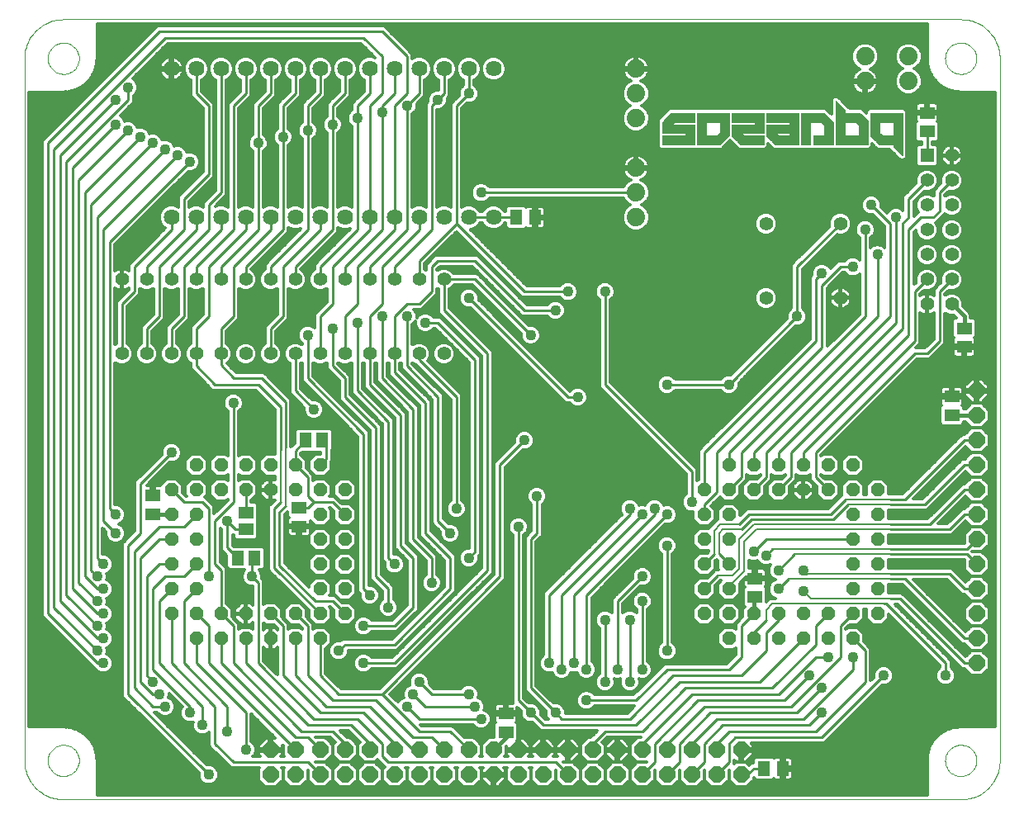
<source format=gbl>
G75*
%MOIN*%
%OFA0B0*%
%FSLAX24Y24*%
%IPPOS*%
%LPD*%
%AMOC8*
5,1,8,0,0,1.08239X$1,22.5*
%
%ADD10R,0.0591X0.0512*%
%ADD11R,0.0512X0.0591*%
%ADD12R,0.0555X0.0555*%
%ADD13C,0.0555*%
%ADD14C,0.0740*%
%ADD15OC8,0.0640*%
%ADD16C,0.0560*%
%ADD17OC8,0.0560*%
%ADD18C,0.0640*%
%ADD19C,0.0000*%
%ADD20C,0.0010*%
%ADD21C,0.0100*%
%ADD22C,0.0080*%
%ADD23C,0.0436*%
%ADD24C,0.0120*%
%ADD25C,0.0160*%
D10*
X013566Y014329D03*
X013566Y014998D03*
X015716Y015188D03*
X015716Y014440D03*
X009816Y014940D03*
X009816Y015688D03*
X024066Y006888D03*
X024066Y006140D03*
X034116Y011590D03*
X034116Y012338D03*
X042066Y018940D03*
X042066Y019688D03*
X042566Y021690D03*
X042566Y022438D03*
X041066Y030390D03*
X041066Y031138D03*
D11*
X025240Y026914D03*
X024492Y026914D03*
X016650Y017914D03*
X015981Y017914D03*
X013900Y013164D03*
X013231Y013164D03*
X034492Y004664D03*
X035240Y004664D03*
D12*
X041066Y029414D03*
D13*
X042066Y029414D03*
X042066Y028414D03*
X041066Y028414D03*
X041066Y027414D03*
X042066Y027414D03*
X042066Y026414D03*
X041066Y026414D03*
X041066Y025414D03*
X042066Y025414D03*
X042066Y024414D03*
X041066Y024414D03*
X041066Y023414D03*
X042066Y023414D03*
D14*
X040316Y032414D03*
X040316Y033414D03*
X038566Y033414D03*
X038566Y032414D03*
X029316Y032914D03*
X029316Y031914D03*
X029316Y030914D03*
X029316Y028914D03*
X029316Y027914D03*
X029316Y026914D03*
D15*
X043066Y019914D03*
X043066Y018914D03*
X043066Y017914D03*
X043066Y016914D03*
X043066Y015914D03*
X043066Y014914D03*
X043066Y013914D03*
X043066Y012914D03*
X043066Y011914D03*
X043066Y010914D03*
X043066Y009914D03*
X043066Y008914D03*
X033566Y005414D03*
X032566Y005414D03*
X031566Y005414D03*
X030566Y005414D03*
X029566Y005414D03*
X028566Y005414D03*
X027566Y005414D03*
X026566Y005414D03*
X025566Y005414D03*
X024566Y005414D03*
X023566Y005414D03*
X022566Y005414D03*
X021566Y005414D03*
X020566Y005414D03*
X019566Y005414D03*
X018566Y005414D03*
X017566Y005414D03*
X016566Y005414D03*
X015566Y005414D03*
X014566Y005414D03*
X014566Y004414D03*
X015566Y004414D03*
X016566Y004414D03*
X017566Y004414D03*
X018566Y004414D03*
X019566Y004414D03*
X020566Y004414D03*
X021566Y004414D03*
X022566Y004414D03*
X023566Y004414D03*
X024566Y004414D03*
X025566Y004414D03*
X026566Y004414D03*
X027566Y004414D03*
X028566Y004414D03*
X029566Y004414D03*
X030566Y004414D03*
X031566Y004414D03*
X032566Y004414D03*
X033566Y004414D03*
D16*
X036066Y015914D03*
X037566Y023664D03*
X034566Y023664D03*
X034566Y026664D03*
X037566Y026664D03*
X021566Y024414D03*
X020566Y024414D03*
X019566Y024414D03*
X018566Y024414D03*
X017566Y024414D03*
X016566Y024414D03*
X015566Y024414D03*
X014566Y024414D03*
X013566Y024414D03*
X012566Y024414D03*
X011566Y024414D03*
X010566Y024414D03*
X009566Y024414D03*
X008566Y024414D03*
X008566Y021414D03*
X009566Y021414D03*
X010566Y021414D03*
X011566Y021414D03*
X012566Y021414D03*
X013566Y021414D03*
X014566Y021414D03*
X015566Y021414D03*
X016566Y021414D03*
X017566Y021414D03*
X018566Y021414D03*
X019566Y021414D03*
X020566Y021414D03*
X021566Y021414D03*
X014566Y015914D03*
D17*
X015566Y015914D03*
X016566Y015914D03*
X016566Y016914D03*
X015566Y016914D03*
X014566Y016914D03*
X013566Y016914D03*
X012566Y016914D03*
X011566Y016914D03*
X011566Y015914D03*
X012566Y015914D03*
X013566Y015914D03*
X011566Y014914D03*
X010566Y014914D03*
X010566Y013914D03*
X011566Y013914D03*
X011566Y012914D03*
X010566Y012914D03*
X010566Y011914D03*
X011566Y011914D03*
X011566Y010914D03*
X012566Y010914D03*
X013566Y010914D03*
X014566Y010914D03*
X015566Y010914D03*
X016566Y010914D03*
X016566Y011914D03*
X016566Y012914D03*
X016566Y013914D03*
X016566Y014914D03*
X017566Y014914D03*
X017566Y013914D03*
X017566Y012914D03*
X017566Y011914D03*
X017566Y010914D03*
X016566Y009914D03*
X015566Y009914D03*
X014566Y009914D03*
X013566Y009914D03*
X012566Y009914D03*
X011566Y009914D03*
X010566Y010914D03*
X010566Y015914D03*
X017566Y015914D03*
X032066Y015914D03*
X033066Y015914D03*
X034066Y015914D03*
X035066Y015914D03*
X035066Y016914D03*
X036066Y016914D03*
X037066Y016914D03*
X038066Y016914D03*
X038066Y015914D03*
X039066Y015914D03*
X039066Y014914D03*
X038066Y014914D03*
X038066Y013914D03*
X039066Y013914D03*
X039066Y012914D03*
X038066Y012914D03*
X038066Y011914D03*
X039066Y011914D03*
X039066Y010914D03*
X038066Y010914D03*
X037066Y010914D03*
X036066Y010914D03*
X035066Y010914D03*
X034066Y010914D03*
X033066Y010914D03*
X033066Y011914D03*
X032066Y011914D03*
X032066Y010914D03*
X033066Y009914D03*
X034066Y009914D03*
X035066Y009914D03*
X036066Y009914D03*
X037066Y009914D03*
X038066Y009914D03*
X033066Y012914D03*
X032066Y012914D03*
X032066Y013914D03*
X032066Y014914D03*
X033066Y014914D03*
X033066Y013914D03*
X033066Y016914D03*
X034066Y016914D03*
X037066Y015914D03*
D18*
X023566Y026914D03*
X022566Y026914D03*
X021566Y026914D03*
X020566Y026914D03*
X019566Y026914D03*
X018566Y026914D03*
X017566Y026914D03*
X016566Y026914D03*
X015566Y026914D03*
X014566Y026914D03*
X013566Y026914D03*
X012566Y026914D03*
X011566Y026914D03*
X010566Y026914D03*
X010566Y032914D03*
X011566Y032914D03*
X012566Y032914D03*
X013566Y032914D03*
X014566Y032914D03*
X015566Y032914D03*
X016566Y032914D03*
X017566Y032914D03*
X018566Y032914D03*
X019566Y032914D03*
X020566Y032914D03*
X021566Y032914D03*
X022566Y032914D03*
X023566Y032914D03*
D19*
X006206Y003416D02*
X042426Y003416D01*
X041796Y004990D02*
X041798Y005040D01*
X041804Y005090D01*
X041814Y005139D01*
X041828Y005187D01*
X041845Y005234D01*
X041866Y005279D01*
X041891Y005323D01*
X041919Y005364D01*
X041951Y005403D01*
X041985Y005440D01*
X042022Y005474D01*
X042062Y005504D01*
X042104Y005531D01*
X042148Y005555D01*
X042194Y005576D01*
X042241Y005592D01*
X042289Y005605D01*
X042339Y005614D01*
X042388Y005619D01*
X042439Y005620D01*
X042489Y005617D01*
X042538Y005610D01*
X042587Y005599D01*
X042635Y005584D01*
X042681Y005566D01*
X042726Y005544D01*
X042769Y005518D01*
X042810Y005489D01*
X042849Y005457D01*
X042885Y005422D01*
X042917Y005384D01*
X042947Y005344D01*
X042974Y005301D01*
X042997Y005257D01*
X043016Y005211D01*
X043032Y005163D01*
X043044Y005114D01*
X043052Y005065D01*
X043056Y005015D01*
X043056Y004965D01*
X043052Y004915D01*
X043044Y004866D01*
X043032Y004817D01*
X043016Y004769D01*
X042997Y004723D01*
X042974Y004679D01*
X042947Y004636D01*
X042917Y004596D01*
X042885Y004558D01*
X042849Y004523D01*
X042810Y004491D01*
X042769Y004462D01*
X042726Y004436D01*
X042681Y004414D01*
X042635Y004396D01*
X042587Y004381D01*
X042538Y004370D01*
X042489Y004363D01*
X042439Y004360D01*
X042388Y004361D01*
X042339Y004366D01*
X042289Y004375D01*
X042241Y004388D01*
X042194Y004404D01*
X042148Y004425D01*
X042104Y004449D01*
X042062Y004476D01*
X042022Y004506D01*
X041985Y004540D01*
X041951Y004577D01*
X041919Y004616D01*
X041891Y004657D01*
X041866Y004701D01*
X041845Y004746D01*
X041828Y004793D01*
X041814Y004841D01*
X041804Y004890D01*
X041798Y004940D01*
X041796Y004990D01*
X042426Y003415D02*
X042503Y003417D01*
X042580Y003423D01*
X042657Y003432D01*
X042733Y003445D01*
X042809Y003462D01*
X042883Y003483D01*
X042957Y003507D01*
X043029Y003535D01*
X043099Y003566D01*
X043168Y003601D01*
X043236Y003639D01*
X043301Y003680D01*
X043364Y003725D01*
X043425Y003773D01*
X043484Y003823D01*
X043540Y003876D01*
X043593Y003932D01*
X043643Y003991D01*
X043691Y004052D01*
X043736Y004115D01*
X043777Y004180D01*
X043815Y004248D01*
X043850Y004317D01*
X043881Y004387D01*
X043909Y004459D01*
X043933Y004533D01*
X043954Y004607D01*
X043971Y004683D01*
X043984Y004759D01*
X043993Y004836D01*
X043999Y004913D01*
X044001Y004990D01*
X044001Y033337D01*
X041796Y033337D02*
X041798Y033387D01*
X041804Y033437D01*
X041814Y033486D01*
X041828Y033534D01*
X041845Y033581D01*
X041866Y033626D01*
X041891Y033670D01*
X041919Y033711D01*
X041951Y033750D01*
X041985Y033787D01*
X042022Y033821D01*
X042062Y033851D01*
X042104Y033878D01*
X042148Y033902D01*
X042194Y033923D01*
X042241Y033939D01*
X042289Y033952D01*
X042339Y033961D01*
X042388Y033966D01*
X042439Y033967D01*
X042489Y033964D01*
X042538Y033957D01*
X042587Y033946D01*
X042635Y033931D01*
X042681Y033913D01*
X042726Y033891D01*
X042769Y033865D01*
X042810Y033836D01*
X042849Y033804D01*
X042885Y033769D01*
X042917Y033731D01*
X042947Y033691D01*
X042974Y033648D01*
X042997Y033604D01*
X043016Y033558D01*
X043032Y033510D01*
X043044Y033461D01*
X043052Y033412D01*
X043056Y033362D01*
X043056Y033312D01*
X043052Y033262D01*
X043044Y033213D01*
X043032Y033164D01*
X043016Y033116D01*
X042997Y033070D01*
X042974Y033026D01*
X042947Y032983D01*
X042917Y032943D01*
X042885Y032905D01*
X042849Y032870D01*
X042810Y032838D01*
X042769Y032809D01*
X042726Y032783D01*
X042681Y032761D01*
X042635Y032743D01*
X042587Y032728D01*
X042538Y032717D01*
X042489Y032710D01*
X042439Y032707D01*
X042388Y032708D01*
X042339Y032713D01*
X042289Y032722D01*
X042241Y032735D01*
X042194Y032751D01*
X042148Y032772D01*
X042104Y032796D01*
X042062Y032823D01*
X042022Y032853D01*
X041985Y032887D01*
X041951Y032924D01*
X041919Y032963D01*
X041891Y033004D01*
X041866Y033048D01*
X041845Y033093D01*
X041828Y033140D01*
X041814Y033188D01*
X041804Y033237D01*
X041798Y033287D01*
X041796Y033337D01*
X042426Y034912D02*
X042503Y034910D01*
X042580Y034904D01*
X042657Y034895D01*
X042733Y034882D01*
X042809Y034865D01*
X042883Y034844D01*
X042957Y034820D01*
X043029Y034792D01*
X043099Y034761D01*
X043168Y034726D01*
X043236Y034688D01*
X043301Y034647D01*
X043364Y034602D01*
X043425Y034554D01*
X043484Y034504D01*
X043540Y034451D01*
X043593Y034395D01*
X043643Y034336D01*
X043691Y034275D01*
X043736Y034212D01*
X043777Y034147D01*
X043815Y034079D01*
X043850Y034010D01*
X043881Y033940D01*
X043909Y033868D01*
X043933Y033794D01*
X043954Y033720D01*
X043971Y033644D01*
X043984Y033568D01*
X043993Y033491D01*
X043999Y033414D01*
X044001Y033337D01*
X042426Y034912D02*
X006206Y034912D01*
X005576Y033337D02*
X005578Y033387D01*
X005584Y033437D01*
X005594Y033486D01*
X005608Y033534D01*
X005625Y033581D01*
X005646Y033626D01*
X005671Y033670D01*
X005699Y033711D01*
X005731Y033750D01*
X005765Y033787D01*
X005802Y033821D01*
X005842Y033851D01*
X005884Y033878D01*
X005928Y033902D01*
X005974Y033923D01*
X006021Y033939D01*
X006069Y033952D01*
X006119Y033961D01*
X006168Y033966D01*
X006219Y033967D01*
X006269Y033964D01*
X006318Y033957D01*
X006367Y033946D01*
X006415Y033931D01*
X006461Y033913D01*
X006506Y033891D01*
X006549Y033865D01*
X006590Y033836D01*
X006629Y033804D01*
X006665Y033769D01*
X006697Y033731D01*
X006727Y033691D01*
X006754Y033648D01*
X006777Y033604D01*
X006796Y033558D01*
X006812Y033510D01*
X006824Y033461D01*
X006832Y033412D01*
X006836Y033362D01*
X006836Y033312D01*
X006832Y033262D01*
X006824Y033213D01*
X006812Y033164D01*
X006796Y033116D01*
X006777Y033070D01*
X006754Y033026D01*
X006727Y032983D01*
X006697Y032943D01*
X006665Y032905D01*
X006629Y032870D01*
X006590Y032838D01*
X006549Y032809D01*
X006506Y032783D01*
X006461Y032761D01*
X006415Y032743D01*
X006367Y032728D01*
X006318Y032717D01*
X006269Y032710D01*
X006219Y032707D01*
X006168Y032708D01*
X006119Y032713D01*
X006069Y032722D01*
X006021Y032735D01*
X005974Y032751D01*
X005928Y032772D01*
X005884Y032796D01*
X005842Y032823D01*
X005802Y032853D01*
X005765Y032887D01*
X005731Y032924D01*
X005699Y032963D01*
X005671Y033004D01*
X005646Y033048D01*
X005625Y033093D01*
X005608Y033140D01*
X005594Y033188D01*
X005584Y033237D01*
X005578Y033287D01*
X005576Y033337D01*
X004631Y033337D02*
X004633Y033414D01*
X004639Y033491D01*
X004648Y033568D01*
X004661Y033644D01*
X004678Y033720D01*
X004699Y033794D01*
X004723Y033868D01*
X004751Y033940D01*
X004782Y034010D01*
X004817Y034079D01*
X004855Y034147D01*
X004896Y034212D01*
X004941Y034275D01*
X004989Y034336D01*
X005039Y034395D01*
X005092Y034451D01*
X005148Y034504D01*
X005207Y034554D01*
X005268Y034602D01*
X005331Y034647D01*
X005396Y034688D01*
X005464Y034726D01*
X005533Y034761D01*
X005603Y034792D01*
X005675Y034820D01*
X005749Y034844D01*
X005823Y034865D01*
X005899Y034882D01*
X005975Y034895D01*
X006052Y034904D01*
X006129Y034910D01*
X006206Y034912D01*
X004631Y033337D02*
X004631Y004990D01*
X005576Y004990D02*
X005578Y005040D01*
X005584Y005090D01*
X005594Y005139D01*
X005608Y005187D01*
X005625Y005234D01*
X005646Y005279D01*
X005671Y005323D01*
X005699Y005364D01*
X005731Y005403D01*
X005765Y005440D01*
X005802Y005474D01*
X005842Y005504D01*
X005884Y005531D01*
X005928Y005555D01*
X005974Y005576D01*
X006021Y005592D01*
X006069Y005605D01*
X006119Y005614D01*
X006168Y005619D01*
X006219Y005620D01*
X006269Y005617D01*
X006318Y005610D01*
X006367Y005599D01*
X006415Y005584D01*
X006461Y005566D01*
X006506Y005544D01*
X006549Y005518D01*
X006590Y005489D01*
X006629Y005457D01*
X006665Y005422D01*
X006697Y005384D01*
X006727Y005344D01*
X006754Y005301D01*
X006777Y005257D01*
X006796Y005211D01*
X006812Y005163D01*
X006824Y005114D01*
X006832Y005065D01*
X006836Y005015D01*
X006836Y004965D01*
X006832Y004915D01*
X006824Y004866D01*
X006812Y004817D01*
X006796Y004769D01*
X006777Y004723D01*
X006754Y004679D01*
X006727Y004636D01*
X006697Y004596D01*
X006665Y004558D01*
X006629Y004523D01*
X006590Y004491D01*
X006549Y004462D01*
X006506Y004436D01*
X006461Y004414D01*
X006415Y004396D01*
X006367Y004381D01*
X006318Y004370D01*
X006269Y004363D01*
X006219Y004360D01*
X006168Y004361D01*
X006119Y004366D01*
X006069Y004375D01*
X006021Y004388D01*
X005974Y004404D01*
X005928Y004425D01*
X005884Y004449D01*
X005842Y004476D01*
X005802Y004506D01*
X005765Y004540D01*
X005731Y004577D01*
X005699Y004616D01*
X005671Y004657D01*
X005646Y004701D01*
X005625Y004746D01*
X005608Y004793D01*
X005594Y004841D01*
X005584Y004890D01*
X005578Y004940D01*
X005576Y004990D01*
X004631Y004990D02*
X004633Y004913D01*
X004639Y004836D01*
X004648Y004759D01*
X004661Y004683D01*
X004678Y004607D01*
X004699Y004533D01*
X004723Y004459D01*
X004751Y004387D01*
X004782Y004317D01*
X004817Y004248D01*
X004855Y004180D01*
X004896Y004115D01*
X004941Y004052D01*
X004989Y003991D01*
X005039Y003932D01*
X005092Y003876D01*
X005148Y003823D01*
X005207Y003773D01*
X005268Y003725D01*
X005331Y003680D01*
X005396Y003639D01*
X005464Y003601D01*
X005533Y003566D01*
X005603Y003535D01*
X005675Y003507D01*
X005749Y003483D01*
X005823Y003462D01*
X005899Y003445D01*
X005975Y003432D01*
X006052Y003423D01*
X006129Y003417D01*
X006206Y003415D01*
D20*
X039859Y029620D02*
X040066Y029620D01*
X040066Y029628D02*
X039851Y029628D01*
X039842Y029637D02*
X040066Y029637D01*
X040066Y029645D02*
X039834Y029645D01*
X039825Y029654D02*
X040066Y029654D01*
X040066Y029662D02*
X039817Y029662D01*
X039808Y029671D02*
X040066Y029671D01*
X040066Y029679D02*
X039800Y029679D01*
X039791Y029688D02*
X040066Y029688D01*
X040066Y029696D02*
X039783Y029696D01*
X039774Y029705D02*
X040066Y029705D01*
X040066Y029713D02*
X039766Y029713D01*
X039757Y029722D02*
X040066Y029722D01*
X040066Y029730D02*
X039749Y029730D01*
X039740Y029739D02*
X040066Y029739D01*
X040066Y029747D02*
X039732Y029747D01*
X039723Y029756D02*
X040066Y029756D01*
X040066Y029764D02*
X039715Y029764D01*
X039706Y029773D02*
X040066Y029773D01*
X040066Y029781D02*
X039706Y029781D01*
X039706Y029774D02*
X040066Y029414D01*
X040066Y031134D01*
X038786Y031134D01*
X038786Y030214D01*
X039146Y029854D01*
X039696Y029854D01*
X039696Y030214D01*
X039266Y030214D01*
X039146Y030334D01*
X038786Y030334D01*
X038786Y030342D02*
X039146Y030342D01*
X039146Y030334D02*
X039146Y030774D01*
X039706Y030774D01*
X039706Y029774D01*
X039706Y029790D02*
X040066Y029790D01*
X040066Y029798D02*
X039706Y029798D01*
X039706Y029807D02*
X040066Y029807D01*
X040066Y029815D02*
X039706Y029815D01*
X039706Y029824D02*
X040066Y029824D01*
X040066Y029832D02*
X039706Y029832D01*
X039706Y029841D02*
X040066Y029841D01*
X040066Y029849D02*
X039706Y029849D01*
X039706Y029858D02*
X040066Y029858D01*
X040066Y029866D02*
X039706Y029866D01*
X039706Y029875D02*
X040066Y029875D01*
X040066Y029883D02*
X039706Y029883D01*
X039706Y029892D02*
X040066Y029892D01*
X040066Y029900D02*
X039706Y029900D01*
X039706Y029909D02*
X040066Y029909D01*
X040066Y029917D02*
X039706Y029917D01*
X039706Y029926D02*
X040066Y029926D01*
X040066Y029934D02*
X039706Y029934D01*
X039706Y029943D02*
X040066Y029943D01*
X040066Y029951D02*
X039706Y029951D01*
X039706Y029960D02*
X040066Y029960D01*
X040066Y029968D02*
X039706Y029968D01*
X039706Y029977D02*
X040066Y029977D01*
X040066Y029985D02*
X039706Y029985D01*
X039706Y029994D02*
X040066Y029994D01*
X040066Y030002D02*
X039706Y030002D01*
X039706Y030011D02*
X040066Y030011D01*
X040066Y030019D02*
X039706Y030019D01*
X039706Y030028D02*
X040066Y030028D01*
X040066Y030036D02*
X039706Y030036D01*
X039706Y030045D02*
X040066Y030045D01*
X040066Y030053D02*
X039706Y030053D01*
X039706Y030062D02*
X040066Y030062D01*
X040066Y030070D02*
X039706Y030070D01*
X039706Y030079D02*
X040066Y030079D01*
X040066Y030087D02*
X039706Y030087D01*
X039706Y030096D02*
X040066Y030096D01*
X040066Y030104D02*
X039706Y030104D01*
X039706Y030113D02*
X040066Y030113D01*
X040066Y030121D02*
X039706Y030121D01*
X039706Y030130D02*
X040066Y030130D01*
X040066Y030138D02*
X039706Y030138D01*
X039706Y030147D02*
X040066Y030147D01*
X040066Y030155D02*
X039706Y030155D01*
X039706Y030164D02*
X040066Y030164D01*
X040066Y030172D02*
X039706Y030172D01*
X039706Y030181D02*
X040066Y030181D01*
X040066Y030189D02*
X039706Y030189D01*
X039706Y030198D02*
X040066Y030198D01*
X040066Y030206D02*
X039706Y030206D01*
X039706Y030215D02*
X040066Y030215D01*
X040066Y030223D02*
X039706Y030223D01*
X039706Y030232D02*
X040066Y030232D01*
X040066Y030240D02*
X039706Y030240D01*
X039706Y030249D02*
X040066Y030249D01*
X040066Y030257D02*
X039706Y030257D01*
X039706Y030266D02*
X040066Y030266D01*
X040066Y030274D02*
X039706Y030274D01*
X039706Y030283D02*
X040066Y030283D01*
X040066Y030291D02*
X039706Y030291D01*
X039706Y030300D02*
X040066Y030300D01*
X040066Y030308D02*
X039706Y030308D01*
X039706Y030317D02*
X040066Y030317D01*
X040066Y030325D02*
X039706Y030325D01*
X039706Y030334D02*
X040066Y030334D01*
X040066Y030342D02*
X039706Y030342D01*
X039706Y030351D02*
X040066Y030351D01*
X040066Y030359D02*
X039706Y030359D01*
X039706Y030368D02*
X040066Y030368D01*
X040066Y030376D02*
X039706Y030376D01*
X039706Y030385D02*
X040066Y030385D01*
X040066Y030393D02*
X039706Y030393D01*
X039706Y030402D02*
X040066Y030402D01*
X040066Y030410D02*
X039706Y030410D01*
X039706Y030419D02*
X040066Y030419D01*
X040066Y030427D02*
X039706Y030427D01*
X039706Y030436D02*
X040066Y030436D01*
X040066Y030444D02*
X039706Y030444D01*
X039706Y030453D02*
X040066Y030453D01*
X040066Y030461D02*
X039706Y030461D01*
X039706Y030470D02*
X040066Y030470D01*
X040066Y030478D02*
X039706Y030478D01*
X039706Y030487D02*
X040066Y030487D01*
X040066Y030495D02*
X039706Y030495D01*
X039706Y030504D02*
X040066Y030504D01*
X040066Y030512D02*
X039706Y030512D01*
X039706Y030521D02*
X040066Y030521D01*
X040066Y030529D02*
X039706Y030529D01*
X039706Y030538D02*
X040066Y030538D01*
X040066Y030546D02*
X039706Y030546D01*
X039706Y030555D02*
X040066Y030555D01*
X040066Y030563D02*
X039706Y030563D01*
X039706Y030572D02*
X040066Y030572D01*
X040066Y030580D02*
X039706Y030580D01*
X039706Y030589D02*
X040066Y030589D01*
X040066Y030597D02*
X039706Y030597D01*
X039706Y030606D02*
X040066Y030606D01*
X040066Y030614D02*
X039706Y030614D01*
X039706Y030623D02*
X040066Y030623D01*
X040066Y030631D02*
X039706Y030631D01*
X039706Y030640D02*
X040066Y030640D01*
X040066Y030648D02*
X039706Y030648D01*
X039706Y030657D02*
X040066Y030657D01*
X040066Y030665D02*
X039706Y030665D01*
X039706Y030674D02*
X040066Y030674D01*
X040066Y030682D02*
X039706Y030682D01*
X039706Y030691D02*
X040066Y030691D01*
X040066Y030699D02*
X039706Y030699D01*
X039706Y030708D02*
X040066Y030708D01*
X040066Y030716D02*
X039706Y030716D01*
X039706Y030725D02*
X040066Y030725D01*
X040066Y030733D02*
X039706Y030733D01*
X039706Y030742D02*
X040066Y030742D01*
X040066Y030750D02*
X039706Y030750D01*
X039706Y030759D02*
X040066Y030759D01*
X040066Y030767D02*
X039706Y030767D01*
X040066Y030776D02*
X038786Y030776D01*
X038786Y030784D02*
X040066Y030784D01*
X040066Y030793D02*
X038786Y030793D01*
X038786Y030801D02*
X040066Y030801D01*
X040066Y030810D02*
X038786Y030810D01*
X038786Y030818D02*
X040066Y030818D01*
X040066Y030827D02*
X038786Y030827D01*
X038786Y030835D02*
X040066Y030835D01*
X040066Y030844D02*
X038786Y030844D01*
X038786Y030852D02*
X040066Y030852D01*
X040066Y030861D02*
X038786Y030861D01*
X038786Y030869D02*
X040066Y030869D01*
X040066Y030878D02*
X038786Y030878D01*
X038786Y030886D02*
X040066Y030886D01*
X040066Y030895D02*
X038786Y030895D01*
X038786Y030903D02*
X040066Y030903D01*
X040066Y030912D02*
X038786Y030912D01*
X038786Y030920D02*
X040066Y030920D01*
X040066Y030929D02*
X038786Y030929D01*
X038786Y030937D02*
X040066Y030937D01*
X040066Y030946D02*
X038786Y030946D01*
X038786Y030954D02*
X040066Y030954D01*
X040066Y030963D02*
X038786Y030963D01*
X038786Y030971D02*
X040066Y030971D01*
X040066Y030980D02*
X038786Y030980D01*
X038786Y030988D02*
X040066Y030988D01*
X040066Y030997D02*
X038786Y030997D01*
X038786Y031005D02*
X040066Y031005D01*
X040066Y031014D02*
X038786Y031014D01*
X038786Y031022D02*
X040066Y031022D01*
X040066Y031031D02*
X038786Y031031D01*
X038786Y031039D02*
X040066Y031039D01*
X040066Y031048D02*
X038786Y031048D01*
X038786Y031056D02*
X040066Y031056D01*
X040066Y031065D02*
X038786Y031065D01*
X038786Y031073D02*
X040066Y031073D01*
X040066Y031082D02*
X038786Y031082D01*
X038786Y031090D02*
X040066Y031090D01*
X040066Y031099D02*
X038786Y031099D01*
X038786Y031107D02*
X040066Y031107D01*
X040066Y031116D02*
X038786Y031116D01*
X038786Y031124D02*
X040066Y031124D01*
X040066Y031133D02*
X038786Y031133D01*
X038567Y030912D02*
X037756Y030912D01*
X037756Y030920D02*
X038559Y030920D01*
X038550Y030929D02*
X037756Y030929D01*
X037756Y030937D02*
X038542Y030937D01*
X038533Y030946D02*
X037756Y030946D01*
X037756Y030954D02*
X038525Y030954D01*
X038516Y030963D02*
X037756Y030963D01*
X037756Y030971D02*
X038508Y030971D01*
X038499Y030980D02*
X037756Y030980D01*
X037756Y030988D02*
X038491Y030988D01*
X038482Y030997D02*
X037756Y030997D01*
X037756Y031005D02*
X038474Y031005D01*
X038465Y031014D02*
X037756Y031014D01*
X037756Y031022D02*
X038457Y031022D01*
X038448Y031031D02*
X037756Y031031D01*
X037756Y031039D02*
X038440Y031039D01*
X038431Y031048D02*
X037756Y031048D01*
X037756Y031056D02*
X038423Y031056D01*
X038414Y031065D02*
X037756Y031065D01*
X037756Y031073D02*
X038406Y031073D01*
X038397Y031082D02*
X037756Y031082D01*
X037756Y031090D02*
X038389Y031090D01*
X038380Y031099D02*
X037756Y031099D01*
X037756Y031107D02*
X038372Y031107D01*
X038363Y031116D02*
X037756Y031116D01*
X037756Y031124D02*
X038355Y031124D01*
X038346Y031133D02*
X037756Y031133D01*
X037756Y031134D02*
X038346Y031134D01*
X038666Y030814D01*
X038666Y029854D01*
X037386Y029854D01*
X037386Y031614D01*
X037746Y031254D01*
X037746Y030214D01*
X038306Y030214D01*
X038306Y030654D01*
X038186Y030774D01*
X037756Y030774D01*
X037756Y031134D01*
X037746Y031133D02*
X037386Y031133D01*
X037386Y031141D02*
X037746Y031141D01*
X037746Y031150D02*
X037386Y031150D01*
X037386Y031158D02*
X037746Y031158D01*
X037746Y031167D02*
X037386Y031167D01*
X037386Y031175D02*
X037746Y031175D01*
X037746Y031184D02*
X037386Y031184D01*
X037386Y031192D02*
X037746Y031192D01*
X037746Y031201D02*
X037386Y031201D01*
X037386Y031209D02*
X037746Y031209D01*
X037746Y031218D02*
X037386Y031218D01*
X037386Y031226D02*
X037746Y031226D01*
X037746Y031235D02*
X037386Y031235D01*
X037386Y031243D02*
X037746Y031243D01*
X037746Y031252D02*
X037386Y031252D01*
X037386Y031260D02*
X037739Y031260D01*
X037730Y031269D02*
X037386Y031269D01*
X037386Y031277D02*
X037722Y031277D01*
X037713Y031286D02*
X037386Y031286D01*
X037386Y031294D02*
X037705Y031294D01*
X037696Y031303D02*
X037386Y031303D01*
X037386Y031311D02*
X037688Y031311D01*
X037679Y031320D02*
X037386Y031320D01*
X037386Y031328D02*
X037671Y031328D01*
X037662Y031337D02*
X037386Y031337D01*
X037386Y031345D02*
X037654Y031345D01*
X037645Y031354D02*
X037386Y031354D01*
X037386Y031362D02*
X037637Y031362D01*
X037628Y031371D02*
X037386Y031371D01*
X037386Y031379D02*
X037620Y031379D01*
X037611Y031388D02*
X037386Y031388D01*
X037386Y031396D02*
X037603Y031396D01*
X037594Y031405D02*
X037386Y031405D01*
X037386Y031413D02*
X037586Y031413D01*
X037577Y031422D02*
X037386Y031422D01*
X037386Y031430D02*
X037569Y031430D01*
X037560Y031439D02*
X037386Y031439D01*
X037386Y031447D02*
X037552Y031447D01*
X037543Y031456D02*
X037386Y031456D01*
X037386Y031464D02*
X037535Y031464D01*
X037526Y031473D02*
X037386Y031473D01*
X037386Y031481D02*
X037518Y031481D01*
X037509Y031490D02*
X037386Y031490D01*
X037386Y031498D02*
X037501Y031498D01*
X037492Y031507D02*
X037386Y031507D01*
X037386Y031515D02*
X037484Y031515D01*
X037475Y031524D02*
X037386Y031524D01*
X037386Y031532D02*
X037467Y031532D01*
X037458Y031541D02*
X037386Y031541D01*
X037386Y031549D02*
X037450Y031549D01*
X037441Y031558D02*
X037386Y031558D01*
X037386Y031566D02*
X037433Y031566D01*
X037424Y031575D02*
X037386Y031575D01*
X037386Y031583D02*
X037416Y031583D01*
X037407Y031592D02*
X037386Y031592D01*
X037386Y031600D02*
X037399Y031600D01*
X037390Y031609D02*
X037386Y031609D01*
X036906Y031133D02*
X035986Y031133D01*
X035986Y031134D02*
X035986Y029854D01*
X036346Y029854D01*
X036346Y030774D01*
X036786Y030774D01*
X036906Y030654D01*
X036906Y030214D01*
X036466Y030214D01*
X036466Y029854D01*
X037266Y029854D01*
X037266Y030774D01*
X036906Y031134D01*
X035986Y031134D01*
X035986Y031124D02*
X036915Y031124D01*
X036923Y031116D02*
X035986Y031116D01*
X035986Y031107D02*
X036932Y031107D01*
X036940Y031099D02*
X035986Y031099D01*
X035986Y031090D02*
X036949Y031090D01*
X036957Y031082D02*
X035986Y031082D01*
X035986Y031073D02*
X036966Y031073D01*
X036974Y031065D02*
X035986Y031065D01*
X035986Y031056D02*
X036983Y031056D01*
X036991Y031048D02*
X035986Y031048D01*
X035986Y031039D02*
X037000Y031039D01*
X037008Y031031D02*
X035986Y031031D01*
X035986Y031022D02*
X037017Y031022D01*
X037025Y031014D02*
X035986Y031014D01*
X035986Y031005D02*
X037034Y031005D01*
X037042Y030997D02*
X035986Y030997D01*
X035986Y030988D02*
X037051Y030988D01*
X037059Y030980D02*
X035986Y030980D01*
X035986Y030971D02*
X037068Y030971D01*
X037076Y030963D02*
X035986Y030963D01*
X035986Y030954D02*
X037085Y030954D01*
X037093Y030946D02*
X035986Y030946D01*
X035986Y030937D02*
X037102Y030937D01*
X037110Y030929D02*
X035986Y030929D01*
X035986Y030920D02*
X037119Y030920D01*
X037127Y030912D02*
X035986Y030912D01*
X035986Y030903D02*
X037136Y030903D01*
X037144Y030895D02*
X035986Y030895D01*
X035986Y030886D02*
X037153Y030886D01*
X037161Y030878D02*
X035986Y030878D01*
X035986Y030869D02*
X037170Y030869D01*
X037178Y030861D02*
X035986Y030861D01*
X035986Y030852D02*
X037187Y030852D01*
X037195Y030844D02*
X035986Y030844D01*
X035986Y030835D02*
X037204Y030835D01*
X037212Y030827D02*
X035986Y030827D01*
X035986Y030818D02*
X037221Y030818D01*
X037229Y030810D02*
X035986Y030810D01*
X035986Y030801D02*
X037238Y030801D01*
X037246Y030793D02*
X035986Y030793D01*
X035986Y030784D02*
X037255Y030784D01*
X037263Y030776D02*
X035986Y030776D01*
X035986Y030767D02*
X036346Y030767D01*
X036346Y030759D02*
X035986Y030759D01*
X035986Y030750D02*
X036346Y030750D01*
X036346Y030742D02*
X035986Y030742D01*
X035986Y030733D02*
X036346Y030733D01*
X036346Y030725D02*
X035986Y030725D01*
X035986Y030716D02*
X036346Y030716D01*
X036346Y030708D02*
X035986Y030708D01*
X035986Y030699D02*
X036346Y030699D01*
X036346Y030691D02*
X035986Y030691D01*
X035986Y030682D02*
X036346Y030682D01*
X036346Y030674D02*
X035986Y030674D01*
X035986Y030665D02*
X036346Y030665D01*
X036346Y030657D02*
X035986Y030657D01*
X035986Y030648D02*
X036346Y030648D01*
X036346Y030640D02*
X035986Y030640D01*
X035986Y030631D02*
X036346Y030631D01*
X036346Y030623D02*
X035986Y030623D01*
X035986Y030614D02*
X036346Y030614D01*
X036346Y030606D02*
X035986Y030606D01*
X035986Y030597D02*
X036346Y030597D01*
X036346Y030589D02*
X035986Y030589D01*
X035986Y030580D02*
X036346Y030580D01*
X036346Y030572D02*
X035986Y030572D01*
X035986Y030563D02*
X036346Y030563D01*
X036346Y030555D02*
X035986Y030555D01*
X035986Y030546D02*
X036346Y030546D01*
X036346Y030538D02*
X035986Y030538D01*
X035986Y030529D02*
X036346Y030529D01*
X036346Y030521D02*
X035986Y030521D01*
X035986Y030512D02*
X036346Y030512D01*
X036346Y030504D02*
X035986Y030504D01*
X035986Y030495D02*
X036346Y030495D01*
X036346Y030487D02*
X035986Y030487D01*
X035986Y030478D02*
X036346Y030478D01*
X036346Y030470D02*
X035986Y030470D01*
X035986Y030461D02*
X036346Y030461D01*
X036346Y030453D02*
X035986Y030453D01*
X035986Y030444D02*
X036346Y030444D01*
X036346Y030436D02*
X035986Y030436D01*
X035986Y030427D02*
X036346Y030427D01*
X036346Y030419D02*
X035986Y030419D01*
X035986Y030410D02*
X036346Y030410D01*
X036346Y030402D02*
X035986Y030402D01*
X035986Y030393D02*
X036346Y030393D01*
X036346Y030385D02*
X035986Y030385D01*
X035986Y030376D02*
X036346Y030376D01*
X036346Y030368D02*
X035986Y030368D01*
X035986Y030359D02*
X036346Y030359D01*
X036346Y030351D02*
X035986Y030351D01*
X035986Y030342D02*
X036346Y030342D01*
X036346Y030334D02*
X035986Y030334D01*
X035986Y030325D02*
X036346Y030325D01*
X036346Y030317D02*
X035986Y030317D01*
X035986Y030308D02*
X036346Y030308D01*
X036346Y030300D02*
X035986Y030300D01*
X035986Y030291D02*
X036346Y030291D01*
X036346Y030283D02*
X035986Y030283D01*
X035986Y030274D02*
X036346Y030274D01*
X036346Y030266D02*
X035986Y030266D01*
X035986Y030257D02*
X036346Y030257D01*
X036346Y030249D02*
X035986Y030249D01*
X035986Y030240D02*
X036346Y030240D01*
X036346Y030232D02*
X035986Y030232D01*
X035986Y030223D02*
X036346Y030223D01*
X036346Y030215D02*
X035986Y030215D01*
X035986Y030206D02*
X036346Y030206D01*
X036346Y030198D02*
X035986Y030198D01*
X035986Y030189D02*
X036346Y030189D01*
X036346Y030181D02*
X035986Y030181D01*
X035986Y030172D02*
X036346Y030172D01*
X036346Y030164D02*
X035986Y030164D01*
X035986Y030155D02*
X036346Y030155D01*
X036346Y030147D02*
X035986Y030147D01*
X035986Y030138D02*
X036346Y030138D01*
X036346Y030130D02*
X035986Y030130D01*
X035986Y030121D02*
X036346Y030121D01*
X036346Y030113D02*
X035986Y030113D01*
X035986Y030104D02*
X036346Y030104D01*
X036346Y030096D02*
X035986Y030096D01*
X035986Y030087D02*
X036346Y030087D01*
X036346Y030079D02*
X035986Y030079D01*
X035986Y030070D02*
X036346Y030070D01*
X036346Y030062D02*
X035986Y030062D01*
X035986Y030053D02*
X036346Y030053D01*
X036346Y030045D02*
X035986Y030045D01*
X035986Y030036D02*
X036346Y030036D01*
X036346Y030028D02*
X035986Y030028D01*
X035986Y030019D02*
X036346Y030019D01*
X036346Y030011D02*
X035986Y030011D01*
X035986Y030002D02*
X036346Y030002D01*
X036346Y029994D02*
X035986Y029994D01*
X035986Y029985D02*
X036346Y029985D01*
X036346Y029977D02*
X035986Y029977D01*
X035986Y029968D02*
X036346Y029968D01*
X036346Y029960D02*
X035986Y029960D01*
X035986Y029951D02*
X036346Y029951D01*
X036346Y029943D02*
X035986Y029943D01*
X035986Y029934D02*
X036346Y029934D01*
X036346Y029926D02*
X035986Y029926D01*
X035986Y029917D02*
X036346Y029917D01*
X036346Y029909D02*
X035986Y029909D01*
X035986Y029900D02*
X036346Y029900D01*
X036346Y029892D02*
X035986Y029892D01*
X035986Y029883D02*
X036346Y029883D01*
X036346Y029875D02*
X035986Y029875D01*
X035986Y029866D02*
X036346Y029866D01*
X036346Y029858D02*
X035986Y029858D01*
X035866Y029858D02*
X034941Y029858D01*
X034946Y029854D02*
X034586Y030214D01*
X034586Y030654D01*
X035496Y030654D01*
X035496Y030334D01*
X034586Y030334D01*
X034586Y030342D02*
X035496Y030342D01*
X035496Y030334D02*
X034946Y030334D01*
X035066Y030214D01*
X035506Y030214D01*
X035506Y030774D01*
X034586Y030774D01*
X034586Y031134D01*
X035866Y031134D01*
X035866Y029854D01*
X034946Y029854D01*
X034933Y029866D02*
X035866Y029866D01*
X035866Y029875D02*
X034924Y029875D01*
X034916Y029883D02*
X035866Y029883D01*
X035866Y029892D02*
X034907Y029892D01*
X034899Y029900D02*
X035866Y029900D01*
X035866Y029909D02*
X034890Y029909D01*
X034882Y029917D02*
X035866Y029917D01*
X035866Y029926D02*
X034873Y029926D01*
X034865Y029934D02*
X035866Y029934D01*
X035866Y029943D02*
X034856Y029943D01*
X034848Y029951D02*
X035866Y029951D01*
X035866Y029960D02*
X034839Y029960D01*
X034831Y029968D02*
X035866Y029968D01*
X035866Y029977D02*
X034822Y029977D01*
X034814Y029985D02*
X035866Y029985D01*
X035866Y029994D02*
X034805Y029994D01*
X034797Y030002D02*
X035866Y030002D01*
X035866Y030011D02*
X034788Y030011D01*
X034780Y030019D02*
X035866Y030019D01*
X035866Y030028D02*
X034771Y030028D01*
X034763Y030036D02*
X035866Y030036D01*
X035866Y030045D02*
X034754Y030045D01*
X034746Y030053D02*
X035866Y030053D01*
X035866Y030062D02*
X034737Y030062D01*
X034729Y030070D02*
X035866Y030070D01*
X035866Y030079D02*
X034720Y030079D01*
X034712Y030087D02*
X035866Y030087D01*
X035866Y030096D02*
X034703Y030096D01*
X034695Y030104D02*
X035866Y030104D01*
X035866Y030113D02*
X034686Y030113D01*
X034678Y030121D02*
X035866Y030121D01*
X035866Y030130D02*
X034669Y030130D01*
X034661Y030138D02*
X035866Y030138D01*
X035866Y030147D02*
X034652Y030147D01*
X034644Y030155D02*
X035866Y030155D01*
X035866Y030164D02*
X034635Y030164D01*
X034627Y030172D02*
X035866Y030172D01*
X035866Y030181D02*
X034618Y030181D01*
X034610Y030189D02*
X035866Y030189D01*
X035866Y030198D02*
X034601Y030198D01*
X034593Y030206D02*
X035866Y030206D01*
X035866Y030215D02*
X035506Y030215D01*
X035506Y030223D02*
X035866Y030223D01*
X035866Y030232D02*
X035506Y030232D01*
X035506Y030240D02*
X035866Y030240D01*
X035866Y030249D02*
X035506Y030249D01*
X035506Y030257D02*
X035866Y030257D01*
X035866Y030266D02*
X035506Y030266D01*
X035506Y030274D02*
X035866Y030274D01*
X035866Y030283D02*
X035506Y030283D01*
X035506Y030291D02*
X035866Y030291D01*
X035866Y030300D02*
X035506Y030300D01*
X035506Y030308D02*
X035866Y030308D01*
X035866Y030317D02*
X035506Y030317D01*
X035506Y030325D02*
X035866Y030325D01*
X035866Y030334D02*
X035506Y030334D01*
X035506Y030342D02*
X035866Y030342D01*
X035866Y030351D02*
X035506Y030351D01*
X035506Y030359D02*
X035866Y030359D01*
X035866Y030368D02*
X035506Y030368D01*
X035506Y030376D02*
X035866Y030376D01*
X035866Y030385D02*
X035506Y030385D01*
X035506Y030393D02*
X035866Y030393D01*
X035866Y030402D02*
X035506Y030402D01*
X035506Y030410D02*
X035866Y030410D01*
X035866Y030419D02*
X035506Y030419D01*
X035506Y030427D02*
X035866Y030427D01*
X035866Y030436D02*
X035506Y030436D01*
X035506Y030444D02*
X035866Y030444D01*
X035866Y030453D02*
X035506Y030453D01*
X035506Y030461D02*
X035866Y030461D01*
X035866Y030470D02*
X035506Y030470D01*
X035506Y030478D02*
X035866Y030478D01*
X035866Y030487D02*
X035506Y030487D01*
X035506Y030495D02*
X035866Y030495D01*
X035866Y030504D02*
X035506Y030504D01*
X035506Y030512D02*
X035866Y030512D01*
X035866Y030521D02*
X035506Y030521D01*
X035506Y030529D02*
X035866Y030529D01*
X035866Y030538D02*
X035506Y030538D01*
X035506Y030546D02*
X035866Y030546D01*
X035866Y030555D02*
X035506Y030555D01*
X035506Y030563D02*
X035866Y030563D01*
X035866Y030572D02*
X035506Y030572D01*
X035506Y030580D02*
X035866Y030580D01*
X035866Y030589D02*
X035506Y030589D01*
X035506Y030597D02*
X035866Y030597D01*
X035866Y030606D02*
X035506Y030606D01*
X035506Y030614D02*
X035866Y030614D01*
X035866Y030623D02*
X035506Y030623D01*
X035506Y030631D02*
X035866Y030631D01*
X035866Y030640D02*
X035506Y030640D01*
X035506Y030648D02*
X035866Y030648D01*
X035866Y030657D02*
X035506Y030657D01*
X035506Y030665D02*
X035866Y030665D01*
X035866Y030674D02*
X035506Y030674D01*
X035506Y030682D02*
X035866Y030682D01*
X035866Y030691D02*
X035506Y030691D01*
X035506Y030699D02*
X035866Y030699D01*
X035866Y030708D02*
X035506Y030708D01*
X035506Y030716D02*
X035866Y030716D01*
X035866Y030725D02*
X035506Y030725D01*
X035506Y030733D02*
X035866Y030733D01*
X035866Y030742D02*
X035506Y030742D01*
X035506Y030750D02*
X035866Y030750D01*
X035866Y030759D02*
X035506Y030759D01*
X035506Y030767D02*
X035866Y030767D01*
X035866Y030776D02*
X034586Y030776D01*
X034586Y030784D02*
X035866Y030784D01*
X035866Y030793D02*
X034586Y030793D01*
X034586Y030801D02*
X035866Y030801D01*
X035866Y030810D02*
X034586Y030810D01*
X034586Y030818D02*
X035866Y030818D01*
X035866Y030827D02*
X034586Y030827D01*
X034586Y030835D02*
X035866Y030835D01*
X035866Y030844D02*
X034586Y030844D01*
X034586Y030852D02*
X035866Y030852D01*
X035866Y030861D02*
X034586Y030861D01*
X034586Y030869D02*
X035866Y030869D01*
X035866Y030878D02*
X034586Y030878D01*
X034586Y030886D02*
X035866Y030886D01*
X035866Y030895D02*
X034586Y030895D01*
X034586Y030903D02*
X035866Y030903D01*
X035866Y030912D02*
X034586Y030912D01*
X034586Y030920D02*
X035866Y030920D01*
X035866Y030929D02*
X034586Y030929D01*
X034586Y030937D02*
X035866Y030937D01*
X035866Y030946D02*
X034586Y030946D01*
X034586Y030954D02*
X035866Y030954D01*
X035866Y030963D02*
X034586Y030963D01*
X034586Y030971D02*
X035866Y030971D01*
X035866Y030980D02*
X034586Y030980D01*
X034586Y030988D02*
X035866Y030988D01*
X035866Y030997D02*
X034586Y030997D01*
X034586Y031005D02*
X035866Y031005D01*
X035866Y031014D02*
X034586Y031014D01*
X034586Y031022D02*
X035866Y031022D01*
X035866Y031031D02*
X034586Y031031D01*
X034586Y031039D02*
X035866Y031039D01*
X035866Y031048D02*
X034586Y031048D01*
X034586Y031056D02*
X035866Y031056D01*
X035866Y031065D02*
X034586Y031065D01*
X034586Y031073D02*
X035866Y031073D01*
X035866Y031082D02*
X034586Y031082D01*
X034586Y031090D02*
X035866Y031090D01*
X035866Y031099D02*
X034586Y031099D01*
X034586Y031107D02*
X035866Y031107D01*
X035866Y031116D02*
X034586Y031116D01*
X034586Y031124D02*
X035866Y031124D01*
X035866Y031133D02*
X034586Y031133D01*
X034466Y031133D02*
X033186Y031133D01*
X033186Y031134D02*
X034466Y031134D01*
X034466Y030334D01*
X033186Y030334D01*
X033186Y030342D02*
X034466Y030342D01*
X034466Y030334D02*
X033546Y030334D01*
X033666Y030214D01*
X034466Y030214D01*
X034466Y029854D01*
X033546Y029854D01*
X033186Y030214D01*
X033186Y030654D01*
X034106Y030654D01*
X034106Y030774D01*
X033186Y030774D01*
X033186Y031134D01*
X033186Y031124D02*
X034466Y031124D01*
X034466Y031116D02*
X033186Y031116D01*
X033186Y031107D02*
X034466Y031107D01*
X034466Y031099D02*
X033186Y031099D01*
X033186Y031090D02*
X034466Y031090D01*
X034466Y031082D02*
X033186Y031082D01*
X033186Y031073D02*
X034466Y031073D01*
X034466Y031065D02*
X033186Y031065D01*
X033186Y031056D02*
X034466Y031056D01*
X034466Y031048D02*
X033186Y031048D01*
X033186Y031039D02*
X034466Y031039D01*
X034466Y031031D02*
X033186Y031031D01*
X033186Y031022D02*
X034466Y031022D01*
X034466Y031014D02*
X033186Y031014D01*
X033186Y031005D02*
X034466Y031005D01*
X034466Y030997D02*
X033186Y030997D01*
X033186Y030988D02*
X034466Y030988D01*
X034466Y030980D02*
X033186Y030980D01*
X033186Y030971D02*
X034466Y030971D01*
X034466Y030963D02*
X033186Y030963D01*
X033186Y030954D02*
X034466Y030954D01*
X034466Y030946D02*
X033186Y030946D01*
X033186Y030937D02*
X034466Y030937D01*
X034466Y030929D02*
X033186Y030929D01*
X033186Y030920D02*
X034466Y030920D01*
X034466Y030912D02*
X033186Y030912D01*
X033186Y030903D02*
X034466Y030903D01*
X034466Y030895D02*
X033186Y030895D01*
X033186Y030886D02*
X034466Y030886D01*
X034466Y030878D02*
X033186Y030878D01*
X033186Y030869D02*
X034466Y030869D01*
X034466Y030861D02*
X033186Y030861D01*
X033186Y030852D02*
X034466Y030852D01*
X034466Y030844D02*
X033186Y030844D01*
X033186Y030835D02*
X034466Y030835D01*
X034466Y030827D02*
X033186Y030827D01*
X033186Y030818D02*
X034466Y030818D01*
X034466Y030810D02*
X033186Y030810D01*
X033186Y030801D02*
X034466Y030801D01*
X034466Y030793D02*
X033186Y030793D01*
X033186Y030784D02*
X034466Y030784D01*
X034466Y030776D02*
X033186Y030776D01*
X033066Y030776D02*
X032706Y030776D01*
X032706Y030784D02*
X033066Y030784D01*
X033066Y030793D02*
X032706Y030793D01*
X032706Y030801D02*
X033066Y030801D01*
X033066Y030810D02*
X032706Y030810D01*
X032706Y030818D02*
X033066Y030818D01*
X033066Y030827D02*
X032706Y030827D01*
X032706Y030835D02*
X033066Y030835D01*
X033066Y030844D02*
X032706Y030844D01*
X032706Y030852D02*
X033066Y030852D01*
X033066Y030861D02*
X032706Y030861D01*
X032706Y030869D02*
X033066Y030869D01*
X033066Y030878D02*
X032706Y030878D01*
X032706Y030886D02*
X033066Y030886D01*
X033066Y030895D02*
X032706Y030895D01*
X032706Y030903D02*
X033066Y030903D01*
X033066Y030912D02*
X032706Y030912D01*
X032706Y030920D02*
X033066Y030920D01*
X033066Y030929D02*
X032706Y030929D01*
X032706Y030937D02*
X033066Y030937D01*
X033066Y030946D02*
X032706Y030946D01*
X032706Y030954D02*
X033066Y030954D01*
X033066Y030963D02*
X032706Y030963D01*
X032706Y030971D02*
X033066Y030971D01*
X033066Y030980D02*
X032706Y030980D01*
X032706Y030988D02*
X033066Y030988D01*
X033066Y030997D02*
X032706Y030997D01*
X032706Y031005D02*
X033066Y031005D01*
X033066Y031014D02*
X032706Y031014D01*
X032706Y031022D02*
X033066Y031022D01*
X033066Y031031D02*
X032706Y031031D01*
X032706Y031039D02*
X033066Y031039D01*
X033066Y031048D02*
X032706Y031048D01*
X032706Y031056D02*
X033066Y031056D01*
X033066Y031065D02*
X032706Y031065D01*
X032706Y031073D02*
X033066Y031073D01*
X033066Y031082D02*
X032706Y031082D01*
X032706Y031090D02*
X033066Y031090D01*
X033066Y031099D02*
X032706Y031099D01*
X032706Y031107D02*
X033066Y031107D01*
X033066Y031116D02*
X032706Y031116D01*
X032706Y031124D02*
X033066Y031124D01*
X033066Y031133D02*
X032706Y031133D01*
X032706Y031134D02*
X033066Y031134D01*
X033066Y030214D01*
X032706Y029854D01*
X031786Y029854D01*
X031786Y031134D01*
X032696Y031134D01*
X032696Y030774D01*
X032146Y030774D01*
X032146Y030214D01*
X032586Y030214D01*
X032706Y030334D01*
X033066Y030334D01*
X033066Y030342D02*
X032706Y030342D01*
X032706Y030334D02*
X032706Y031134D01*
X032696Y031133D02*
X031786Y031133D01*
X031786Y031124D02*
X032696Y031124D01*
X032696Y031116D02*
X031786Y031116D01*
X031786Y031107D02*
X032696Y031107D01*
X032696Y031099D02*
X031786Y031099D01*
X031786Y031090D02*
X032696Y031090D01*
X032696Y031082D02*
X031786Y031082D01*
X031786Y031073D02*
X032696Y031073D01*
X032696Y031065D02*
X031786Y031065D01*
X031786Y031056D02*
X032696Y031056D01*
X032696Y031048D02*
X031786Y031048D01*
X031786Y031039D02*
X032696Y031039D01*
X032696Y031031D02*
X031786Y031031D01*
X031786Y031022D02*
X032696Y031022D01*
X032696Y031014D02*
X031786Y031014D01*
X031786Y031005D02*
X032696Y031005D01*
X032696Y030997D02*
X031786Y030997D01*
X031786Y030988D02*
X032696Y030988D01*
X032696Y030980D02*
X031786Y030980D01*
X031786Y030971D02*
X032696Y030971D01*
X032696Y030963D02*
X031786Y030963D01*
X031786Y030954D02*
X032696Y030954D01*
X032696Y030946D02*
X031786Y030946D01*
X031786Y030937D02*
X032696Y030937D01*
X032696Y030929D02*
X031786Y030929D01*
X031786Y030920D02*
X032696Y030920D01*
X032696Y030912D02*
X031786Y030912D01*
X031786Y030903D02*
X032696Y030903D01*
X032696Y030895D02*
X031786Y030895D01*
X031786Y030886D02*
X032696Y030886D01*
X032696Y030878D02*
X031786Y030878D01*
X031786Y030869D02*
X032696Y030869D01*
X032696Y030861D02*
X031786Y030861D01*
X031786Y030852D02*
X032696Y030852D01*
X032696Y030844D02*
X031786Y030844D01*
X031786Y030835D02*
X032696Y030835D01*
X032696Y030827D02*
X031786Y030827D01*
X031786Y030818D02*
X032696Y030818D01*
X032696Y030810D02*
X031786Y030810D01*
X031786Y030801D02*
X032696Y030801D01*
X032696Y030793D02*
X031786Y030793D01*
X031786Y030784D02*
X032696Y030784D01*
X032696Y030776D02*
X031786Y030776D01*
X031786Y030767D02*
X032146Y030767D01*
X032146Y030759D02*
X031786Y030759D01*
X031786Y030750D02*
X032146Y030750D01*
X032146Y030742D02*
X031786Y030742D01*
X031786Y030733D02*
X032146Y030733D01*
X032146Y030725D02*
X031786Y030725D01*
X031786Y030716D02*
X032146Y030716D01*
X032146Y030708D02*
X031786Y030708D01*
X031786Y030699D02*
X032146Y030699D01*
X032146Y030691D02*
X031786Y030691D01*
X031786Y030682D02*
X032146Y030682D01*
X032146Y030674D02*
X031786Y030674D01*
X031786Y030665D02*
X032146Y030665D01*
X032146Y030657D02*
X031786Y030657D01*
X031786Y030648D02*
X032146Y030648D01*
X032146Y030640D02*
X031786Y030640D01*
X031786Y030631D02*
X032146Y030631D01*
X032146Y030623D02*
X031786Y030623D01*
X031786Y030614D02*
X032146Y030614D01*
X032146Y030606D02*
X031786Y030606D01*
X031786Y030597D02*
X032146Y030597D01*
X032146Y030589D02*
X031786Y030589D01*
X031786Y030580D02*
X032146Y030580D01*
X032146Y030572D02*
X031786Y030572D01*
X031786Y030563D02*
X032146Y030563D01*
X032146Y030555D02*
X031786Y030555D01*
X031786Y030546D02*
X032146Y030546D01*
X032146Y030538D02*
X031786Y030538D01*
X031786Y030529D02*
X032146Y030529D01*
X032146Y030521D02*
X031786Y030521D01*
X031786Y030512D02*
X032146Y030512D01*
X032146Y030504D02*
X031786Y030504D01*
X031786Y030495D02*
X032146Y030495D01*
X032146Y030487D02*
X031786Y030487D01*
X031786Y030478D02*
X032146Y030478D01*
X032146Y030470D02*
X031786Y030470D01*
X031786Y030461D02*
X032146Y030461D01*
X032146Y030453D02*
X031786Y030453D01*
X031786Y030444D02*
X032146Y030444D01*
X032146Y030436D02*
X031786Y030436D01*
X031786Y030427D02*
X032146Y030427D01*
X032146Y030419D02*
X031786Y030419D01*
X031786Y030410D02*
X032146Y030410D01*
X032146Y030402D02*
X031786Y030402D01*
X031786Y030393D02*
X032146Y030393D01*
X032146Y030385D02*
X031786Y030385D01*
X031786Y030376D02*
X032146Y030376D01*
X032146Y030368D02*
X031786Y030368D01*
X031786Y030359D02*
X032146Y030359D01*
X032146Y030351D02*
X031786Y030351D01*
X031786Y030342D02*
X032146Y030342D01*
X032146Y030334D02*
X031786Y030334D01*
X031786Y030325D02*
X032146Y030325D01*
X032146Y030317D02*
X031786Y030317D01*
X031786Y030308D02*
X032146Y030308D01*
X032146Y030300D02*
X031786Y030300D01*
X031786Y030291D02*
X032146Y030291D01*
X032146Y030283D02*
X031786Y030283D01*
X031786Y030274D02*
X032146Y030274D01*
X032146Y030266D02*
X031786Y030266D01*
X031786Y030257D02*
X032146Y030257D01*
X032146Y030249D02*
X031786Y030249D01*
X031786Y030240D02*
X032146Y030240D01*
X032146Y030232D02*
X031786Y030232D01*
X031786Y030223D02*
X032146Y030223D01*
X032146Y030215D02*
X031786Y030215D01*
X031786Y030206D02*
X033059Y030206D01*
X033066Y030215D02*
X032587Y030215D01*
X032596Y030223D02*
X033066Y030223D01*
X033066Y030232D02*
X032604Y030232D01*
X032613Y030240D02*
X033066Y030240D01*
X033066Y030249D02*
X032621Y030249D01*
X032630Y030257D02*
X033066Y030257D01*
X033066Y030266D02*
X032638Y030266D01*
X032647Y030274D02*
X033066Y030274D01*
X033066Y030283D02*
X032655Y030283D01*
X032664Y030291D02*
X033066Y030291D01*
X033066Y030300D02*
X032672Y030300D01*
X032681Y030308D02*
X033066Y030308D01*
X033066Y030317D02*
X032689Y030317D01*
X032698Y030325D02*
X033066Y030325D01*
X033066Y030351D02*
X032706Y030351D01*
X032706Y030359D02*
X033066Y030359D01*
X033066Y030368D02*
X032706Y030368D01*
X032706Y030376D02*
X033066Y030376D01*
X033066Y030385D02*
X032706Y030385D01*
X032706Y030393D02*
X033066Y030393D01*
X033066Y030402D02*
X032706Y030402D01*
X032706Y030410D02*
X033066Y030410D01*
X033066Y030419D02*
X032706Y030419D01*
X032706Y030427D02*
X033066Y030427D01*
X033066Y030436D02*
X032706Y030436D01*
X032706Y030444D02*
X033066Y030444D01*
X033066Y030453D02*
X032706Y030453D01*
X032706Y030461D02*
X033066Y030461D01*
X033066Y030470D02*
X032706Y030470D01*
X032706Y030478D02*
X033066Y030478D01*
X033066Y030487D02*
X032706Y030487D01*
X032706Y030495D02*
X033066Y030495D01*
X033066Y030504D02*
X032706Y030504D01*
X032706Y030512D02*
X033066Y030512D01*
X033066Y030521D02*
X032706Y030521D01*
X032706Y030529D02*
X033066Y030529D01*
X033066Y030538D02*
X032706Y030538D01*
X032706Y030546D02*
X033066Y030546D01*
X033066Y030555D02*
X032706Y030555D01*
X032706Y030563D02*
X033066Y030563D01*
X033066Y030572D02*
X032706Y030572D01*
X032706Y030580D02*
X033066Y030580D01*
X033066Y030589D02*
X032706Y030589D01*
X032706Y030597D02*
X033066Y030597D01*
X033066Y030606D02*
X032706Y030606D01*
X032706Y030614D02*
X033066Y030614D01*
X033066Y030623D02*
X032706Y030623D01*
X032706Y030631D02*
X033066Y030631D01*
X033066Y030640D02*
X032706Y030640D01*
X032706Y030648D02*
X033066Y030648D01*
X033066Y030657D02*
X032706Y030657D01*
X032706Y030665D02*
X033066Y030665D01*
X033066Y030674D02*
X032706Y030674D01*
X032706Y030682D02*
X033066Y030682D01*
X033066Y030691D02*
X032706Y030691D01*
X032706Y030699D02*
X033066Y030699D01*
X033066Y030708D02*
X032706Y030708D01*
X032706Y030716D02*
X033066Y030716D01*
X033066Y030725D02*
X032706Y030725D01*
X032706Y030733D02*
X033066Y030733D01*
X033066Y030742D02*
X032706Y030742D01*
X032706Y030750D02*
X033066Y030750D01*
X033066Y030759D02*
X032706Y030759D01*
X032706Y030767D02*
X033066Y030767D01*
X033186Y030648D02*
X034466Y030648D01*
X034466Y030640D02*
X033186Y030640D01*
X033186Y030631D02*
X034466Y030631D01*
X034466Y030623D02*
X033186Y030623D01*
X033186Y030614D02*
X034466Y030614D01*
X034466Y030606D02*
X033186Y030606D01*
X033186Y030597D02*
X034466Y030597D01*
X034466Y030589D02*
X033186Y030589D01*
X033186Y030580D02*
X034466Y030580D01*
X034466Y030572D02*
X033186Y030572D01*
X033186Y030563D02*
X034466Y030563D01*
X034466Y030555D02*
X033186Y030555D01*
X033186Y030546D02*
X034466Y030546D01*
X034466Y030538D02*
X033186Y030538D01*
X033186Y030529D02*
X034466Y030529D01*
X034466Y030521D02*
X033186Y030521D01*
X033186Y030512D02*
X034466Y030512D01*
X034466Y030504D02*
X033186Y030504D01*
X033186Y030495D02*
X034466Y030495D01*
X034466Y030487D02*
X033186Y030487D01*
X033186Y030478D02*
X034466Y030478D01*
X034466Y030470D02*
X033186Y030470D01*
X033186Y030461D02*
X034466Y030461D01*
X034466Y030453D02*
X033186Y030453D01*
X033186Y030444D02*
X034466Y030444D01*
X034466Y030436D02*
X033186Y030436D01*
X033186Y030427D02*
X034466Y030427D01*
X034466Y030419D02*
X033186Y030419D01*
X033186Y030410D02*
X034466Y030410D01*
X034466Y030402D02*
X033186Y030402D01*
X033186Y030393D02*
X034466Y030393D01*
X034466Y030385D02*
X033186Y030385D01*
X033186Y030376D02*
X034466Y030376D01*
X034466Y030368D02*
X033186Y030368D01*
X033186Y030359D02*
X034466Y030359D01*
X034466Y030351D02*
X033186Y030351D01*
X033186Y030325D02*
X033554Y030325D01*
X033562Y030317D02*
X033186Y030317D01*
X033186Y030308D02*
X033571Y030308D01*
X033579Y030300D02*
X033186Y030300D01*
X033186Y030291D02*
X033588Y030291D01*
X033596Y030283D02*
X033186Y030283D01*
X033186Y030274D02*
X033605Y030274D01*
X033613Y030266D02*
X033186Y030266D01*
X033186Y030257D02*
X033622Y030257D01*
X033630Y030249D02*
X033186Y030249D01*
X033186Y030240D02*
X033639Y030240D01*
X033647Y030232D02*
X033186Y030232D01*
X033186Y030223D02*
X033656Y030223D01*
X033664Y030215D02*
X033186Y030215D01*
X033193Y030206D02*
X034466Y030206D01*
X034466Y030198D02*
X033201Y030198D01*
X033210Y030189D02*
X034466Y030189D01*
X034466Y030181D02*
X033218Y030181D01*
X033227Y030172D02*
X034466Y030172D01*
X034466Y030164D02*
X033235Y030164D01*
X033244Y030155D02*
X034466Y030155D01*
X034466Y030147D02*
X033252Y030147D01*
X033261Y030138D02*
X034466Y030138D01*
X034466Y030130D02*
X033269Y030130D01*
X033278Y030121D02*
X034466Y030121D01*
X034466Y030113D02*
X033286Y030113D01*
X033295Y030104D02*
X034466Y030104D01*
X034466Y030096D02*
X033303Y030096D01*
X033312Y030087D02*
X034466Y030087D01*
X034466Y030079D02*
X033320Y030079D01*
X033329Y030070D02*
X034466Y030070D01*
X034466Y030062D02*
X033337Y030062D01*
X033346Y030053D02*
X034466Y030053D01*
X034466Y030045D02*
X033354Y030045D01*
X033363Y030036D02*
X034466Y030036D01*
X034466Y030028D02*
X033371Y030028D01*
X033380Y030019D02*
X034466Y030019D01*
X034466Y030011D02*
X033388Y030011D01*
X033397Y030002D02*
X034466Y030002D01*
X034466Y029994D02*
X033405Y029994D01*
X033414Y029985D02*
X034466Y029985D01*
X034466Y029977D02*
X033422Y029977D01*
X033431Y029968D02*
X034466Y029968D01*
X034466Y029960D02*
X033439Y029960D01*
X033448Y029951D02*
X034466Y029951D01*
X034466Y029943D02*
X033456Y029943D01*
X033465Y029934D02*
X034466Y029934D01*
X034466Y029926D02*
X033473Y029926D01*
X033482Y029917D02*
X034466Y029917D01*
X034466Y029909D02*
X033490Y029909D01*
X033499Y029900D02*
X034466Y029900D01*
X034466Y029892D02*
X033507Y029892D01*
X033516Y029883D02*
X034466Y029883D01*
X034466Y029875D02*
X033524Y029875D01*
X033533Y029866D02*
X034466Y029866D01*
X034466Y029858D02*
X033541Y029858D01*
X033050Y030198D02*
X031786Y030198D01*
X031786Y030189D02*
X033042Y030189D01*
X033033Y030181D02*
X031786Y030181D01*
X031786Y030172D02*
X033025Y030172D01*
X033016Y030164D02*
X031786Y030164D01*
X031786Y030155D02*
X033008Y030155D01*
X032999Y030147D02*
X031786Y030147D01*
X031786Y030138D02*
X032991Y030138D01*
X032982Y030130D02*
X031786Y030130D01*
X031786Y030121D02*
X032974Y030121D01*
X032965Y030113D02*
X031786Y030113D01*
X031786Y030104D02*
X032957Y030104D01*
X032948Y030096D02*
X031786Y030096D01*
X031786Y030087D02*
X032940Y030087D01*
X032931Y030079D02*
X031786Y030079D01*
X031786Y030070D02*
X032923Y030070D01*
X032914Y030062D02*
X031786Y030062D01*
X031786Y030053D02*
X032906Y030053D01*
X032897Y030045D02*
X031786Y030045D01*
X031786Y030036D02*
X032889Y030036D01*
X032880Y030028D02*
X031786Y030028D01*
X031786Y030019D02*
X032872Y030019D01*
X032863Y030011D02*
X031786Y030011D01*
X031786Y030002D02*
X032855Y030002D01*
X032846Y029994D02*
X031786Y029994D01*
X031786Y029985D02*
X032838Y029985D01*
X032829Y029977D02*
X031786Y029977D01*
X031786Y029968D02*
X032821Y029968D01*
X032812Y029960D02*
X031786Y029960D01*
X031786Y029951D02*
X032804Y029951D01*
X032795Y029943D02*
X031786Y029943D01*
X031786Y029934D02*
X032787Y029934D01*
X032778Y029926D02*
X031786Y029926D01*
X031786Y029917D02*
X032770Y029917D01*
X032761Y029909D02*
X031786Y029909D01*
X031786Y029900D02*
X032753Y029900D01*
X032744Y029892D02*
X031786Y029892D01*
X031786Y029883D02*
X032736Y029883D01*
X032727Y029875D02*
X031786Y029875D01*
X031786Y029866D02*
X032719Y029866D01*
X032710Y029858D02*
X031786Y029858D01*
X031666Y029858D02*
X030386Y029858D01*
X030386Y029854D02*
X030386Y030214D01*
X031306Y030214D01*
X031306Y030334D01*
X030386Y030334D01*
X031666Y030334D01*
X031666Y030342D02*
X030386Y030342D01*
X030386Y030334D02*
X030386Y030774D01*
X030746Y031134D01*
X031666Y031134D01*
X031666Y030774D01*
X030866Y030774D01*
X030746Y030654D01*
X031666Y030654D01*
X031666Y029854D01*
X030386Y029854D01*
X030386Y029866D02*
X031666Y029866D01*
X031666Y029875D02*
X030386Y029875D01*
X030386Y029883D02*
X031666Y029883D01*
X031666Y029892D02*
X030386Y029892D01*
X030386Y029900D02*
X031666Y029900D01*
X031666Y029909D02*
X030386Y029909D01*
X030386Y029917D02*
X031666Y029917D01*
X031666Y029926D02*
X030386Y029926D01*
X030386Y029934D02*
X031666Y029934D01*
X031666Y029943D02*
X030386Y029943D01*
X030386Y029951D02*
X031666Y029951D01*
X031666Y029960D02*
X030386Y029960D01*
X030386Y029968D02*
X031666Y029968D01*
X031666Y029977D02*
X030386Y029977D01*
X030386Y029985D02*
X031666Y029985D01*
X031666Y029994D02*
X030386Y029994D01*
X030386Y030002D02*
X031666Y030002D01*
X031666Y030011D02*
X030386Y030011D01*
X030386Y030019D02*
X031666Y030019D01*
X031666Y030028D02*
X030386Y030028D01*
X030386Y030036D02*
X031666Y030036D01*
X031666Y030045D02*
X030386Y030045D01*
X030386Y030053D02*
X031666Y030053D01*
X031666Y030062D02*
X030386Y030062D01*
X030386Y030070D02*
X031666Y030070D01*
X031666Y030079D02*
X030386Y030079D01*
X030386Y030087D02*
X031666Y030087D01*
X031666Y030096D02*
X030386Y030096D01*
X030386Y030104D02*
X031666Y030104D01*
X031666Y030113D02*
X030386Y030113D01*
X030386Y030121D02*
X031666Y030121D01*
X031666Y030130D02*
X030386Y030130D01*
X030386Y030138D02*
X031666Y030138D01*
X031666Y030147D02*
X030386Y030147D01*
X030386Y030155D02*
X031666Y030155D01*
X031666Y030164D02*
X030386Y030164D01*
X030386Y030172D02*
X031666Y030172D01*
X031666Y030181D02*
X030386Y030181D01*
X030386Y030189D02*
X031666Y030189D01*
X031666Y030198D02*
X030386Y030198D01*
X030386Y030206D02*
X031666Y030206D01*
X031666Y030215D02*
X031306Y030215D01*
X031306Y030223D02*
X031666Y030223D01*
X031666Y030232D02*
X031306Y030232D01*
X031306Y030240D02*
X031666Y030240D01*
X031666Y030249D02*
X031306Y030249D01*
X031306Y030257D02*
X031666Y030257D01*
X031666Y030266D02*
X031306Y030266D01*
X031306Y030274D02*
X031666Y030274D01*
X031666Y030283D02*
X031306Y030283D01*
X031306Y030291D02*
X031666Y030291D01*
X031666Y030300D02*
X031306Y030300D01*
X031306Y030308D02*
X031666Y030308D01*
X031666Y030317D02*
X031306Y030317D01*
X031306Y030325D02*
X031666Y030325D01*
X031666Y030351D02*
X030386Y030351D01*
X030386Y030359D02*
X031666Y030359D01*
X031666Y030368D02*
X030386Y030368D01*
X030386Y030376D02*
X031666Y030376D01*
X031666Y030385D02*
X030386Y030385D01*
X030386Y030393D02*
X031666Y030393D01*
X031666Y030402D02*
X030386Y030402D01*
X030386Y030410D02*
X031666Y030410D01*
X031666Y030419D02*
X030386Y030419D01*
X030386Y030427D02*
X031666Y030427D01*
X031666Y030436D02*
X030386Y030436D01*
X030386Y030444D02*
X031666Y030444D01*
X031666Y030453D02*
X030386Y030453D01*
X030386Y030461D02*
X031666Y030461D01*
X031666Y030470D02*
X030386Y030470D01*
X030386Y030478D02*
X031666Y030478D01*
X031666Y030487D02*
X030386Y030487D01*
X030386Y030495D02*
X031666Y030495D01*
X031666Y030504D02*
X030386Y030504D01*
X030386Y030512D02*
X031666Y030512D01*
X031666Y030521D02*
X030386Y030521D01*
X030386Y030529D02*
X031666Y030529D01*
X031666Y030538D02*
X030386Y030538D01*
X030386Y030546D02*
X031666Y030546D01*
X031666Y030555D02*
X030386Y030555D01*
X030386Y030563D02*
X031666Y030563D01*
X031666Y030572D02*
X030386Y030572D01*
X030386Y030580D02*
X031666Y030580D01*
X031666Y030589D02*
X030386Y030589D01*
X030386Y030597D02*
X031666Y030597D01*
X031666Y030606D02*
X030386Y030606D01*
X030386Y030614D02*
X031666Y030614D01*
X031666Y030623D02*
X030386Y030623D01*
X030386Y030631D02*
X031666Y030631D01*
X031666Y030640D02*
X030386Y030640D01*
X030386Y030648D02*
X031666Y030648D01*
X031666Y030776D02*
X030388Y030776D01*
X030386Y030767D02*
X030860Y030767D01*
X030851Y030759D02*
X030386Y030759D01*
X030386Y030750D02*
X030843Y030750D01*
X030834Y030742D02*
X030386Y030742D01*
X030386Y030733D02*
X030826Y030733D01*
X030817Y030725D02*
X030386Y030725D01*
X030386Y030716D02*
X030809Y030716D01*
X030800Y030708D02*
X030386Y030708D01*
X030386Y030699D02*
X030792Y030699D01*
X030783Y030691D02*
X030386Y030691D01*
X030386Y030682D02*
X030775Y030682D01*
X030766Y030674D02*
X030386Y030674D01*
X030386Y030665D02*
X030758Y030665D01*
X030749Y030657D02*
X030386Y030657D01*
X030397Y030784D02*
X031666Y030784D01*
X031666Y030793D02*
X030405Y030793D01*
X030414Y030801D02*
X031666Y030801D01*
X031666Y030810D02*
X030422Y030810D01*
X030431Y030818D02*
X031666Y030818D01*
X031666Y030827D02*
X030439Y030827D01*
X030448Y030835D02*
X031666Y030835D01*
X031666Y030844D02*
X030456Y030844D01*
X030465Y030852D02*
X031666Y030852D01*
X031666Y030861D02*
X030473Y030861D01*
X030482Y030869D02*
X031666Y030869D01*
X031666Y030878D02*
X030490Y030878D01*
X030499Y030886D02*
X031666Y030886D01*
X031666Y030895D02*
X030507Y030895D01*
X030516Y030903D02*
X031666Y030903D01*
X031666Y030912D02*
X030524Y030912D01*
X030533Y030920D02*
X031666Y030920D01*
X031666Y030929D02*
X030541Y030929D01*
X030550Y030937D02*
X031666Y030937D01*
X031666Y030946D02*
X030558Y030946D01*
X030567Y030954D02*
X031666Y030954D01*
X031666Y030963D02*
X030575Y030963D01*
X030584Y030971D02*
X031666Y030971D01*
X031666Y030980D02*
X030592Y030980D01*
X030601Y030988D02*
X031666Y030988D01*
X031666Y030997D02*
X030609Y030997D01*
X030618Y031005D02*
X031666Y031005D01*
X031666Y031014D02*
X030626Y031014D01*
X030635Y031022D02*
X031666Y031022D01*
X031666Y031031D02*
X030643Y031031D01*
X030652Y031039D02*
X031666Y031039D01*
X031666Y031048D02*
X030660Y031048D01*
X030669Y031056D02*
X031666Y031056D01*
X031666Y031065D02*
X030677Y031065D01*
X030686Y031073D02*
X031666Y031073D01*
X031666Y031082D02*
X030694Y031082D01*
X030703Y031090D02*
X031666Y031090D01*
X031666Y031099D02*
X030711Y031099D01*
X030720Y031107D02*
X031666Y031107D01*
X031666Y031116D02*
X030728Y031116D01*
X030737Y031124D02*
X031666Y031124D01*
X031666Y031133D02*
X030745Y031133D01*
X034106Y030767D02*
X034466Y030767D01*
X034466Y030759D02*
X034106Y030759D01*
X034106Y030750D02*
X034466Y030750D01*
X034466Y030742D02*
X034106Y030742D01*
X034106Y030733D02*
X034466Y030733D01*
X034466Y030725D02*
X034106Y030725D01*
X034106Y030716D02*
X034466Y030716D01*
X034466Y030708D02*
X034106Y030708D01*
X034106Y030699D02*
X034466Y030699D01*
X034466Y030691D02*
X034106Y030691D01*
X034106Y030682D02*
X034466Y030682D01*
X034466Y030674D02*
X034106Y030674D01*
X034106Y030665D02*
X034466Y030665D01*
X034466Y030657D02*
X034106Y030657D01*
X034586Y030648D02*
X035496Y030648D01*
X035496Y030640D02*
X034586Y030640D01*
X034586Y030631D02*
X035496Y030631D01*
X035496Y030623D02*
X034586Y030623D01*
X034586Y030614D02*
X035496Y030614D01*
X035496Y030606D02*
X034586Y030606D01*
X034586Y030597D02*
X035496Y030597D01*
X035496Y030589D02*
X034586Y030589D01*
X034586Y030580D02*
X035496Y030580D01*
X035496Y030572D02*
X034586Y030572D01*
X034586Y030563D02*
X035496Y030563D01*
X035496Y030555D02*
X034586Y030555D01*
X034586Y030546D02*
X035496Y030546D01*
X035496Y030538D02*
X034586Y030538D01*
X034586Y030529D02*
X035496Y030529D01*
X035496Y030521D02*
X034586Y030521D01*
X034586Y030512D02*
X035496Y030512D01*
X035496Y030504D02*
X034586Y030504D01*
X034586Y030495D02*
X035496Y030495D01*
X035496Y030487D02*
X034586Y030487D01*
X034586Y030478D02*
X035496Y030478D01*
X035496Y030470D02*
X034586Y030470D01*
X034586Y030461D02*
X035496Y030461D01*
X035496Y030453D02*
X034586Y030453D01*
X034586Y030444D02*
X035496Y030444D01*
X035496Y030436D02*
X034586Y030436D01*
X034586Y030427D02*
X035496Y030427D01*
X035496Y030419D02*
X034586Y030419D01*
X034586Y030410D02*
X035496Y030410D01*
X035496Y030402D02*
X034586Y030402D01*
X034586Y030393D02*
X035496Y030393D01*
X035496Y030385D02*
X034586Y030385D01*
X034586Y030376D02*
X035496Y030376D01*
X035496Y030368D02*
X034586Y030368D01*
X034586Y030359D02*
X035496Y030359D01*
X035496Y030351D02*
X034586Y030351D01*
X034586Y030325D02*
X034954Y030325D01*
X034962Y030317D02*
X034586Y030317D01*
X034586Y030308D02*
X034971Y030308D01*
X034979Y030300D02*
X034586Y030300D01*
X034586Y030291D02*
X034988Y030291D01*
X034996Y030283D02*
X034586Y030283D01*
X034586Y030274D02*
X035005Y030274D01*
X035013Y030266D02*
X034586Y030266D01*
X034586Y030257D02*
X035022Y030257D01*
X035030Y030249D02*
X034586Y030249D01*
X034586Y030240D02*
X035039Y030240D01*
X035047Y030232D02*
X034586Y030232D01*
X034586Y030223D02*
X035056Y030223D01*
X035064Y030215D02*
X034586Y030215D01*
X036466Y030206D02*
X037266Y030206D01*
X037266Y030198D02*
X036466Y030198D01*
X036466Y030189D02*
X037266Y030189D01*
X037266Y030181D02*
X036466Y030181D01*
X036466Y030172D02*
X037266Y030172D01*
X037266Y030164D02*
X036466Y030164D01*
X036466Y030155D02*
X037266Y030155D01*
X037266Y030147D02*
X036466Y030147D01*
X036466Y030138D02*
X037266Y030138D01*
X037266Y030130D02*
X036466Y030130D01*
X036466Y030121D02*
X037266Y030121D01*
X037266Y030113D02*
X036466Y030113D01*
X036466Y030104D02*
X037266Y030104D01*
X037266Y030096D02*
X036466Y030096D01*
X036466Y030087D02*
X037266Y030087D01*
X037266Y030079D02*
X036466Y030079D01*
X036466Y030070D02*
X037266Y030070D01*
X037266Y030062D02*
X036466Y030062D01*
X036466Y030053D02*
X037266Y030053D01*
X037266Y030045D02*
X036466Y030045D01*
X036466Y030036D02*
X037266Y030036D01*
X037266Y030028D02*
X036466Y030028D01*
X036466Y030019D02*
X037266Y030019D01*
X037266Y030011D02*
X036466Y030011D01*
X036466Y030002D02*
X037266Y030002D01*
X037266Y029994D02*
X036466Y029994D01*
X036466Y029985D02*
X037266Y029985D01*
X037266Y029977D02*
X036466Y029977D01*
X036466Y029968D02*
X037266Y029968D01*
X037266Y029960D02*
X036466Y029960D01*
X036466Y029951D02*
X037266Y029951D01*
X037266Y029943D02*
X036466Y029943D01*
X036466Y029934D02*
X037266Y029934D01*
X037266Y029926D02*
X036466Y029926D01*
X036466Y029917D02*
X037266Y029917D01*
X037266Y029909D02*
X036466Y029909D01*
X036466Y029900D02*
X037266Y029900D01*
X037266Y029892D02*
X036466Y029892D01*
X036466Y029883D02*
X037266Y029883D01*
X037266Y029875D02*
X036466Y029875D01*
X036466Y029866D02*
X037266Y029866D01*
X037266Y029858D02*
X036466Y029858D01*
X036906Y030215D02*
X037266Y030215D01*
X037266Y030223D02*
X036906Y030223D01*
X036906Y030232D02*
X037266Y030232D01*
X037266Y030240D02*
X036906Y030240D01*
X036906Y030249D02*
X037266Y030249D01*
X037266Y030257D02*
X036906Y030257D01*
X036906Y030266D02*
X037266Y030266D01*
X037266Y030274D02*
X036906Y030274D01*
X036906Y030283D02*
X037266Y030283D01*
X037266Y030291D02*
X036906Y030291D01*
X036906Y030300D02*
X037266Y030300D01*
X037266Y030308D02*
X036906Y030308D01*
X036906Y030317D02*
X037266Y030317D01*
X037266Y030325D02*
X036906Y030325D01*
X036906Y030334D02*
X037266Y030334D01*
X037266Y030342D02*
X036906Y030342D01*
X036906Y030351D02*
X037266Y030351D01*
X037266Y030359D02*
X036906Y030359D01*
X036906Y030368D02*
X037266Y030368D01*
X037266Y030376D02*
X036906Y030376D01*
X036906Y030385D02*
X037266Y030385D01*
X037266Y030393D02*
X036906Y030393D01*
X036906Y030402D02*
X037266Y030402D01*
X037266Y030410D02*
X036906Y030410D01*
X036906Y030419D02*
X037266Y030419D01*
X037266Y030427D02*
X036906Y030427D01*
X036906Y030436D02*
X037266Y030436D01*
X037266Y030444D02*
X036906Y030444D01*
X036906Y030453D02*
X037266Y030453D01*
X037266Y030461D02*
X036906Y030461D01*
X036906Y030470D02*
X037266Y030470D01*
X037266Y030478D02*
X036906Y030478D01*
X036906Y030487D02*
X037266Y030487D01*
X037266Y030495D02*
X036906Y030495D01*
X036906Y030504D02*
X037266Y030504D01*
X037266Y030512D02*
X036906Y030512D01*
X036906Y030521D02*
X037266Y030521D01*
X037266Y030529D02*
X036906Y030529D01*
X036906Y030538D02*
X037266Y030538D01*
X037266Y030546D02*
X036906Y030546D01*
X036906Y030555D02*
X037266Y030555D01*
X037266Y030563D02*
X036906Y030563D01*
X036906Y030572D02*
X037266Y030572D01*
X037266Y030580D02*
X036906Y030580D01*
X036906Y030589D02*
X037266Y030589D01*
X037266Y030597D02*
X036906Y030597D01*
X036906Y030606D02*
X037266Y030606D01*
X037266Y030614D02*
X036906Y030614D01*
X036906Y030623D02*
X037266Y030623D01*
X037266Y030631D02*
X036906Y030631D01*
X036906Y030640D02*
X037266Y030640D01*
X037266Y030648D02*
X036906Y030648D01*
X036902Y030657D02*
X037266Y030657D01*
X037266Y030665D02*
X036894Y030665D01*
X036885Y030674D02*
X037266Y030674D01*
X037266Y030682D02*
X036877Y030682D01*
X036868Y030691D02*
X037266Y030691D01*
X037266Y030699D02*
X036860Y030699D01*
X036851Y030708D02*
X037266Y030708D01*
X037266Y030716D02*
X036843Y030716D01*
X036834Y030725D02*
X037266Y030725D01*
X037266Y030733D02*
X036826Y030733D01*
X036817Y030742D02*
X037266Y030742D01*
X037266Y030750D02*
X036809Y030750D01*
X036800Y030759D02*
X037266Y030759D01*
X037266Y030767D02*
X036792Y030767D01*
X037386Y030767D02*
X037746Y030767D01*
X037746Y030759D02*
X037386Y030759D01*
X037386Y030750D02*
X037746Y030750D01*
X037746Y030742D02*
X037386Y030742D01*
X037386Y030733D02*
X037746Y030733D01*
X037746Y030725D02*
X037386Y030725D01*
X037386Y030716D02*
X037746Y030716D01*
X037746Y030708D02*
X037386Y030708D01*
X037386Y030699D02*
X037746Y030699D01*
X037746Y030691D02*
X037386Y030691D01*
X037386Y030682D02*
X037746Y030682D01*
X037746Y030674D02*
X037386Y030674D01*
X037386Y030665D02*
X037746Y030665D01*
X037746Y030657D02*
X037386Y030657D01*
X037386Y030648D02*
X037746Y030648D01*
X037746Y030640D02*
X037386Y030640D01*
X037386Y030631D02*
X037746Y030631D01*
X037746Y030623D02*
X037386Y030623D01*
X037386Y030614D02*
X037746Y030614D01*
X037746Y030606D02*
X037386Y030606D01*
X037386Y030597D02*
X037746Y030597D01*
X037746Y030589D02*
X037386Y030589D01*
X037386Y030580D02*
X037746Y030580D01*
X037746Y030572D02*
X037386Y030572D01*
X037386Y030563D02*
X037746Y030563D01*
X037746Y030555D02*
X037386Y030555D01*
X037386Y030546D02*
X037746Y030546D01*
X037746Y030538D02*
X037386Y030538D01*
X037386Y030529D02*
X037746Y030529D01*
X037746Y030521D02*
X037386Y030521D01*
X037386Y030512D02*
X037746Y030512D01*
X037746Y030504D02*
X037386Y030504D01*
X037386Y030495D02*
X037746Y030495D01*
X037746Y030487D02*
X037386Y030487D01*
X037386Y030478D02*
X037746Y030478D01*
X037746Y030470D02*
X037386Y030470D01*
X037386Y030461D02*
X037746Y030461D01*
X037746Y030453D02*
X037386Y030453D01*
X037386Y030444D02*
X037746Y030444D01*
X037746Y030436D02*
X037386Y030436D01*
X037386Y030427D02*
X037746Y030427D01*
X037746Y030419D02*
X037386Y030419D01*
X037386Y030410D02*
X037746Y030410D01*
X037746Y030402D02*
X037386Y030402D01*
X037386Y030393D02*
X037746Y030393D01*
X037746Y030385D02*
X037386Y030385D01*
X037386Y030376D02*
X037746Y030376D01*
X037746Y030368D02*
X037386Y030368D01*
X037386Y030359D02*
X037746Y030359D01*
X037746Y030351D02*
X037386Y030351D01*
X037386Y030342D02*
X037746Y030342D01*
X037746Y030334D02*
X037386Y030334D01*
X037386Y030325D02*
X037746Y030325D01*
X037746Y030317D02*
X037386Y030317D01*
X037386Y030308D02*
X037746Y030308D01*
X037746Y030300D02*
X037386Y030300D01*
X037386Y030291D02*
X037746Y030291D01*
X037746Y030283D02*
X037386Y030283D01*
X037386Y030274D02*
X037746Y030274D01*
X037746Y030266D02*
X037386Y030266D01*
X037386Y030257D02*
X037746Y030257D01*
X037746Y030249D02*
X037386Y030249D01*
X037386Y030240D02*
X037746Y030240D01*
X037746Y030232D02*
X037386Y030232D01*
X037386Y030223D02*
X037746Y030223D01*
X037746Y030215D02*
X037386Y030215D01*
X037386Y030206D02*
X038666Y030206D01*
X038666Y030198D02*
X037386Y030198D01*
X037386Y030189D02*
X038666Y030189D01*
X038666Y030181D02*
X037386Y030181D01*
X037386Y030172D02*
X038666Y030172D01*
X038666Y030164D02*
X037386Y030164D01*
X037386Y030155D02*
X038666Y030155D01*
X038666Y030147D02*
X037386Y030147D01*
X037386Y030138D02*
X038666Y030138D01*
X038666Y030130D02*
X037386Y030130D01*
X037386Y030121D02*
X038666Y030121D01*
X038666Y030113D02*
X037386Y030113D01*
X037386Y030104D02*
X038666Y030104D01*
X038666Y030096D02*
X037386Y030096D01*
X037386Y030087D02*
X038666Y030087D01*
X038666Y030079D02*
X037386Y030079D01*
X037386Y030070D02*
X038666Y030070D01*
X038666Y030062D02*
X037386Y030062D01*
X037386Y030053D02*
X038666Y030053D01*
X038666Y030045D02*
X037386Y030045D01*
X037386Y030036D02*
X038666Y030036D01*
X038666Y030028D02*
X037386Y030028D01*
X037386Y030019D02*
X038666Y030019D01*
X038666Y030011D02*
X037386Y030011D01*
X037386Y030002D02*
X038666Y030002D01*
X038666Y029994D02*
X037386Y029994D01*
X037386Y029985D02*
X038666Y029985D01*
X038666Y029977D02*
X037386Y029977D01*
X037386Y029968D02*
X038666Y029968D01*
X038666Y029960D02*
X037386Y029960D01*
X037386Y029951D02*
X038666Y029951D01*
X038666Y029943D02*
X037386Y029943D01*
X037386Y029934D02*
X038666Y029934D01*
X038666Y029926D02*
X037386Y029926D01*
X037386Y029917D02*
X038666Y029917D01*
X038666Y029909D02*
X037386Y029909D01*
X037386Y029900D02*
X038666Y029900D01*
X038666Y029892D02*
X037386Y029892D01*
X037386Y029883D02*
X038666Y029883D01*
X038666Y029875D02*
X037386Y029875D01*
X037386Y029866D02*
X038666Y029866D01*
X038666Y029858D02*
X037386Y029858D01*
X038306Y030215D02*
X038666Y030215D01*
X038666Y030223D02*
X038306Y030223D01*
X038306Y030232D02*
X038666Y030232D01*
X038666Y030240D02*
X038306Y030240D01*
X038306Y030249D02*
X038666Y030249D01*
X038666Y030257D02*
X038306Y030257D01*
X038306Y030266D02*
X038666Y030266D01*
X038666Y030274D02*
X038306Y030274D01*
X038306Y030283D02*
X038666Y030283D01*
X038666Y030291D02*
X038306Y030291D01*
X038306Y030300D02*
X038666Y030300D01*
X038666Y030308D02*
X038306Y030308D01*
X038306Y030317D02*
X038666Y030317D01*
X038666Y030325D02*
X038306Y030325D01*
X038306Y030334D02*
X038666Y030334D01*
X038666Y030342D02*
X038306Y030342D01*
X038306Y030351D02*
X038666Y030351D01*
X038666Y030359D02*
X038306Y030359D01*
X038306Y030368D02*
X038666Y030368D01*
X038666Y030376D02*
X038306Y030376D01*
X038306Y030385D02*
X038666Y030385D01*
X038666Y030393D02*
X038306Y030393D01*
X038306Y030402D02*
X038666Y030402D01*
X038666Y030410D02*
X038306Y030410D01*
X038306Y030419D02*
X038666Y030419D01*
X038666Y030427D02*
X038306Y030427D01*
X038306Y030436D02*
X038666Y030436D01*
X038666Y030444D02*
X038306Y030444D01*
X038306Y030453D02*
X038666Y030453D01*
X038666Y030461D02*
X038306Y030461D01*
X038306Y030470D02*
X038666Y030470D01*
X038666Y030478D02*
X038306Y030478D01*
X038306Y030487D02*
X038666Y030487D01*
X038666Y030495D02*
X038306Y030495D01*
X038306Y030504D02*
X038666Y030504D01*
X038666Y030512D02*
X038306Y030512D01*
X038306Y030521D02*
X038666Y030521D01*
X038666Y030529D02*
X038306Y030529D01*
X038306Y030538D02*
X038666Y030538D01*
X038666Y030546D02*
X038306Y030546D01*
X038306Y030555D02*
X038666Y030555D01*
X038666Y030563D02*
X038306Y030563D01*
X038306Y030572D02*
X038666Y030572D01*
X038666Y030580D02*
X038306Y030580D01*
X038306Y030589D02*
X038666Y030589D01*
X038666Y030597D02*
X038306Y030597D01*
X038306Y030606D02*
X038666Y030606D01*
X038666Y030614D02*
X038306Y030614D01*
X038306Y030623D02*
X038666Y030623D01*
X038666Y030631D02*
X038306Y030631D01*
X038306Y030640D02*
X038666Y030640D01*
X038666Y030648D02*
X038306Y030648D01*
X038302Y030657D02*
X038666Y030657D01*
X038666Y030665D02*
X038294Y030665D01*
X038285Y030674D02*
X038666Y030674D01*
X038666Y030682D02*
X038277Y030682D01*
X038268Y030691D02*
X038666Y030691D01*
X038666Y030699D02*
X038260Y030699D01*
X038251Y030708D02*
X038666Y030708D01*
X038666Y030716D02*
X038243Y030716D01*
X038234Y030725D02*
X038666Y030725D01*
X038666Y030733D02*
X038226Y030733D01*
X038217Y030742D02*
X038666Y030742D01*
X038666Y030750D02*
X038209Y030750D01*
X038200Y030759D02*
X038666Y030759D01*
X038666Y030767D02*
X038192Y030767D01*
X038576Y030903D02*
X037756Y030903D01*
X037756Y030895D02*
X038584Y030895D01*
X038593Y030886D02*
X037756Y030886D01*
X037756Y030878D02*
X038601Y030878D01*
X038610Y030869D02*
X037756Y030869D01*
X037756Y030861D02*
X038618Y030861D01*
X038627Y030852D02*
X037756Y030852D01*
X037756Y030844D02*
X038635Y030844D01*
X038644Y030835D02*
X037756Y030835D01*
X037756Y030827D02*
X038652Y030827D01*
X038661Y030818D02*
X037756Y030818D01*
X037756Y030810D02*
X038666Y030810D01*
X038666Y030801D02*
X037756Y030801D01*
X037756Y030793D02*
X038666Y030793D01*
X038666Y030784D02*
X037756Y030784D01*
X037756Y030776D02*
X038666Y030776D01*
X038786Y030767D02*
X039146Y030767D01*
X039146Y030759D02*
X038786Y030759D01*
X038786Y030750D02*
X039146Y030750D01*
X039146Y030742D02*
X038786Y030742D01*
X038786Y030733D02*
X039146Y030733D01*
X039146Y030725D02*
X038786Y030725D01*
X038786Y030716D02*
X039146Y030716D01*
X039146Y030708D02*
X038786Y030708D01*
X038786Y030699D02*
X039146Y030699D01*
X039146Y030691D02*
X038786Y030691D01*
X038786Y030682D02*
X039146Y030682D01*
X039146Y030674D02*
X038786Y030674D01*
X038786Y030665D02*
X039146Y030665D01*
X039146Y030657D02*
X038786Y030657D01*
X038786Y030648D02*
X039146Y030648D01*
X039146Y030640D02*
X038786Y030640D01*
X038786Y030631D02*
X039146Y030631D01*
X039146Y030623D02*
X038786Y030623D01*
X038786Y030614D02*
X039146Y030614D01*
X039146Y030606D02*
X038786Y030606D01*
X038786Y030597D02*
X039146Y030597D01*
X039146Y030589D02*
X038786Y030589D01*
X038786Y030580D02*
X039146Y030580D01*
X039146Y030572D02*
X038786Y030572D01*
X038786Y030563D02*
X039146Y030563D01*
X039146Y030555D02*
X038786Y030555D01*
X038786Y030546D02*
X039146Y030546D01*
X039146Y030538D02*
X038786Y030538D01*
X038786Y030529D02*
X039146Y030529D01*
X039146Y030521D02*
X038786Y030521D01*
X038786Y030512D02*
X039146Y030512D01*
X039146Y030504D02*
X038786Y030504D01*
X038786Y030495D02*
X039146Y030495D01*
X039146Y030487D02*
X038786Y030487D01*
X038786Y030478D02*
X039146Y030478D01*
X039146Y030470D02*
X038786Y030470D01*
X038786Y030461D02*
X039146Y030461D01*
X039146Y030453D02*
X038786Y030453D01*
X038786Y030444D02*
X039146Y030444D01*
X039146Y030436D02*
X038786Y030436D01*
X038786Y030427D02*
X039146Y030427D01*
X039146Y030419D02*
X038786Y030419D01*
X038786Y030410D02*
X039146Y030410D01*
X039146Y030402D02*
X038786Y030402D01*
X038786Y030393D02*
X039146Y030393D01*
X039146Y030385D02*
X038786Y030385D01*
X038786Y030376D02*
X039146Y030376D01*
X039146Y030368D02*
X038786Y030368D01*
X038786Y030359D02*
X039146Y030359D01*
X039146Y030351D02*
X038786Y030351D01*
X038786Y030325D02*
X039154Y030325D01*
X039162Y030317D02*
X038786Y030317D01*
X038786Y030308D02*
X039171Y030308D01*
X039179Y030300D02*
X038786Y030300D01*
X038786Y030291D02*
X039188Y030291D01*
X039196Y030283D02*
X038786Y030283D01*
X038786Y030274D02*
X039205Y030274D01*
X039213Y030266D02*
X038786Y030266D01*
X038786Y030257D02*
X039222Y030257D01*
X039230Y030249D02*
X038786Y030249D01*
X038786Y030240D02*
X039239Y030240D01*
X039247Y030232D02*
X038786Y030232D01*
X038786Y030223D02*
X039256Y030223D01*
X039264Y030215D02*
X038786Y030215D01*
X038793Y030206D02*
X039696Y030206D01*
X039696Y030198D02*
X038801Y030198D01*
X038810Y030189D02*
X039696Y030189D01*
X039696Y030181D02*
X038818Y030181D01*
X038827Y030172D02*
X039696Y030172D01*
X039696Y030164D02*
X038835Y030164D01*
X038844Y030155D02*
X039696Y030155D01*
X039696Y030147D02*
X038852Y030147D01*
X038861Y030138D02*
X039696Y030138D01*
X039696Y030130D02*
X038869Y030130D01*
X038878Y030121D02*
X039696Y030121D01*
X039696Y030113D02*
X038886Y030113D01*
X038895Y030104D02*
X039696Y030104D01*
X039696Y030096D02*
X038903Y030096D01*
X038912Y030087D02*
X039696Y030087D01*
X039696Y030079D02*
X038920Y030079D01*
X038929Y030070D02*
X039696Y030070D01*
X039696Y030062D02*
X038937Y030062D01*
X038946Y030053D02*
X039696Y030053D01*
X039696Y030045D02*
X038954Y030045D01*
X038963Y030036D02*
X039696Y030036D01*
X039696Y030028D02*
X038971Y030028D01*
X038980Y030019D02*
X039696Y030019D01*
X039696Y030011D02*
X038988Y030011D01*
X038997Y030002D02*
X039696Y030002D01*
X039696Y029994D02*
X039005Y029994D01*
X039014Y029985D02*
X039696Y029985D01*
X039696Y029977D02*
X039022Y029977D01*
X039031Y029968D02*
X039696Y029968D01*
X039696Y029960D02*
X039039Y029960D01*
X039048Y029951D02*
X039696Y029951D01*
X039696Y029943D02*
X039056Y029943D01*
X039065Y029934D02*
X039696Y029934D01*
X039696Y029926D02*
X039073Y029926D01*
X039082Y029917D02*
X039696Y029917D01*
X039696Y029909D02*
X039090Y029909D01*
X039099Y029900D02*
X039696Y029900D01*
X039696Y029892D02*
X039107Y029892D01*
X039116Y029883D02*
X039696Y029883D01*
X039696Y029875D02*
X039124Y029875D01*
X039133Y029866D02*
X039696Y029866D01*
X039696Y029858D02*
X039141Y029858D01*
X039868Y029611D02*
X040066Y029611D01*
X040066Y029603D02*
X039876Y029603D01*
X039885Y029594D02*
X040066Y029594D01*
X040066Y029586D02*
X039893Y029586D01*
X039902Y029577D02*
X040066Y029577D01*
X040066Y029569D02*
X039910Y029569D01*
X039919Y029560D02*
X040066Y029560D01*
X040066Y029552D02*
X039927Y029552D01*
X039936Y029543D02*
X040066Y029543D01*
X040066Y029535D02*
X039944Y029535D01*
X039953Y029526D02*
X040066Y029526D01*
X040066Y029518D02*
X039961Y029518D01*
X039970Y029509D02*
X040066Y029509D01*
X040066Y029501D02*
X039978Y029501D01*
X039987Y029492D02*
X040066Y029492D01*
X040066Y029484D02*
X039995Y029484D01*
X040004Y029475D02*
X040066Y029475D01*
X040066Y029467D02*
X040012Y029467D01*
X040021Y029458D02*
X040066Y029458D01*
X040066Y029450D02*
X040029Y029450D01*
X040038Y029441D02*
X040066Y029441D01*
X040066Y029433D02*
X040046Y029433D01*
X040055Y029424D02*
X040066Y029424D01*
X040063Y029416D02*
X040066Y029416D01*
X037746Y030776D02*
X037386Y030776D01*
X037386Y030784D02*
X037746Y030784D01*
X037746Y030793D02*
X037386Y030793D01*
X037386Y030801D02*
X037746Y030801D01*
X037746Y030810D02*
X037386Y030810D01*
X037386Y030818D02*
X037746Y030818D01*
X037746Y030827D02*
X037386Y030827D01*
X037386Y030835D02*
X037746Y030835D01*
X037746Y030844D02*
X037386Y030844D01*
X037386Y030852D02*
X037746Y030852D01*
X037746Y030861D02*
X037386Y030861D01*
X037386Y030869D02*
X037746Y030869D01*
X037746Y030878D02*
X037386Y030878D01*
X037386Y030886D02*
X037746Y030886D01*
X037746Y030895D02*
X037386Y030895D01*
X037386Y030903D02*
X037746Y030903D01*
X037746Y030912D02*
X037386Y030912D01*
X037386Y030920D02*
X037746Y030920D01*
X037746Y030929D02*
X037386Y030929D01*
X037386Y030937D02*
X037746Y030937D01*
X037746Y030946D02*
X037386Y030946D01*
X037386Y030954D02*
X037746Y030954D01*
X037746Y030963D02*
X037386Y030963D01*
X037386Y030971D02*
X037746Y030971D01*
X037746Y030980D02*
X037386Y030980D01*
X037386Y030988D02*
X037746Y030988D01*
X037746Y030997D02*
X037386Y030997D01*
X037386Y031005D02*
X037746Y031005D01*
X037746Y031014D02*
X037386Y031014D01*
X037386Y031022D02*
X037746Y031022D01*
X037746Y031031D02*
X037386Y031031D01*
X037386Y031039D02*
X037746Y031039D01*
X037746Y031048D02*
X037386Y031048D01*
X037386Y031056D02*
X037746Y031056D01*
X037746Y031065D02*
X037386Y031065D01*
X037386Y031073D02*
X037746Y031073D01*
X037746Y031082D02*
X037386Y031082D01*
X037386Y031090D02*
X037746Y031090D01*
X037746Y031099D02*
X037386Y031099D01*
X037386Y031107D02*
X037746Y031107D01*
X037746Y031116D02*
X037386Y031116D01*
X037386Y031124D02*
X037746Y031124D01*
D21*
X041066Y030390D02*
X041066Y029414D01*
X041066Y028414D02*
X040316Y027664D01*
X040316Y026914D01*
X040066Y026664D01*
X040066Y022414D01*
X035066Y017414D01*
X035066Y016914D01*
X035566Y017414D02*
X035566Y016414D01*
X035066Y015914D01*
X034566Y016414D02*
X034066Y015914D01*
X034566Y016414D02*
X034566Y017414D01*
X039816Y022664D01*
X039816Y026914D01*
X039566Y026664D02*
X038816Y027414D01*
X039566Y026664D02*
X039566Y022914D01*
X034066Y017414D01*
X034066Y016914D01*
X033566Y017414D02*
X033566Y016414D01*
X033066Y015914D01*
X032566Y015814D02*
X032066Y015314D01*
X032066Y014914D01*
X031566Y015414D02*
X031566Y016664D01*
X028066Y020164D01*
X028066Y023914D01*
X026566Y023914D02*
X024816Y023914D01*
X022066Y026664D01*
X020566Y025164D01*
X020566Y024414D01*
X021066Y024914D02*
X021316Y025164D01*
X022816Y025164D01*
X024816Y023164D01*
X026066Y023164D01*
X025066Y022164D02*
X022816Y024414D01*
X021566Y024414D01*
X021566Y023164D01*
X023316Y021414D01*
X023316Y012664D01*
X019566Y008914D01*
X018316Y008914D01*
X017566Y009664D02*
X017316Y009414D01*
X017566Y009664D02*
X019566Y009664D01*
X021816Y011914D01*
X021816Y013164D01*
X020816Y014164D01*
X020816Y019414D01*
X019566Y020664D01*
X019566Y021414D01*
X019566Y022914D01*
X020066Y023414D01*
X020566Y023414D01*
X021066Y023914D01*
X021066Y024914D01*
X019566Y024914D02*
X021066Y026414D01*
X021066Y031414D01*
X021316Y031664D01*
X021566Y031914D01*
X021566Y032914D01*
X022566Y032914D02*
X022566Y031914D01*
X022066Y031414D01*
X022066Y026664D01*
X022566Y026914D02*
X023566Y026914D01*
X024492Y026914D01*
X023066Y027914D02*
X029316Y027914D01*
X035816Y024914D02*
X035816Y022914D01*
X033066Y020164D01*
X030566Y020164D01*
X032066Y017414D02*
X032066Y015914D01*
X032566Y015814D02*
X032566Y017414D01*
X036816Y021664D01*
X036816Y024164D01*
X037566Y024914D01*
X038066Y024914D01*
X039066Y025414D02*
X039066Y022914D01*
X033566Y017414D01*
X033066Y017414D02*
X033066Y016914D01*
X033066Y017414D02*
X038566Y022914D01*
X038566Y026414D01*
X037566Y026664D02*
X035816Y024914D01*
X036566Y024414D02*
X036566Y021914D01*
X032066Y017414D01*
X030066Y015164D02*
X030066Y014914D01*
X026816Y011664D01*
X026816Y008914D01*
X026316Y008664D02*
X026316Y011664D01*
X029566Y014914D01*
X029066Y014914D02*
X029066Y015164D01*
X029066Y014914D02*
X025816Y011664D01*
X025816Y008914D01*
X025066Y007914D02*
X026066Y006914D01*
X026316Y006664D01*
X029066Y006664D01*
X030816Y008414D01*
X033566Y008414D01*
X034566Y009414D01*
X034566Y010164D01*
X035066Y010664D01*
X035066Y010914D01*
X034566Y010664D02*
X034066Y010164D01*
X034066Y009914D01*
X033566Y010414D02*
X033566Y009164D01*
X033066Y008664D01*
X030566Y008664D01*
X029316Y007414D01*
X027316Y007414D01*
X028066Y008164D02*
X028066Y010664D01*
X028566Y011414D02*
X028566Y008664D01*
X029066Y008164D02*
X029066Y010664D01*
X029566Y011414D02*
X029566Y008664D01*
X030566Y009414D02*
X030566Y013664D01*
X030566Y014914D02*
X027316Y011664D01*
X027316Y008664D01*
X025066Y007914D02*
X025066Y013914D01*
X025316Y014164D01*
X025316Y015664D01*
X024566Y014414D02*
X024566Y007414D01*
X025066Y006914D01*
X025566Y006414D01*
X029316Y006414D01*
X031066Y008164D01*
X034316Y008164D01*
X036066Y009914D01*
X036566Y009664D02*
X034816Y007914D01*
X031316Y007914D01*
X029566Y006164D01*
X028066Y006164D01*
X027566Y005664D01*
X027566Y005414D01*
X026566Y004414D02*
X026066Y004914D01*
X019316Y004914D01*
X019066Y005164D01*
X019066Y005664D01*
X018066Y006664D01*
X016316Y006664D01*
X014066Y008914D01*
X014066Y012164D01*
X013816Y012414D01*
X013816Y013079D01*
X013900Y013164D01*
X013231Y013164D02*
X012816Y013579D01*
X012816Y014664D01*
X013150Y014329D01*
X013566Y014329D01*
X013566Y014998D02*
X013566Y015914D01*
X013066Y015414D02*
X013066Y019414D01*
X012316Y020164D02*
X014066Y020164D01*
X014966Y019264D01*
X014966Y017514D01*
X015166Y017614D02*
X015166Y019464D01*
X014216Y020414D01*
X013066Y020414D01*
X012566Y020964D01*
X012566Y021414D01*
X012566Y022414D01*
X013066Y022914D01*
X013066Y024914D01*
X014566Y026414D01*
X014566Y026914D01*
X015066Y026414D02*
X013566Y024914D01*
X013566Y024414D01*
X014566Y024414D02*
X014566Y024914D01*
X016066Y026414D01*
X016066Y030414D01*
X016066Y031414D01*
X016566Y031914D01*
X016566Y032914D01*
X015566Y032914D02*
X015566Y031914D01*
X015066Y031414D01*
X015066Y030164D01*
X015066Y026414D01*
X014066Y026414D02*
X014066Y029914D01*
X014066Y031414D01*
X014566Y031914D01*
X014566Y032914D01*
X013566Y032914D02*
X013566Y031914D01*
X013066Y031414D01*
X013066Y026414D01*
X011566Y024914D01*
X011566Y024414D01*
X012066Y024914D02*
X013566Y026414D01*
X013566Y026914D01*
X014066Y026414D02*
X012566Y024914D01*
X012566Y024414D01*
X012066Y024914D02*
X012066Y022914D01*
X011566Y022414D01*
X011566Y021414D01*
X011566Y020914D01*
X012316Y020164D01*
X010566Y021414D02*
X010566Y022414D01*
X011066Y022914D01*
X011066Y024914D01*
X012566Y026414D01*
X012566Y026914D01*
X012066Y026414D02*
X012066Y027414D01*
X012566Y027914D01*
X012566Y032914D01*
X011566Y032914D02*
X011566Y031914D01*
X012066Y031414D01*
X012066Y028664D01*
X011066Y027664D01*
X011066Y026414D01*
X009566Y024914D01*
X009566Y024414D01*
X010066Y024914D02*
X011566Y026414D01*
X011566Y026914D01*
X012066Y026414D02*
X010566Y024914D01*
X010566Y024414D01*
X010066Y024914D02*
X010066Y022914D01*
X009566Y022414D01*
X009566Y021414D01*
X008566Y021414D02*
X008566Y023414D01*
X009066Y023914D01*
X009066Y024914D01*
X010566Y026414D01*
X010566Y026914D01*
X011316Y029164D02*
X008066Y025914D01*
X008066Y015164D01*
X008316Y014914D01*
X007816Y014664D02*
X008316Y014164D01*
X008816Y013664D02*
X009316Y014164D01*
X009316Y016164D01*
X010566Y017414D01*
X010566Y015914D02*
X011066Y015414D01*
X011816Y015414D01*
X012066Y015164D01*
X012066Y012414D01*
X012316Y012914D02*
X012316Y014664D01*
X013066Y015414D01*
X011566Y014914D02*
X011066Y014414D01*
X010066Y014414D01*
X009066Y013414D01*
X009066Y007914D01*
X009816Y007164D01*
X010316Y007164D01*
X010066Y007664D02*
X009816Y007664D01*
X009316Y008164D01*
X009316Y013164D01*
X010066Y013914D01*
X010566Y013914D01*
X010566Y012914D02*
X010066Y012914D01*
X009566Y012414D01*
X009566Y008414D01*
X009816Y008164D01*
X009816Y008664D02*
X009816Y011914D01*
X010316Y012414D01*
X011066Y012414D01*
X011566Y012914D01*
X012316Y012914D02*
X012566Y012664D01*
X012566Y010914D01*
X013066Y010414D01*
X013066Y008914D01*
X015816Y006164D01*
X017066Y006164D01*
X017566Y005664D01*
X017566Y005414D01*
X018566Y005414D02*
X018566Y005664D01*
X017816Y006414D01*
X016066Y006414D01*
X013566Y008914D01*
X013566Y009914D01*
X012566Y009914D02*
X012566Y008914D01*
X015566Y005914D01*
X016066Y005914D01*
X016566Y005414D01*
X016066Y004914D02*
X013066Y004914D01*
X012316Y005664D01*
X012316Y007164D01*
X010566Y008914D01*
X010566Y010914D01*
X011066Y011414D02*
X011566Y011914D01*
X011066Y011414D02*
X011066Y008914D01*
X012816Y007164D01*
X012816Y006164D01*
X011816Y006414D02*
X011816Y007164D01*
X010066Y008914D01*
X010066Y011414D01*
X010566Y011914D01*
X011566Y010914D02*
X012066Y010414D01*
X012066Y008914D01*
X015566Y005414D01*
X016066Y004914D02*
X016566Y004414D01*
X013566Y005414D02*
X013566Y006914D01*
X011566Y008914D01*
X011566Y009914D01*
X009816Y008664D02*
X011316Y007164D01*
X011316Y006914D01*
X008816Y007664D02*
X008816Y013664D01*
X007816Y012914D02*
X007566Y013164D01*
X007566Y026914D01*
X010316Y029664D01*
X010816Y029414D02*
X007816Y026414D01*
X007816Y014664D01*
X007316Y012664D02*
X007566Y012414D01*
X007316Y012664D02*
X007316Y027414D01*
X009816Y029914D01*
X009316Y030164D02*
X007066Y027914D01*
X007066Y012414D01*
X007566Y011914D01*
X007816Y011914D01*
X007566Y011414D02*
X006816Y012164D01*
X006816Y028414D01*
X008816Y030414D01*
X008316Y030664D02*
X006566Y028914D01*
X006566Y011914D01*
X007566Y010914D01*
X007816Y010914D01*
X007566Y010414D02*
X006316Y011664D01*
X006316Y029164D01*
X008816Y031664D01*
X008816Y032164D01*
X008316Y031664D02*
X006066Y029414D01*
X006066Y011414D01*
X007566Y009914D01*
X007816Y009914D01*
X007566Y009414D02*
X005816Y011164D01*
X005816Y029664D01*
X010316Y034164D01*
X018316Y034164D01*
X019066Y033414D01*
X019066Y031914D01*
X018566Y031414D01*
X018566Y026914D01*
X018566Y026414D01*
X017066Y024914D01*
X017066Y023414D01*
X016566Y022914D01*
X016566Y021414D01*
X017066Y020914D02*
X017566Y020414D01*
X017566Y019664D01*
X018816Y018414D01*
X018816Y012414D01*
X019316Y011914D01*
X019316Y011164D01*
X019566Y010414D02*
X018316Y010414D01*
X017566Y010914D02*
X017066Y011414D01*
X016366Y011414D01*
X014916Y012864D01*
X014916Y015014D01*
X015166Y015264D01*
X014966Y015414D02*
X014716Y015164D01*
X014716Y012764D01*
X016566Y010914D01*
X016066Y010414D02*
X015566Y010914D01*
X016066Y010414D02*
X016066Y008414D01*
X017066Y007414D01*
X018816Y007414D01*
X020316Y005914D01*
X021066Y005914D01*
X021566Y005414D01*
X021816Y006164D02*
X020566Y006164D01*
X019066Y007664D01*
X023816Y012414D01*
X023816Y016914D01*
X024816Y017914D01*
X026566Y019664D02*
X026966Y019664D01*
X026566Y019664D02*
X022566Y023664D01*
X021316Y022664D02*
X020816Y022664D01*
X021316Y022664D02*
X022816Y021164D01*
X022816Y013414D01*
X022566Y013164D01*
X021816Y014164D02*
X021316Y014664D01*
X021316Y019664D01*
X020066Y020914D01*
X020066Y022914D01*
X019066Y022914D02*
X019066Y020414D01*
X020316Y019164D01*
X020316Y013914D01*
X021066Y013164D01*
X021066Y012164D01*
X020316Y013164D02*
X020316Y011164D01*
X019566Y010414D01*
X018566Y011664D02*
X018316Y011914D01*
X018316Y018164D01*
X016066Y020414D01*
X016066Y022164D01*
X015566Y021414D02*
X015566Y019914D01*
X016316Y019164D01*
X016650Y017914D02*
X016816Y017748D01*
X016816Y017164D01*
X016566Y016914D01*
X016066Y016414D02*
X016066Y015664D01*
X016316Y015414D01*
X016090Y015188D01*
X015716Y015188D01*
X016316Y015414D02*
X017066Y015414D01*
X017566Y014914D01*
X016066Y016414D02*
X015566Y016914D01*
X015566Y017498D01*
X015981Y017914D01*
X018066Y019914D02*
X019316Y018664D01*
X019316Y013164D01*
X019566Y012914D01*
X019816Y013664D02*
X020316Y013164D01*
X019816Y013664D02*
X019816Y018914D01*
X018566Y020164D01*
X018566Y021414D01*
X018566Y022914D01*
X019066Y023414D01*
X019066Y024914D01*
X020566Y026414D01*
X020566Y026914D01*
X020066Y026414D02*
X020066Y031414D01*
X020566Y031914D01*
X020566Y032914D01*
X020066Y033414D02*
X020066Y031914D01*
X019566Y031414D01*
X019566Y026914D01*
X019566Y026414D01*
X018066Y024914D01*
X018066Y023414D01*
X017566Y022914D01*
X017566Y021414D01*
X017066Y020914D02*
X017066Y022414D01*
X018066Y022664D02*
X018066Y019914D01*
X020566Y021164D02*
X022066Y019664D01*
X022066Y015164D01*
X028566Y011414D02*
X029566Y012414D01*
X032066Y012914D02*
X032466Y013314D01*
X032666Y013314D02*
X033066Y012914D01*
X032616Y012464D02*
X032066Y011914D01*
X034066Y011414D02*
X034116Y011590D01*
X034066Y010914D02*
X033566Y010414D01*
X035066Y011914D02*
X035466Y012314D01*
X035066Y012664D02*
X035716Y013314D01*
X036066Y012664D02*
X036216Y012514D01*
X034816Y013514D02*
X034566Y013264D01*
X034066Y013414D02*
X034566Y013914D01*
X038066Y013914D01*
X037266Y014714D02*
X037866Y015314D01*
X037766Y015514D02*
X037166Y014914D01*
X033866Y014914D01*
X033466Y014514D01*
X033566Y014314D02*
X033966Y014714D01*
X037266Y014714D01*
X037066Y015914D02*
X036566Y016414D01*
X036566Y017414D01*
X040566Y021414D01*
X041066Y021414D01*
X041566Y021914D01*
X041566Y023914D01*
X042066Y024414D01*
X041066Y024414D02*
X040566Y023914D01*
X040566Y021914D01*
X036066Y017414D01*
X036066Y016914D01*
X035566Y017414D02*
X040316Y022164D01*
X040316Y026414D01*
X040816Y026914D01*
X041316Y026914D01*
X041566Y027164D01*
X041566Y027914D01*
X042066Y028414D01*
X036816Y024664D02*
X036566Y024414D01*
X042566Y017914D02*
X040166Y015514D01*
X039566Y015514D01*
X039566Y015314D02*
X040966Y015314D01*
X042566Y016914D01*
X043066Y016914D01*
X043066Y017914D02*
X042566Y017914D01*
X042566Y015914D02*
X043066Y015914D01*
X042566Y015914D02*
X041166Y014514D01*
X039566Y014514D01*
X039566Y014314D02*
X041966Y014314D01*
X042566Y014914D01*
X043066Y014914D01*
X043066Y013914D02*
X042666Y013514D01*
X039566Y013514D01*
X039566Y013314D02*
X042666Y013314D01*
X043066Y012914D01*
X042566Y011914D02*
X041966Y012514D01*
X039566Y012514D01*
X039566Y012314D02*
X040166Y012314D01*
X042566Y009914D01*
X043066Y009914D01*
X043066Y008914D02*
X042566Y008914D01*
X039966Y011514D01*
X039566Y011514D01*
X039416Y011314D02*
X041816Y008914D01*
X041816Y008414D01*
X039316Y008414D02*
X036816Y005914D01*
X033316Y005914D01*
X033066Y005664D01*
X033066Y004914D01*
X032566Y004414D01*
X032066Y004914D02*
X032066Y005664D01*
X032816Y006414D01*
X036316Y006414D01*
X036816Y006914D01*
X036066Y006664D02*
X038066Y008664D01*
X038066Y009164D01*
X037566Y009164D02*
X037566Y010414D01*
X038066Y010914D01*
X037066Y010914D02*
X036566Y010414D01*
X036566Y009664D01*
X036566Y009164D02*
X037066Y009164D01*
X037566Y009164D02*
X035566Y007164D01*
X032066Y007164D01*
X030566Y005664D01*
X030566Y005414D01*
X031066Y005664D02*
X031066Y004914D01*
X030566Y004414D01*
X030066Y004914D02*
X030066Y005664D01*
X031816Y007414D01*
X035316Y007414D01*
X036316Y008414D01*
X036816Y007914D02*
X035816Y006914D01*
X032316Y006914D01*
X031066Y005664D01*
X031566Y005664D02*
X031566Y005414D01*
X031566Y005664D02*
X032566Y006664D01*
X036066Y006664D01*
X036566Y006164D02*
X038566Y008164D01*
X038566Y009414D01*
X038066Y009914D01*
X036566Y009164D02*
X035066Y007664D01*
X031566Y007664D01*
X029566Y005664D01*
X029566Y005414D01*
X030066Y004914D02*
X029566Y004414D01*
X031566Y004414D02*
X032066Y004914D01*
X032566Y005414D02*
X032566Y005664D01*
X033066Y006164D01*
X036566Y006164D01*
X034492Y004664D02*
X034066Y004664D01*
X033816Y004414D01*
X033566Y004414D01*
X039316Y011314D02*
X039416Y011314D01*
X042566Y011914D02*
X043066Y011914D01*
X023066Y006664D02*
X020566Y006664D01*
X020066Y007164D01*
X020316Y007664D02*
X020816Y007164D01*
X022816Y007164D01*
X022566Y007664D02*
X021066Y007664D01*
X020566Y008164D01*
X019066Y007664D02*
X017316Y007664D01*
X016566Y008414D01*
X016566Y009914D01*
X015566Y009914D02*
X015566Y008414D01*
X016816Y007164D01*
X018566Y007164D01*
X020316Y005414D01*
X020566Y005414D01*
X019566Y005414D02*
X019566Y005664D01*
X018316Y006914D01*
X016566Y006914D01*
X015066Y008414D01*
X015066Y010414D01*
X014566Y010914D01*
X008816Y007664D02*
X012066Y004414D01*
X007816Y008914D02*
X007566Y008914D01*
X005566Y010914D01*
X005566Y029914D01*
X010066Y034414D01*
X019066Y034414D01*
X020066Y033414D01*
X019566Y032914D02*
X019566Y031914D01*
X019066Y031414D01*
X019066Y031164D01*
X019066Y026414D01*
X017566Y024914D01*
X017566Y024414D01*
X018566Y024414D02*
X018566Y024914D01*
X020066Y026414D01*
X019566Y024914D02*
X019566Y024414D01*
X018066Y026414D02*
X016566Y024914D01*
X016566Y024414D01*
X015566Y024414D02*
X015566Y024914D01*
X017066Y026414D01*
X017066Y030664D01*
X017066Y031414D01*
X017566Y031914D01*
X017566Y032914D01*
X018566Y032914D02*
X018566Y031914D01*
X018066Y031414D01*
X018066Y030914D01*
X018066Y026414D01*
X016566Y026414D02*
X016566Y026914D01*
X016566Y026414D02*
X015066Y024914D01*
X015066Y022914D01*
X014566Y022414D01*
X014566Y021414D01*
X020566Y021414D02*
X020566Y021164D01*
X021816Y006164D02*
X022566Y005414D01*
D22*
X032616Y012464D02*
X033216Y012464D01*
X033466Y012714D01*
X033466Y013914D01*
X034066Y014514D01*
X039566Y014514D01*
X039566Y014314D02*
X034166Y014314D01*
X033666Y013814D01*
X033666Y012614D01*
X033066Y012014D01*
X033066Y011914D01*
X034566Y011064D02*
X034566Y010664D01*
X034566Y011064D02*
X034816Y011314D01*
X039316Y011314D01*
X039566Y011514D02*
X036366Y011514D01*
X036066Y011814D01*
X035466Y012314D02*
X039566Y012314D01*
X039566Y012514D02*
X036216Y012514D01*
X035716Y013314D02*
X039566Y013314D01*
X039566Y013514D02*
X034816Y013514D01*
X033566Y014314D02*
X032816Y014314D01*
X032666Y014164D01*
X032666Y013314D01*
X032466Y013314D02*
X032466Y014264D01*
X032716Y014514D01*
X033466Y014514D01*
X037766Y015514D02*
X039566Y015514D01*
X039566Y015314D02*
X037866Y015314D01*
X015166Y015264D02*
X015166Y017614D01*
X014966Y017514D02*
X014966Y015414D01*
D23*
X012816Y014664D03*
X012066Y012414D03*
X013816Y012414D03*
X017316Y009414D03*
X018316Y008914D03*
X018316Y010414D03*
X019316Y011164D03*
X018566Y011664D03*
X019566Y012914D03*
X021066Y012164D03*
X022566Y013164D03*
X021816Y014164D03*
X022066Y015164D03*
X024566Y014414D03*
X025316Y015664D03*
X024816Y017914D03*
X026966Y019664D03*
X025066Y022164D03*
X026066Y023164D03*
X026566Y023914D03*
X027316Y023414D03*
X028066Y023914D03*
X028816Y023414D03*
X030566Y020164D03*
X033066Y020164D03*
X035816Y022914D03*
X036816Y024664D03*
X038066Y024914D03*
X039066Y025414D03*
X038566Y026414D03*
X039816Y026914D03*
X038816Y027414D03*
X031566Y015414D03*
X030566Y014914D03*
X030066Y015164D03*
X029566Y014914D03*
X029066Y015164D03*
X030566Y013664D03*
X029566Y012414D03*
X029566Y011414D03*
X029066Y010664D03*
X028066Y010664D03*
X028566Y008664D03*
X029066Y008164D03*
X029566Y008664D03*
X030566Y009414D03*
X028066Y008164D03*
X027316Y008664D03*
X026816Y008914D03*
X026316Y008664D03*
X025816Y008914D03*
X027316Y007414D03*
X026066Y006914D03*
X025066Y006914D03*
X023066Y006664D03*
X022816Y007164D03*
X022566Y007664D03*
X020566Y008164D03*
X020316Y007664D03*
X020066Y007164D03*
X013566Y005414D03*
X012816Y006164D03*
X011816Y006414D03*
X011316Y006914D03*
X010316Y007164D03*
X010066Y007664D03*
X009816Y008164D03*
X007816Y008914D03*
X007566Y009414D03*
X007816Y009914D03*
X007566Y010414D03*
X007816Y010914D03*
X007566Y011414D03*
X007816Y011914D03*
X007566Y012414D03*
X007816Y012914D03*
X008316Y014164D03*
X008316Y014914D03*
X010566Y017414D03*
X013066Y019414D03*
X016316Y019164D03*
X016066Y022164D03*
X017066Y022414D03*
X018066Y022664D03*
X019066Y022914D03*
X020066Y022914D03*
X020816Y022664D03*
X022566Y023664D03*
X023066Y027914D03*
X020066Y031414D03*
X019066Y031164D03*
X018066Y030914D03*
X017066Y030664D03*
X016066Y030414D03*
X015066Y030164D03*
X014066Y029914D03*
X011316Y029164D03*
X010816Y029414D03*
X010316Y029664D03*
X009816Y029914D03*
X009316Y030164D03*
X008816Y030414D03*
X008316Y030664D03*
X008316Y031664D03*
X008816Y032164D03*
X021316Y031664D03*
X022566Y031914D03*
X034066Y013414D03*
X034566Y013264D03*
X035066Y012664D03*
X035066Y011914D03*
X036066Y011814D03*
X036066Y012664D03*
X037066Y009164D03*
X038066Y009164D03*
X039316Y008414D03*
X041816Y008414D03*
X036816Y007914D03*
X036316Y008414D03*
X036816Y006914D03*
X012066Y004414D03*
D24*
X012340Y004125D02*
X014148Y004125D01*
X014066Y004207D02*
X014359Y003914D01*
X014773Y003914D01*
X015066Y004207D01*
X015359Y003914D01*
X015773Y003914D01*
X016066Y004207D01*
X016359Y003914D01*
X016773Y003914D01*
X017066Y004207D01*
X017359Y003914D01*
X017773Y003914D01*
X018066Y004207D01*
X018359Y003914D01*
X018773Y003914D01*
X019066Y004207D01*
X019359Y003914D01*
X019773Y003914D01*
X020066Y004207D01*
X020359Y003914D01*
X020773Y003914D01*
X021066Y004207D01*
X021359Y003914D01*
X021773Y003914D01*
X022066Y004207D01*
X022359Y003914D01*
X022773Y003914D01*
X023066Y004207D01*
X023066Y004621D01*
X023003Y004684D01*
X023157Y004684D01*
X023086Y004612D01*
X023086Y004454D01*
X023526Y004454D01*
X023526Y004374D01*
X023086Y004374D01*
X023086Y004215D01*
X023367Y003934D01*
X023526Y003934D01*
X023526Y004374D01*
X023606Y004374D01*
X023606Y004454D01*
X024046Y004454D01*
X024046Y004612D01*
X023975Y004684D01*
X024129Y004684D01*
X024066Y004621D01*
X024066Y004207D01*
X024359Y003914D01*
X024773Y003914D01*
X025066Y004207D01*
X025359Y003914D01*
X025773Y003914D01*
X026066Y004207D01*
X026359Y003914D01*
X026773Y003914D01*
X027066Y004207D01*
X027359Y003914D01*
X027773Y003914D01*
X028066Y004207D01*
X028359Y003914D01*
X028773Y003914D01*
X029066Y004207D01*
X029359Y003914D01*
X029773Y003914D01*
X030066Y004207D01*
X030359Y003914D01*
X030773Y003914D01*
X031066Y004207D01*
X031359Y003914D01*
X031773Y003914D01*
X032066Y004207D01*
X032359Y003914D01*
X032773Y003914D01*
X033066Y004207D01*
X033359Y003914D01*
X033773Y003914D01*
X034066Y004207D01*
X034066Y004284D01*
X034161Y004188D01*
X034822Y004188D01*
X034880Y004246D01*
X034886Y004240D01*
X034922Y004219D01*
X034963Y004208D01*
X035180Y004208D01*
X035180Y004604D01*
X035300Y004604D01*
X035300Y004724D01*
X035180Y004724D01*
X035180Y005119D01*
X034963Y005119D01*
X034922Y005108D01*
X034886Y005087D01*
X034880Y005081D01*
X034822Y005139D01*
X034161Y005139D01*
X034056Y005033D01*
X034056Y004894D01*
X033970Y004894D01*
X033882Y004805D01*
X033773Y004914D01*
X033359Y004914D01*
X033296Y004851D01*
X033296Y005005D01*
X033367Y004934D01*
X033526Y004934D01*
X033526Y005374D01*
X033606Y005374D01*
X033606Y005454D01*
X034046Y005454D01*
X034046Y005612D01*
X033975Y005684D01*
X036911Y005684D01*
X039243Y008016D01*
X039395Y008016D01*
X039541Y008076D01*
X039653Y008188D01*
X039714Y008334D01*
X039714Y008493D01*
X039653Y008639D01*
X039541Y008751D01*
X039395Y008812D01*
X039237Y008812D01*
X039090Y008751D01*
X038978Y008639D01*
X038918Y008493D01*
X038918Y008341D01*
X038796Y008219D01*
X038796Y009509D01*
X038661Y009644D01*
X038526Y009779D01*
X038526Y010104D01*
X038256Y010374D01*
X037875Y010374D01*
X037796Y010294D01*
X037796Y010318D01*
X037931Y010454D01*
X038256Y010454D01*
X038526Y010723D01*
X038526Y011094D01*
X038606Y011094D01*
X038606Y010723D01*
X038875Y010454D01*
X039256Y010454D01*
X039526Y010723D01*
X039526Y010878D01*
X041586Y008818D01*
X041586Y008747D01*
X041478Y008639D01*
X041418Y008493D01*
X041418Y008334D01*
X041478Y008188D01*
X041590Y008076D01*
X041737Y008016D01*
X041895Y008016D01*
X042041Y008076D01*
X042153Y008188D01*
X042214Y008334D01*
X042214Y008493D01*
X042153Y008639D01*
X042046Y008747D01*
X042046Y009009D01*
X041911Y009144D01*
X039771Y011284D01*
X039870Y011284D01*
X042336Y008818D01*
X042470Y008684D01*
X042589Y008684D01*
X042859Y008414D01*
X043273Y008414D01*
X043566Y008707D01*
X043566Y009121D01*
X043273Y009414D01*
X043566Y009707D01*
X043566Y010121D01*
X043273Y010414D01*
X043566Y010707D01*
X043566Y011121D01*
X043273Y011414D01*
X043566Y011707D01*
X043566Y012121D01*
X043273Y012414D01*
X043566Y012707D01*
X043566Y013121D01*
X043273Y013414D01*
X043566Y013707D01*
X043566Y014121D01*
X043273Y014414D01*
X043566Y014707D01*
X043566Y015121D01*
X043273Y015414D01*
X043566Y015707D01*
X043566Y016121D01*
X043273Y016414D01*
X043566Y016707D01*
X043566Y017121D01*
X043273Y017414D01*
X043566Y017707D01*
X043566Y018121D01*
X043273Y018414D01*
X043566Y018707D01*
X043566Y019121D01*
X043273Y019414D01*
X042859Y019414D01*
X042630Y019185D01*
X042541Y019187D01*
X042541Y019270D01*
X042483Y019328D01*
X042489Y019334D01*
X042510Y019370D01*
X042521Y019411D01*
X042856Y019411D01*
X042867Y019434D02*
X043026Y019434D01*
X043026Y019874D01*
X042586Y019874D01*
X042586Y019715D01*
X042867Y019434D01*
X042771Y019530D02*
X042521Y019530D01*
X042521Y019628D02*
X042126Y019628D01*
X042126Y019748D01*
X042006Y019748D01*
X042006Y020104D01*
X041749Y020104D01*
X041709Y020093D01*
X041672Y020072D01*
X041642Y020042D01*
X041621Y020005D01*
X041610Y019965D01*
X041610Y019748D01*
X042006Y019748D01*
X042006Y019628D01*
X041610Y019628D01*
X041610Y019411D01*
X038889Y019411D01*
X039007Y019530D02*
X041610Y019530D01*
X041610Y019411D02*
X041621Y019370D01*
X041642Y019334D01*
X041648Y019328D01*
X041590Y019270D01*
X041590Y018609D01*
X041696Y018504D01*
X042436Y018504D01*
X042541Y018609D01*
X042541Y018667D01*
X042607Y018665D01*
X042859Y018414D01*
X042589Y018144D01*
X042470Y018144D01*
X040070Y015744D01*
X039526Y015744D01*
X039526Y016104D01*
X039256Y016374D01*
X038875Y016374D01*
X038606Y016104D01*
X038606Y015734D01*
X038526Y015734D01*
X038526Y016104D01*
X038256Y016374D01*
X037875Y016374D01*
X037606Y016104D01*
X037606Y015723D01*
X037628Y015701D01*
X037070Y015144D01*
X033770Y015144D01*
X033636Y015009D01*
X033526Y014899D01*
X033526Y015104D01*
X033256Y015374D01*
X032875Y015374D01*
X032606Y015104D01*
X032606Y014723D01*
X032610Y014719D01*
X032260Y014369D01*
X032256Y014374D01*
X031875Y014374D01*
X031606Y014104D01*
X031606Y013723D01*
X031875Y013454D01*
X032246Y013454D01*
X032246Y013419D01*
X032200Y013374D01*
X031875Y013374D01*
X031606Y013104D01*
X031606Y012723D01*
X031875Y012454D01*
X032256Y012454D01*
X032526Y012723D01*
X032526Y013048D01*
X032566Y013088D01*
X032606Y013048D01*
X032606Y012723D01*
X032635Y012694D01*
X032520Y012694D01*
X032200Y012374D01*
X031875Y012374D01*
X031606Y012104D01*
X031606Y011723D01*
X031875Y011454D01*
X032256Y011454D01*
X032526Y011723D01*
X032526Y012048D01*
X032721Y012244D01*
X032745Y012244D01*
X032606Y012104D01*
X032606Y011723D01*
X032875Y011454D01*
X033256Y011454D01*
X033526Y011723D01*
X033526Y012104D01*
X033497Y012133D01*
X033761Y012398D01*
X034056Y012398D01*
X034056Y012754D01*
X033886Y012754D01*
X033886Y013057D01*
X033987Y013016D01*
X034145Y013016D01*
X034224Y013048D01*
X034228Y013038D01*
X034340Y012926D01*
X034487Y012866D01*
X034645Y012866D01*
X034747Y012908D01*
X034728Y012889D01*
X034668Y012743D01*
X034668Y012584D01*
X034728Y012438D01*
X034840Y012326D01*
X034931Y012289D01*
X034840Y012251D01*
X034728Y012139D01*
X034668Y011993D01*
X034668Y011834D01*
X034728Y011688D01*
X034840Y011576D01*
X034943Y011534D01*
X034725Y011534D01*
X034596Y011405D01*
X034591Y011400D01*
X034591Y011920D01*
X034533Y011978D01*
X034539Y011984D01*
X034560Y012020D01*
X034571Y012061D01*
X034571Y012278D01*
X034176Y012278D01*
X034176Y012398D01*
X034056Y012398D01*
X034056Y012278D01*
X033660Y012278D01*
X033660Y012061D01*
X033671Y012020D01*
X033692Y011984D01*
X033698Y011978D01*
X033640Y011920D01*
X033640Y011259D01*
X033701Y011199D01*
X033606Y011104D01*
X033606Y010779D01*
X033470Y010644D01*
X033336Y010509D01*
X033336Y010294D01*
X033256Y010374D01*
X032875Y010374D01*
X032606Y010104D01*
X032606Y009723D01*
X032875Y009454D01*
X033256Y009454D01*
X033336Y009533D01*
X033336Y009259D01*
X032970Y008894D01*
X030470Y008894D01*
X030336Y008759D01*
X030336Y008759D01*
X029220Y007644D01*
X027649Y007644D01*
X027541Y007751D01*
X027395Y007812D01*
X027237Y007812D01*
X027090Y007751D01*
X026978Y007639D01*
X026918Y007493D01*
X026918Y007334D01*
X026978Y007188D01*
X027090Y007076D01*
X027237Y007016D01*
X027395Y007016D01*
X027541Y007076D01*
X027649Y007184D01*
X029260Y007184D01*
X028970Y006894D01*
X026464Y006894D01*
X026464Y006993D01*
X026403Y007139D01*
X026291Y007251D01*
X026145Y007312D01*
X025993Y007312D01*
X025296Y008009D01*
X025296Y013818D01*
X025546Y014068D01*
X025546Y015331D01*
X025653Y015438D01*
X025714Y015584D01*
X025714Y015743D01*
X025653Y015889D01*
X025541Y016001D01*
X025395Y016062D01*
X025237Y016062D01*
X025090Y016001D01*
X024978Y015889D01*
X024918Y015743D01*
X024918Y015584D01*
X024978Y015438D01*
X025086Y015331D01*
X025086Y014259D01*
X024970Y014144D01*
X024836Y014009D01*
X024836Y007818D01*
X025668Y006986D01*
X025668Y006834D01*
X025728Y006688D01*
X025773Y006644D01*
X025661Y006644D01*
X025464Y006841D01*
X025464Y006993D01*
X025403Y007139D01*
X025291Y007251D01*
X025145Y007312D01*
X024993Y007312D01*
X024796Y007509D01*
X024796Y014081D01*
X024903Y014188D01*
X024964Y014334D01*
X024964Y014493D01*
X024903Y014639D01*
X024791Y014751D01*
X024645Y014812D01*
X024487Y014812D01*
X024340Y014751D01*
X024228Y014639D01*
X024168Y014493D01*
X024168Y014334D01*
X024228Y014188D01*
X024336Y014081D01*
X024336Y007318D01*
X024351Y007304D01*
X024126Y007304D01*
X024126Y006948D01*
X024006Y006948D01*
X024006Y007304D01*
X023749Y007304D01*
X023709Y007293D01*
X023672Y007272D01*
X023642Y007242D01*
X023621Y007205D01*
X023610Y007165D01*
X023610Y006948D01*
X024006Y006948D01*
X024006Y006828D01*
X023610Y006828D01*
X023610Y006611D01*
X023621Y006570D01*
X023642Y006534D01*
X023648Y006528D01*
X023590Y006470D01*
X023590Y005914D01*
X023359Y005914D01*
X023066Y005621D01*
X022773Y005914D01*
X022391Y005914D01*
X022046Y006259D01*
X021911Y006394D01*
X020661Y006394D01*
X020621Y006434D01*
X022733Y006434D01*
X022840Y006326D01*
X022987Y006266D01*
X023145Y006266D01*
X023291Y006326D01*
X023403Y006438D01*
X023464Y006584D01*
X023464Y006743D01*
X023403Y006889D01*
X023291Y007001D01*
X023196Y007041D01*
X023214Y007084D01*
X023214Y007243D01*
X023153Y007389D01*
X023041Y007501D01*
X022946Y007541D01*
X022964Y007584D01*
X022964Y007743D01*
X022903Y007889D01*
X022791Y008001D01*
X022645Y008062D01*
X022487Y008062D01*
X022340Y008001D01*
X022233Y007894D01*
X021161Y007894D01*
X020964Y008091D01*
X020964Y008243D01*
X020903Y008389D01*
X020791Y008501D01*
X020645Y008562D01*
X020487Y008562D01*
X020340Y008501D01*
X020228Y008389D01*
X020168Y008243D01*
X020168Y008084D01*
X020186Y008041D01*
X020090Y008001D01*
X019978Y007889D01*
X019918Y007743D01*
X019918Y007584D01*
X019936Y007541D01*
X019840Y007501D01*
X019728Y007389D01*
X019710Y007345D01*
X019391Y007664D01*
X024046Y012318D01*
X024046Y016818D01*
X024743Y017516D01*
X024895Y017516D01*
X025041Y017576D01*
X025153Y017688D01*
X025214Y017834D01*
X025214Y017993D01*
X025153Y018139D01*
X025041Y018251D01*
X024895Y018312D01*
X024737Y018312D01*
X024590Y018251D01*
X024478Y018139D01*
X024418Y017993D01*
X024418Y017841D01*
X023586Y017009D01*
X023586Y012509D01*
X018970Y007894D01*
X017411Y007894D01*
X016796Y008509D01*
X016796Y009493D01*
X017026Y009723D01*
X017026Y010104D01*
X016756Y010374D01*
X016375Y010374D01*
X016296Y010294D01*
X016296Y010509D01*
X016026Y010779D01*
X016026Y011104D01*
X015756Y011374D01*
X015375Y011374D01*
X015106Y011104D01*
X015106Y010723D01*
X015375Y010454D01*
X015700Y010454D01*
X015836Y010318D01*
X015836Y010294D01*
X015756Y010374D01*
X015375Y010374D01*
X015296Y010294D01*
X015296Y010509D01*
X015026Y010779D01*
X015026Y011104D01*
X014756Y011374D01*
X014375Y011374D01*
X014296Y011294D01*
X014296Y012259D01*
X014214Y012341D01*
X014214Y012493D01*
X014153Y012639D01*
X014104Y012688D01*
X014231Y012688D01*
X014336Y012794D01*
X014336Y013533D01*
X014231Y013639D01*
X013570Y013639D01*
X013566Y013635D01*
X013562Y013639D01*
X013081Y013639D01*
X013046Y013674D01*
X013046Y014108D01*
X013055Y014099D01*
X013090Y014099D01*
X013090Y013999D01*
X013196Y013893D01*
X013936Y013893D01*
X014041Y013999D01*
X014041Y014659D01*
X014037Y014664D01*
X014041Y014668D01*
X014041Y015329D01*
X013936Y015434D01*
X013796Y015434D01*
X013796Y015493D01*
X014026Y015723D01*
X014026Y016104D01*
X013756Y016374D01*
X013375Y016374D01*
X013296Y016294D01*
X013296Y016533D01*
X013375Y016454D01*
X013756Y016454D01*
X014026Y016723D01*
X014026Y017104D01*
X013756Y017374D01*
X013375Y017374D01*
X013296Y017294D01*
X013296Y019081D01*
X013403Y019188D01*
X013464Y019334D01*
X013464Y019493D01*
X013403Y019639D01*
X013291Y019751D01*
X013145Y019812D01*
X012987Y019812D01*
X012840Y019751D01*
X012728Y019639D01*
X012668Y019493D01*
X012668Y019334D01*
X012728Y019188D01*
X012836Y019081D01*
X012836Y017294D01*
X012756Y017374D01*
X012375Y017374D01*
X012106Y017104D01*
X012106Y016723D01*
X012375Y016454D01*
X012756Y016454D01*
X012836Y016533D01*
X012836Y016294D01*
X012756Y016374D01*
X012375Y016374D01*
X012106Y016104D01*
X012106Y015723D01*
X012375Y015454D01*
X012756Y015454D01*
X012836Y015533D01*
X012836Y015509D01*
X012296Y014969D01*
X012296Y015259D01*
X012161Y015394D01*
X011929Y015626D01*
X012026Y015723D01*
X012026Y016104D01*
X011756Y016374D01*
X011375Y016374D01*
X011106Y016104D01*
X011106Y015723D01*
X011185Y015644D01*
X011161Y015644D01*
X011026Y015779D01*
X011026Y016104D01*
X010756Y016374D01*
X010375Y016374D01*
X010106Y016104D01*
X010106Y016104D01*
X009876Y016104D01*
X009876Y015748D01*
X009756Y015748D01*
X009756Y016104D01*
X009581Y016104D01*
X010493Y017016D01*
X010645Y017016D01*
X010791Y017076D01*
X010903Y017188D01*
X010964Y017334D01*
X010964Y017493D01*
X010903Y017639D01*
X010791Y017751D01*
X010645Y017812D01*
X010487Y017812D01*
X010340Y017751D01*
X010228Y017639D01*
X010168Y017493D01*
X010168Y017341D01*
X009086Y016259D01*
X009086Y014259D01*
X008586Y013759D01*
X008586Y007568D01*
X008720Y007434D01*
X011668Y004486D01*
X011668Y004334D01*
X011728Y004188D01*
X011840Y004076D01*
X011987Y004016D01*
X012145Y004016D01*
X012291Y004076D01*
X012403Y004188D01*
X012464Y004334D01*
X012464Y004493D01*
X012403Y004639D01*
X012291Y004751D01*
X012145Y004812D01*
X011993Y004812D01*
X009871Y006934D01*
X009983Y006934D01*
X010090Y006826D01*
X010237Y006766D01*
X010395Y006766D01*
X010541Y006826D01*
X010653Y006938D01*
X010714Y007084D01*
X010714Y007243D01*
X010653Y007389D01*
X010541Y007501D01*
X010446Y007541D01*
X010464Y007584D01*
X010464Y007690D01*
X010997Y007158D01*
X010978Y007139D01*
X010918Y006993D01*
X010918Y006834D01*
X010978Y006688D01*
X011090Y006576D01*
X011237Y006516D01*
X011395Y006516D01*
X011434Y006532D01*
X011418Y006493D01*
X011418Y006334D01*
X011478Y006188D01*
X011590Y006076D01*
X011737Y006016D01*
X011895Y006016D01*
X012041Y006076D01*
X012086Y006121D01*
X012086Y005568D01*
X012220Y005434D01*
X012836Y004818D01*
X012970Y004684D01*
X014129Y004684D01*
X014066Y004621D01*
X014066Y004207D01*
X014066Y004243D02*
X012426Y004243D01*
X012464Y004362D02*
X014066Y004362D01*
X014066Y004480D02*
X012464Y004480D01*
X012420Y004599D02*
X014066Y004599D01*
X014157Y005144D02*
X013859Y005144D01*
X013903Y005188D01*
X013964Y005334D01*
X013964Y005493D01*
X013903Y005639D01*
X013796Y005747D01*
X013796Y006858D01*
X014760Y005894D01*
X014606Y005894D01*
X014606Y005454D01*
X014526Y005454D01*
X014526Y005894D01*
X014367Y005894D01*
X014086Y005612D01*
X014086Y005454D01*
X014526Y005454D01*
X014526Y005374D01*
X014086Y005374D01*
X014086Y005215D01*
X014157Y005144D01*
X014109Y005191D02*
X013904Y005191D01*
X013954Y005310D02*
X014086Y005310D01*
X013964Y005428D02*
X014526Y005428D01*
X014606Y005428D02*
X015066Y005428D01*
X015046Y005454D02*
X015046Y005608D01*
X015066Y005588D01*
X015066Y005207D01*
X015129Y005144D01*
X014975Y005144D01*
X015046Y005215D01*
X015046Y005374D01*
X014606Y005374D01*
X014606Y005454D01*
X015046Y005454D01*
X015046Y005547D02*
X015066Y005547D01*
X015046Y005310D02*
X015066Y005310D01*
X015081Y005191D02*
X015022Y005191D01*
X015003Y004684D02*
X015129Y004684D01*
X015066Y004621D01*
X015066Y004207D01*
X015066Y004621D01*
X015003Y004684D01*
X015066Y004599D02*
X015066Y004599D01*
X015066Y004480D02*
X015066Y004480D01*
X015066Y004362D02*
X015066Y004362D01*
X015066Y004243D02*
X015066Y004243D01*
X014984Y004125D02*
X015148Y004125D01*
X015266Y004006D02*
X014865Y004006D01*
X014266Y004006D02*
X007567Y004006D01*
X007567Y003888D02*
X041065Y003888D01*
X041065Y004006D02*
X033865Y004006D01*
X033984Y004125D02*
X041065Y004125D01*
X041065Y004243D02*
X035597Y004243D01*
X035594Y004240D02*
X035624Y004270D01*
X035645Y004307D01*
X035656Y004347D01*
X035656Y004604D01*
X035300Y004604D01*
X035300Y004208D01*
X035517Y004208D01*
X035557Y004219D01*
X035594Y004240D01*
X035656Y004362D02*
X041065Y004362D01*
X041065Y004480D02*
X035656Y004480D01*
X035656Y004599D02*
X041065Y004599D01*
X041065Y004717D02*
X035300Y004717D01*
X035300Y004724D02*
X035656Y004724D01*
X035656Y004980D01*
X035645Y005021D01*
X035624Y005057D01*
X035594Y005087D01*
X035557Y005108D01*
X035517Y005119D01*
X035300Y005119D01*
X035300Y004724D01*
X035300Y004836D02*
X035180Y004836D01*
X035180Y004954D02*
X035300Y004954D01*
X035300Y005073D02*
X035180Y005073D01*
X035608Y005073D02*
X041070Y005073D01*
X041070Y005070D02*
X041065Y005065D01*
X041065Y004997D01*
X041060Y004929D01*
X041065Y004923D01*
X041065Y003596D01*
X007567Y003596D01*
X007567Y004923D01*
X007571Y004929D01*
X007567Y004997D01*
X007567Y005065D01*
X007561Y005070D01*
X007558Y005112D01*
X007566Y005124D01*
X007553Y005184D01*
X007549Y005246D01*
X007538Y005255D01*
X007527Y005303D01*
X007533Y005316D01*
X007512Y005374D01*
X007499Y005434D01*
X007486Y005442D01*
X007469Y005488D01*
X007474Y005502D01*
X007444Y005556D01*
X007422Y005614D01*
X007409Y005620D01*
X007386Y005663D01*
X007388Y005677D01*
X007351Y005727D01*
X007321Y005781D01*
X007307Y005785D01*
X007278Y005824D01*
X007278Y005838D01*
X007235Y005882D01*
X007198Y005931D01*
X007183Y005934D01*
X007149Y005968D01*
X007147Y005982D01*
X007097Y006019D01*
X007054Y006063D01*
X007039Y006063D01*
X007000Y006092D01*
X006996Y006106D01*
X006942Y006136D01*
X006892Y006173D01*
X006878Y006171D01*
X006835Y006194D01*
X006829Y006207D01*
X006771Y006229D01*
X006717Y006259D01*
X006703Y006254D01*
X006657Y006271D01*
X006649Y006284D01*
X006589Y006297D01*
X006531Y006318D01*
X006518Y006312D01*
X006470Y006323D01*
X006461Y006334D01*
X006399Y006338D01*
X006339Y006351D01*
X006327Y006343D01*
X006285Y006346D01*
X006280Y006352D01*
X006212Y006352D01*
X006144Y006356D01*
X006138Y006352D01*
X004811Y006352D01*
X004811Y031976D01*
X006138Y031976D01*
X006144Y031971D01*
X006212Y031976D01*
X006280Y031976D01*
X006285Y031981D01*
X006327Y031984D01*
X006339Y031976D01*
X006399Y031989D01*
X006461Y031994D01*
X006470Y032005D01*
X006518Y032015D01*
X006531Y032009D01*
X006589Y032030D01*
X006649Y032044D01*
X006657Y032056D01*
X006703Y032073D01*
X006717Y032069D01*
X006771Y032098D01*
X006829Y032120D01*
X006835Y032133D01*
X006878Y032157D01*
X006892Y032154D01*
X006942Y032191D01*
X006996Y032221D01*
X007000Y032235D01*
X007039Y032264D01*
X007054Y032264D01*
X007097Y032308D01*
X007147Y032345D01*
X007149Y032359D01*
X007183Y032394D01*
X007198Y032396D01*
X007235Y032445D01*
X007278Y032489D01*
X007278Y032504D01*
X007307Y032542D01*
X007321Y032547D01*
X007351Y032601D01*
X007388Y032650D01*
X007386Y032665D01*
X007409Y032707D01*
X007422Y032713D01*
X007444Y032771D01*
X007474Y032825D01*
X007469Y032839D01*
X007486Y032885D01*
X007499Y032893D01*
X007512Y032953D01*
X007533Y033011D01*
X007527Y033024D01*
X007538Y033072D01*
X007549Y033082D01*
X007553Y033143D01*
X007566Y033203D01*
X007558Y033216D01*
X007561Y033257D01*
X007567Y033262D01*
X007567Y033330D01*
X007571Y033398D01*
X007567Y033404D01*
X007567Y034732D01*
X041065Y034732D01*
X041065Y033404D01*
X041060Y033398D01*
X041065Y033330D01*
X041065Y033262D01*
X041070Y033257D01*
X041073Y033216D01*
X041065Y033203D01*
X041078Y033143D01*
X041083Y033082D01*
X041094Y033072D01*
X041104Y033024D01*
X041098Y033011D01*
X041120Y032953D01*
X041133Y032893D01*
X041145Y032885D01*
X041162Y032839D01*
X041158Y032825D01*
X041187Y032771D01*
X041209Y032713D01*
X041222Y032707D01*
X041246Y032665D01*
X041244Y032650D01*
X041281Y032601D01*
X041310Y032547D01*
X041324Y032542D01*
X041353Y032504D01*
X041353Y032489D01*
X041397Y032445D01*
X041434Y032396D01*
X041448Y032394D01*
X041483Y032359D01*
X041485Y032345D01*
X041534Y032308D01*
X041578Y032264D01*
X041593Y032264D01*
X041632Y032235D01*
X041636Y032221D01*
X041690Y032191D01*
X041739Y032154D01*
X041754Y032157D01*
X041796Y032133D01*
X041803Y032120D01*
X041860Y032098D01*
X041915Y032069D01*
X041929Y032073D01*
X041974Y032056D01*
X041982Y032044D01*
X042042Y032030D01*
X042100Y032009D01*
X042114Y032015D01*
X042161Y032005D01*
X042171Y031994D01*
X042232Y031989D01*
X042292Y031976D01*
X042305Y031984D01*
X042346Y031981D01*
X042351Y031976D01*
X042420Y031976D01*
X042488Y031971D01*
X042493Y031976D01*
X043821Y031976D01*
X043821Y006352D01*
X042493Y006352D01*
X042488Y006356D01*
X042420Y006352D01*
X042351Y006352D01*
X042346Y006346D01*
X042305Y006343D01*
X042292Y006351D01*
X042232Y006338D01*
X042171Y006334D01*
X042161Y006323D01*
X042114Y006312D01*
X042100Y006318D01*
X042042Y006297D01*
X041982Y006284D01*
X041974Y006271D01*
X041929Y006254D01*
X041915Y006259D01*
X041860Y006229D01*
X041803Y006207D01*
X041796Y006194D01*
X041754Y006171D01*
X041739Y006173D01*
X041690Y006136D01*
X041636Y006106D01*
X041632Y006092D01*
X041593Y006063D01*
X041578Y006063D01*
X041534Y006019D01*
X041485Y005982D01*
X041483Y005968D01*
X041448Y005934D01*
X041434Y005931D01*
X041397Y005882D01*
X041353Y005838D01*
X041353Y005824D01*
X041324Y005785D01*
X041310Y005781D01*
X041281Y005727D01*
X041244Y005677D01*
X041246Y005663D01*
X041222Y005620D01*
X041209Y005614D01*
X041187Y005556D01*
X041158Y005502D01*
X041162Y005488D01*
X041145Y005442D01*
X041133Y005434D01*
X041120Y005374D01*
X041098Y005316D01*
X041104Y005303D01*
X041094Y005255D01*
X041083Y005246D01*
X041078Y005184D01*
X041065Y005124D01*
X041073Y005112D01*
X041070Y005070D01*
X041062Y004954D02*
X035656Y004954D01*
X035656Y004836D02*
X041065Y004836D01*
X041079Y005191D02*
X034022Y005191D01*
X034046Y005215D02*
X034046Y005374D01*
X033606Y005374D01*
X033606Y004934D01*
X033765Y004934D01*
X034046Y005215D01*
X034046Y005310D02*
X041101Y005310D01*
X041131Y005428D02*
X033606Y005428D01*
X033606Y005310D02*
X033526Y005310D01*
X033526Y005191D02*
X033606Y005191D01*
X033606Y005073D02*
X033526Y005073D01*
X033526Y004954D02*
X033606Y004954D01*
X033785Y004954D02*
X034056Y004954D01*
X034095Y005073D02*
X033904Y005073D01*
X033912Y004836D02*
X033851Y004836D01*
X033346Y004954D02*
X033296Y004954D01*
X033066Y004588D02*
X033066Y004207D01*
X033066Y004588D01*
X033066Y004588D01*
X033066Y004480D02*
X033066Y004480D01*
X033066Y004362D02*
X033066Y004362D01*
X033066Y004243D02*
X033066Y004243D01*
X032984Y004125D02*
X033148Y004125D01*
X033266Y004006D02*
X032865Y004006D01*
X032266Y004006D02*
X031865Y004006D01*
X031984Y004125D02*
X032148Y004125D01*
X032066Y004207D02*
X032066Y004588D01*
X032066Y004588D01*
X032066Y004207D01*
X032066Y004243D02*
X032066Y004243D01*
X032066Y004362D02*
X032066Y004362D01*
X032066Y004480D02*
X032066Y004480D01*
X031266Y004006D02*
X030865Y004006D01*
X030984Y004125D02*
X031148Y004125D01*
X031066Y004207D02*
X031066Y004588D01*
X031066Y004588D01*
X031066Y004207D01*
X031066Y004243D02*
X031066Y004243D01*
X031066Y004362D02*
X031066Y004362D01*
X031066Y004480D02*
X031066Y004480D01*
X030266Y004006D02*
X029865Y004006D01*
X029984Y004125D02*
X030148Y004125D01*
X030066Y004207D02*
X030066Y004588D01*
X030066Y004588D01*
X030066Y004207D01*
X030066Y004243D02*
X030066Y004243D01*
X030066Y004362D02*
X030066Y004362D01*
X030066Y004480D02*
X030066Y004480D01*
X029281Y004836D02*
X028851Y004836D01*
X028773Y004914D02*
X029066Y004621D01*
X029066Y004207D01*
X029066Y004621D01*
X029359Y004914D01*
X029740Y004914D01*
X029740Y004914D01*
X029359Y004914D01*
X029066Y005207D01*
X029066Y005621D01*
X029359Y005914D01*
X029490Y005914D01*
X029510Y005934D01*
X028161Y005934D01*
X027957Y005730D01*
X028066Y005621D01*
X028066Y005207D01*
X027773Y004914D01*
X027359Y004914D01*
X027066Y005207D01*
X027066Y005621D01*
X027359Y005914D01*
X027490Y005914D01*
X027760Y006184D01*
X025470Y006184D01*
X025139Y006516D01*
X024987Y006516D01*
X024840Y006576D01*
X024728Y006688D01*
X024668Y006834D01*
X024668Y006986D01*
X024521Y007133D01*
X024521Y006948D01*
X024126Y006948D01*
X024126Y006828D01*
X024521Y006828D01*
X024521Y006611D01*
X024510Y006570D01*
X024489Y006534D01*
X024483Y006528D01*
X024541Y006470D01*
X024541Y005809D01*
X024526Y005794D01*
X024526Y005454D01*
X024606Y005454D01*
X024606Y005894D01*
X024765Y005894D01*
X025046Y005612D01*
X025046Y005454D01*
X024606Y005454D01*
X024606Y005374D01*
X025046Y005374D01*
X025046Y005215D01*
X024975Y005144D01*
X025157Y005144D01*
X025086Y005215D01*
X025086Y005374D01*
X025526Y005374D01*
X025526Y005454D01*
X025526Y005894D01*
X025367Y005894D01*
X025086Y005612D01*
X025086Y005454D01*
X025526Y005454D01*
X025606Y005454D01*
X025606Y005894D01*
X025765Y005894D01*
X026046Y005612D01*
X026046Y005454D01*
X025606Y005454D01*
X025606Y005374D01*
X026046Y005374D01*
X026046Y005215D01*
X025975Y005144D01*
X026157Y005144D01*
X026086Y005215D01*
X026086Y005374D01*
X026526Y005374D01*
X026526Y005454D01*
X026526Y005894D01*
X026367Y005894D01*
X026086Y005612D01*
X026086Y005454D01*
X026526Y005454D01*
X026606Y005454D01*
X026606Y005894D01*
X026765Y005894D01*
X027046Y005612D01*
X027046Y005454D01*
X026606Y005454D01*
X026606Y005374D01*
X027046Y005374D01*
X027046Y005215D01*
X026765Y004934D01*
X026606Y004934D01*
X026606Y005374D01*
X026526Y005374D01*
X026526Y004934D01*
X026371Y004934D01*
X026391Y004914D01*
X026773Y004914D01*
X027066Y004621D01*
X027066Y004207D01*
X027066Y004621D01*
X027359Y004914D01*
X027773Y004914D01*
X028066Y004621D01*
X028066Y004207D01*
X028066Y004621D01*
X028359Y004914D01*
X028773Y004914D01*
X028765Y004934D02*
X029046Y005215D01*
X029046Y005374D01*
X028606Y005374D01*
X028606Y005454D01*
X028526Y005454D01*
X028526Y005894D01*
X028367Y005894D01*
X028086Y005612D01*
X028086Y005454D01*
X028526Y005454D01*
X028526Y005374D01*
X028086Y005374D01*
X028086Y005215D01*
X028367Y004934D01*
X028526Y004934D01*
X028526Y005374D01*
X028606Y005374D01*
X028606Y004934D01*
X028765Y004934D01*
X028785Y004954D02*
X029318Y004954D01*
X029200Y005073D02*
X028904Y005073D01*
X029022Y005191D02*
X029081Y005191D01*
X029066Y005310D02*
X029046Y005310D01*
X029066Y005428D02*
X028606Y005428D01*
X028606Y005454D02*
X029046Y005454D01*
X029046Y005612D01*
X028765Y005894D01*
X028606Y005894D01*
X028606Y005454D01*
X028526Y005428D02*
X028066Y005428D01*
X028066Y005310D02*
X028086Y005310D01*
X028109Y005191D02*
X028050Y005191D01*
X027932Y005073D02*
X028228Y005073D01*
X028346Y004954D02*
X027813Y004954D01*
X027851Y004836D02*
X028281Y004836D01*
X028162Y004717D02*
X027969Y004717D01*
X028066Y004599D02*
X028066Y004599D01*
X028066Y004480D02*
X028066Y004480D01*
X028066Y004362D02*
X028066Y004362D01*
X028066Y004243D02*
X028066Y004243D01*
X027984Y004125D02*
X028148Y004125D01*
X028266Y004006D02*
X027865Y004006D01*
X027266Y004006D02*
X026865Y004006D01*
X026984Y004125D02*
X027148Y004125D01*
X027066Y004243D02*
X027066Y004243D01*
X027066Y004362D02*
X027066Y004362D01*
X027066Y004480D02*
X027066Y004480D01*
X027066Y004599D02*
X027066Y004599D01*
X026969Y004717D02*
X027162Y004717D01*
X027281Y004836D02*
X026851Y004836D01*
X026785Y004954D02*
X027318Y004954D01*
X027200Y005073D02*
X026904Y005073D01*
X027022Y005191D02*
X027081Y005191D01*
X027066Y005310D02*
X027046Y005310D01*
X027066Y005428D02*
X026606Y005428D01*
X026526Y005428D02*
X025606Y005428D01*
X025526Y005428D02*
X024606Y005428D01*
X024526Y005428D02*
X024066Y005428D01*
X024086Y005454D02*
X024526Y005454D01*
X024526Y005374D01*
X024086Y005374D01*
X024086Y005215D01*
X024157Y005144D01*
X024003Y005144D01*
X024066Y005207D01*
X024066Y005546D01*
X024086Y005566D01*
X024086Y005454D01*
X024086Y005547D02*
X024066Y005547D01*
X024066Y005310D02*
X024086Y005310D01*
X024109Y005191D02*
X024050Y005191D01*
X024046Y004599D02*
X024066Y004599D01*
X024066Y004480D02*
X024046Y004480D01*
X024046Y004374D02*
X023606Y004374D01*
X023606Y003934D01*
X023765Y003934D01*
X024046Y004215D01*
X024046Y004374D01*
X024046Y004362D02*
X024066Y004362D01*
X024066Y004243D02*
X024046Y004243D01*
X023956Y004125D02*
X024148Y004125D01*
X024266Y004006D02*
X023837Y004006D01*
X023606Y004006D02*
X023526Y004006D01*
X023526Y004125D02*
X023606Y004125D01*
X023606Y004243D02*
X023526Y004243D01*
X023526Y004362D02*
X023606Y004362D01*
X023294Y004006D02*
X022865Y004006D01*
X022984Y004125D02*
X023176Y004125D01*
X023086Y004243D02*
X023066Y004243D01*
X023066Y004362D02*
X023086Y004362D01*
X023086Y004480D02*
X023066Y004480D01*
X023066Y004599D02*
X023086Y004599D01*
X023129Y005144D02*
X023003Y005144D01*
X023066Y005207D01*
X023129Y005144D01*
X023081Y005191D02*
X023050Y005191D01*
X023066Y005207D02*
X023066Y005621D01*
X023066Y005207D01*
X023066Y005310D02*
X023066Y005310D01*
X023066Y005428D02*
X023066Y005428D01*
X023066Y005547D02*
X023066Y005547D01*
X023110Y005665D02*
X023021Y005665D01*
X022903Y005784D02*
X023229Y005784D01*
X023347Y005902D02*
X022784Y005902D01*
X022284Y006021D02*
X023590Y006021D01*
X023590Y006139D02*
X022166Y006139D01*
X022047Y006258D02*
X023590Y006258D01*
X023590Y006376D02*
X023341Y006376D01*
X023427Y006495D02*
X023615Y006495D01*
X023610Y006613D02*
X023464Y006613D01*
X023464Y006732D02*
X023610Y006732D01*
X023419Y006850D02*
X024006Y006850D01*
X024006Y006969D02*
X024126Y006969D01*
X024126Y007087D02*
X024006Y007087D01*
X024006Y007206D02*
X024126Y007206D01*
X024336Y007324D02*
X023180Y007324D01*
X023214Y007206D02*
X023622Y007206D01*
X023610Y007087D02*
X023214Y007087D01*
X023324Y006969D02*
X023610Y006969D01*
X024126Y006850D02*
X024668Y006850D01*
X024668Y006969D02*
X024521Y006969D01*
X024521Y007087D02*
X024567Y007087D01*
X024521Y006732D02*
X024710Y006732D01*
X024803Y006613D02*
X024521Y006613D01*
X024516Y006495D02*
X025159Y006495D01*
X025278Y006376D02*
X024541Y006376D01*
X024541Y006258D02*
X025396Y006258D01*
X025526Y005784D02*
X025606Y005784D01*
X025606Y005665D02*
X025526Y005665D01*
X025526Y005547D02*
X025606Y005547D01*
X025875Y005784D02*
X026257Y005784D01*
X026138Y005665D02*
X025993Y005665D01*
X026046Y005547D02*
X026086Y005547D01*
X026086Y005310D02*
X026046Y005310D01*
X026022Y005191D02*
X026109Y005191D01*
X026526Y005191D02*
X026606Y005191D01*
X026606Y005073D02*
X026526Y005073D01*
X026526Y004954D02*
X026606Y004954D01*
X026606Y005310D02*
X026526Y005310D01*
X026526Y005547D02*
X026606Y005547D01*
X026606Y005665D02*
X026526Y005665D01*
X026526Y005784D02*
X026606Y005784D01*
X026875Y005784D02*
X027229Y005784D01*
X027347Y005902D02*
X024541Y005902D01*
X024541Y006021D02*
X027597Y006021D01*
X027716Y006139D02*
X024541Y006139D01*
X024526Y005784D02*
X024606Y005784D01*
X024606Y005665D02*
X024526Y005665D01*
X024526Y005547D02*
X024606Y005547D01*
X024875Y005784D02*
X025257Y005784D01*
X025138Y005665D02*
X024993Y005665D01*
X025046Y005547D02*
X025086Y005547D01*
X025086Y005310D02*
X025046Y005310D01*
X025022Y005191D02*
X025109Y005191D01*
X025129Y004684D02*
X025066Y004621D01*
X025066Y004207D01*
X025066Y004621D01*
X025003Y004684D01*
X025129Y004684D01*
X025066Y004599D02*
X025066Y004599D01*
X025066Y004480D02*
X025066Y004480D01*
X025066Y004362D02*
X025066Y004362D01*
X025066Y004243D02*
X025066Y004243D01*
X024984Y004125D02*
X025148Y004125D01*
X025266Y004006D02*
X024865Y004006D01*
X025865Y004006D02*
X026266Y004006D01*
X026148Y004125D02*
X025984Y004125D01*
X026066Y004207D02*
X026066Y004588D01*
X026066Y004207D01*
X026066Y004243D02*
X026066Y004243D01*
X026066Y004362D02*
X026066Y004362D01*
X026066Y004480D02*
X026066Y004480D01*
X026066Y004588D02*
X026066Y004588D01*
X027046Y005547D02*
X027066Y005547D01*
X027110Y005665D02*
X026993Y005665D01*
X028011Y005784D02*
X028257Y005784D01*
X028138Y005665D02*
X028021Y005665D01*
X028066Y005547D02*
X028086Y005547D01*
X028130Y005902D02*
X029347Y005902D01*
X029229Y005784D02*
X028875Y005784D01*
X028993Y005665D02*
X029110Y005665D01*
X029066Y005547D02*
X029046Y005547D01*
X028606Y005547D02*
X028526Y005547D01*
X028526Y005665D02*
X028606Y005665D01*
X028606Y005784D02*
X028526Y005784D01*
X028526Y005310D02*
X028606Y005310D01*
X028606Y005191D02*
X028526Y005191D01*
X028526Y005073D02*
X028606Y005073D01*
X028606Y004954D02*
X028526Y004954D01*
X028969Y004717D02*
X029162Y004717D01*
X029066Y004599D02*
X029066Y004599D01*
X029066Y004480D02*
X029066Y004480D01*
X029066Y004362D02*
X029066Y004362D01*
X029066Y004243D02*
X029066Y004243D01*
X028984Y004125D02*
X029148Y004125D01*
X029266Y004006D02*
X028865Y004006D01*
X025710Y006732D02*
X025573Y006732D01*
X025668Y006850D02*
X025464Y006850D01*
X025464Y006969D02*
X025668Y006969D01*
X025567Y007087D02*
X025425Y007087D01*
X025448Y007206D02*
X025337Y007206D01*
X025330Y007324D02*
X024981Y007324D01*
X024862Y007443D02*
X025211Y007443D01*
X025093Y007561D02*
X024796Y007561D01*
X024796Y007680D02*
X024974Y007680D01*
X024856Y007798D02*
X024796Y007798D01*
X024796Y007917D02*
X024836Y007917D01*
X024836Y008035D02*
X024796Y008035D01*
X024796Y008154D02*
X024836Y008154D01*
X024836Y008272D02*
X024796Y008272D01*
X024796Y008391D02*
X024836Y008391D01*
X024836Y008509D02*
X024796Y008509D01*
X024796Y008628D02*
X024836Y008628D01*
X024836Y008746D02*
X024796Y008746D01*
X024796Y008865D02*
X024836Y008865D01*
X024836Y008983D02*
X024796Y008983D01*
X024796Y009102D02*
X024836Y009102D01*
X024836Y009220D02*
X024796Y009220D01*
X024796Y009339D02*
X024836Y009339D01*
X024836Y009457D02*
X024796Y009457D01*
X024796Y009576D02*
X024836Y009576D01*
X024836Y009694D02*
X024796Y009694D01*
X024796Y009813D02*
X024836Y009813D01*
X024836Y009931D02*
X024796Y009931D01*
X024796Y010050D02*
X024836Y010050D01*
X024836Y010168D02*
X024796Y010168D01*
X024796Y010287D02*
X024836Y010287D01*
X024836Y010405D02*
X024796Y010405D01*
X024796Y010524D02*
X024836Y010524D01*
X024836Y010642D02*
X024796Y010642D01*
X024796Y010761D02*
X024836Y010761D01*
X024836Y010879D02*
X024796Y010879D01*
X024796Y010998D02*
X024836Y010998D01*
X024836Y011116D02*
X024796Y011116D01*
X024796Y011235D02*
X024836Y011235D01*
X024836Y011353D02*
X024796Y011353D01*
X024796Y011472D02*
X024836Y011472D01*
X024836Y011590D02*
X024796Y011590D01*
X024796Y011709D02*
X024836Y011709D01*
X024836Y011827D02*
X024796Y011827D01*
X024796Y011946D02*
X024836Y011946D01*
X024836Y012064D02*
X024796Y012064D01*
X024796Y012183D02*
X024836Y012183D01*
X024836Y012301D02*
X024796Y012301D01*
X024796Y012420D02*
X024836Y012420D01*
X024836Y012538D02*
X024796Y012538D01*
X024796Y012657D02*
X024836Y012657D01*
X024836Y012775D02*
X024796Y012775D01*
X024796Y012894D02*
X024836Y012894D01*
X024836Y013012D02*
X024796Y013012D01*
X024796Y013131D02*
X024836Y013131D01*
X024836Y013249D02*
X024796Y013249D01*
X024796Y013368D02*
X024836Y013368D01*
X024836Y013486D02*
X024796Y013486D01*
X024796Y013605D02*
X024836Y013605D01*
X024836Y013723D02*
X024796Y013723D01*
X024796Y013842D02*
X024836Y013842D01*
X024836Y013960D02*
X024796Y013960D01*
X024796Y014079D02*
X024906Y014079D01*
X024907Y014197D02*
X025024Y014197D01*
X025086Y014316D02*
X024956Y014316D01*
X024964Y014434D02*
X025086Y014434D01*
X025086Y014553D02*
X024939Y014553D01*
X024871Y014671D02*
X025086Y014671D01*
X025086Y014790D02*
X024698Y014790D01*
X024433Y014790D02*
X024046Y014790D01*
X024046Y014908D02*
X025086Y014908D01*
X025086Y015027D02*
X024046Y015027D01*
X024046Y015145D02*
X025086Y015145D01*
X025086Y015264D02*
X024046Y015264D01*
X024046Y015382D02*
X025034Y015382D01*
X024952Y015501D02*
X024046Y015501D01*
X024046Y015619D02*
X024918Y015619D01*
X024918Y015738D02*
X024046Y015738D01*
X024046Y015856D02*
X024965Y015856D01*
X025064Y015975D02*
X024046Y015975D01*
X024046Y016093D02*
X031336Y016093D01*
X031336Y015975D02*
X025568Y015975D01*
X025667Y015856D02*
X031336Y015856D01*
X031336Y015747D02*
X031228Y015639D01*
X031168Y015493D01*
X031168Y015334D01*
X031228Y015188D01*
X031340Y015076D01*
X031487Y015016D01*
X031606Y015016D01*
X031606Y014723D01*
X031875Y014454D01*
X032256Y014454D01*
X032526Y014723D01*
X032526Y015104D01*
X032354Y015276D01*
X032703Y015626D01*
X032875Y015454D01*
X033256Y015454D01*
X033526Y015723D01*
X033526Y016048D01*
X033796Y016318D01*
X033796Y016533D01*
X033875Y016454D01*
X034256Y016454D01*
X034336Y016533D01*
X034336Y016509D01*
X034200Y016374D01*
X033875Y016374D01*
X033606Y016104D01*
X033606Y015723D01*
X033875Y015454D01*
X034256Y015454D01*
X034526Y015723D01*
X034526Y016048D01*
X034796Y016318D01*
X034796Y016533D01*
X034875Y016454D01*
X035256Y016454D01*
X035336Y016533D01*
X035336Y016509D01*
X035200Y016374D01*
X034875Y016374D01*
X034606Y016104D01*
X034606Y015723D01*
X034875Y015454D01*
X035256Y015454D01*
X035526Y015723D01*
X035526Y016048D01*
X035796Y016318D01*
X035796Y016533D01*
X035875Y016454D01*
X036256Y016454D01*
X036336Y016533D01*
X036336Y016318D01*
X036606Y016048D01*
X036606Y015723D01*
X036875Y015454D01*
X037256Y015454D01*
X037526Y015723D01*
X037526Y016104D01*
X037256Y016374D01*
X036931Y016374D01*
X036796Y016509D01*
X036796Y016533D01*
X036875Y016454D01*
X037256Y016454D01*
X037526Y016723D01*
X037526Y017104D01*
X037256Y017374D01*
X036875Y017374D01*
X036796Y017294D01*
X036796Y017318D01*
X040661Y021184D01*
X041161Y021184D01*
X041296Y021318D01*
X041796Y021818D01*
X041796Y023037D01*
X041807Y023026D01*
X041975Y022956D01*
X042156Y022956D01*
X042238Y022874D01*
X042196Y022874D01*
X042090Y022768D01*
X042090Y022107D01*
X042148Y022050D01*
X042142Y022044D01*
X042121Y022007D01*
X042110Y021967D01*
X042110Y021750D01*
X042506Y021750D01*
X042506Y021630D01*
X042110Y021630D01*
X042110Y021413D01*
X042121Y021372D01*
X042142Y021335D01*
X042172Y021306D01*
X042209Y021285D01*
X042249Y021274D01*
X042506Y021274D01*
X042506Y021630D01*
X042626Y021630D01*
X042626Y021750D01*
X043021Y021750D01*
X043021Y021967D01*
X043010Y022007D01*
X042989Y022044D01*
X042983Y022050D01*
X043041Y022107D01*
X043041Y022768D01*
X042936Y022874D01*
X042826Y022874D01*
X042826Y022965D01*
X042786Y023061D01*
X042713Y023134D01*
X042523Y023324D01*
X042523Y023505D01*
X042454Y023673D01*
X042325Y023801D01*
X042157Y023871D01*
X041975Y023871D01*
X041807Y023801D01*
X041796Y023791D01*
X041796Y023818D01*
X041946Y023968D01*
X041975Y023956D01*
X042157Y023956D01*
X042325Y024026D01*
X042454Y024155D01*
X042523Y024323D01*
X042523Y024505D01*
X042454Y024673D01*
X042325Y024801D01*
X042157Y024871D01*
X041975Y024871D01*
X041807Y024801D01*
X041678Y024673D01*
X041608Y024505D01*
X041608Y024323D01*
X041620Y024294D01*
X041470Y024144D01*
X041336Y024009D01*
X041336Y023758D01*
X041295Y023788D01*
X041234Y023819D01*
X041168Y023840D01*
X041100Y023851D01*
X041084Y023851D01*
X041084Y023432D01*
X041047Y023432D01*
X041047Y023851D01*
X041031Y023851D01*
X040963Y023840D01*
X040898Y023819D01*
X040836Y023788D01*
X040796Y023758D01*
X040796Y023818D01*
X040946Y023968D01*
X040975Y023956D01*
X041157Y023956D01*
X041325Y024026D01*
X041454Y024155D01*
X041523Y024323D01*
X041523Y024505D01*
X041454Y024673D01*
X041325Y024801D01*
X041157Y024871D01*
X040975Y024871D01*
X040807Y024801D01*
X040678Y024673D01*
X040608Y024505D01*
X040608Y024323D01*
X040620Y024294D01*
X040546Y024219D01*
X040546Y026318D01*
X040608Y026381D01*
X040608Y026323D01*
X040678Y026155D01*
X040807Y026026D01*
X040975Y025956D01*
X041157Y025956D01*
X041325Y026026D01*
X041454Y026155D01*
X041523Y026323D01*
X041523Y026505D01*
X041454Y026673D01*
X041427Y026700D01*
X041546Y026818D01*
X041780Y027053D01*
X041807Y027026D01*
X041975Y026956D01*
X042157Y026956D01*
X042325Y027026D01*
X042454Y027155D01*
X042523Y027323D01*
X042523Y027505D01*
X042454Y027673D01*
X042325Y027801D01*
X042157Y027871D01*
X041975Y027871D01*
X041807Y027801D01*
X041796Y027791D01*
X041796Y027818D01*
X041946Y027968D01*
X041975Y027956D01*
X042157Y027956D01*
X042325Y028026D01*
X042454Y028155D01*
X042523Y028323D01*
X042523Y028505D01*
X042454Y028673D01*
X042325Y028801D01*
X042157Y028871D01*
X041975Y028871D01*
X041807Y028801D01*
X041678Y028673D01*
X041608Y028505D01*
X041608Y028323D01*
X041620Y028294D01*
X041470Y028144D01*
X041336Y028009D01*
X041336Y027791D01*
X041325Y027801D01*
X041157Y027871D01*
X040975Y027871D01*
X040807Y027801D01*
X040678Y027673D01*
X040608Y027505D01*
X040608Y027323D01*
X040678Y027155D01*
X040705Y027128D01*
X040586Y027009D01*
X040546Y026969D01*
X040546Y027568D01*
X040946Y027968D01*
X040975Y027956D01*
X041157Y027956D01*
X041325Y028026D01*
X041454Y028155D01*
X041523Y028323D01*
X041523Y028505D01*
X041454Y028673D01*
X041325Y028801D01*
X041157Y028871D01*
X040975Y028871D01*
X040807Y028801D01*
X040678Y028673D01*
X040608Y028505D01*
X040608Y028323D01*
X040620Y028294D01*
X040086Y027759D01*
X040086Y027207D01*
X040041Y027251D01*
X039895Y027312D01*
X039737Y027312D01*
X039590Y027251D01*
X039478Y027139D01*
X039460Y027095D01*
X039214Y027341D01*
X039214Y027493D01*
X039153Y027639D01*
X039041Y027751D01*
X038895Y027812D01*
X038737Y027812D01*
X038590Y027751D01*
X038478Y027639D01*
X038418Y027493D01*
X038418Y027334D01*
X038478Y027188D01*
X038590Y027076D01*
X038737Y027016D01*
X038889Y027016D01*
X039336Y026568D01*
X039336Y025707D01*
X039291Y025751D01*
X039145Y025812D01*
X038987Y025812D01*
X038840Y025751D01*
X038796Y025707D01*
X038796Y026081D01*
X038903Y026188D01*
X038964Y026334D01*
X038964Y026493D01*
X038903Y026639D01*
X038791Y026751D01*
X038645Y026812D01*
X038487Y026812D01*
X038340Y026751D01*
X038228Y026639D01*
X038168Y026493D01*
X038168Y026334D01*
X038228Y026188D01*
X038336Y026081D01*
X038336Y025207D01*
X038291Y025251D01*
X038145Y025312D01*
X037987Y025312D01*
X037840Y025251D01*
X037733Y025144D01*
X037470Y025144D01*
X037172Y024845D01*
X037153Y024889D01*
X037041Y025001D01*
X036895Y025062D01*
X036737Y025062D01*
X036590Y025001D01*
X036478Y024889D01*
X036418Y024743D01*
X036418Y024591D01*
X036336Y024509D01*
X036336Y022009D01*
X031970Y017644D01*
X031836Y017509D01*
X031836Y016334D01*
X031796Y016294D01*
X031796Y016759D01*
X028296Y020259D01*
X028296Y023581D01*
X028403Y023688D01*
X028464Y023834D01*
X028464Y023993D01*
X028403Y024139D01*
X028291Y024251D01*
X028145Y024312D01*
X027987Y024312D01*
X027840Y024251D01*
X027728Y024139D01*
X027668Y023993D01*
X027668Y023834D01*
X027728Y023688D01*
X027836Y023581D01*
X027836Y020068D01*
X027970Y019934D01*
X031336Y016568D01*
X031336Y015747D01*
X031327Y015738D02*
X025714Y015738D01*
X025714Y015619D02*
X031220Y015619D01*
X031171Y015501D02*
X030292Y015501D01*
X030291Y015501D02*
X030145Y015562D01*
X029987Y015562D01*
X029840Y015501D01*
X029728Y015389D01*
X029689Y015294D01*
X029645Y015312D01*
X029487Y015312D01*
X029443Y015294D01*
X029403Y015389D01*
X029291Y015501D01*
X029145Y015562D01*
X028987Y015562D01*
X028840Y015501D01*
X028728Y015389D01*
X028668Y015243D01*
X028668Y015084D01*
X028728Y014938D01*
X028747Y014920D01*
X025586Y011759D01*
X025586Y009247D01*
X025478Y009139D01*
X025418Y008993D01*
X025418Y008834D01*
X025478Y008688D01*
X025590Y008576D01*
X025737Y008516D01*
X025895Y008516D01*
X025939Y008534D01*
X025978Y008438D01*
X026090Y008326D01*
X026237Y008266D01*
X026395Y008266D01*
X026541Y008326D01*
X026653Y008438D01*
X026693Y008534D01*
X026737Y008516D01*
X026895Y008516D01*
X026939Y008534D01*
X026978Y008438D01*
X027090Y008326D01*
X027237Y008266D01*
X027395Y008266D01*
X027541Y008326D01*
X027653Y008438D01*
X027714Y008584D01*
X027714Y008743D01*
X027653Y008889D01*
X027546Y008997D01*
X027546Y011568D01*
X030493Y014516D01*
X030645Y014516D01*
X030791Y014576D01*
X030903Y014688D01*
X030964Y014834D01*
X030964Y014993D01*
X030903Y015139D01*
X030791Y015251D01*
X030645Y015312D01*
X030487Y015312D01*
X030443Y015294D01*
X030403Y015389D01*
X030291Y015501D01*
X030406Y015382D02*
X031168Y015382D01*
X031197Y015264D02*
X030761Y015264D01*
X030897Y015145D02*
X031271Y015145D01*
X031460Y015027D02*
X030950Y015027D01*
X030964Y014908D02*
X031606Y014908D01*
X031606Y014790D02*
X030945Y014790D01*
X030886Y014671D02*
X031658Y014671D01*
X031776Y014553D02*
X030735Y014553D01*
X030412Y014434D02*
X032325Y014434D01*
X032355Y014553D02*
X032444Y014553D01*
X032474Y014671D02*
X032562Y014671D01*
X032526Y014790D02*
X032606Y014790D01*
X032606Y014908D02*
X032526Y014908D01*
X032526Y015027D02*
X032606Y015027D01*
X032647Y015145D02*
X032485Y015145D01*
X032366Y015264D02*
X032765Y015264D01*
X032828Y015501D02*
X032578Y015501D01*
X032697Y015619D02*
X032710Y015619D01*
X032460Y015382D02*
X037309Y015382D01*
X037303Y015501D02*
X037428Y015501D01*
X037422Y015619D02*
X037546Y015619D01*
X037526Y015738D02*
X037606Y015738D01*
X037606Y015856D02*
X037526Y015856D01*
X037526Y015975D02*
X037606Y015975D01*
X037606Y016093D02*
X037526Y016093D01*
X037418Y016212D02*
X037713Y016212D01*
X037832Y016330D02*
X037300Y016330D01*
X037370Y016567D02*
X037762Y016567D01*
X037875Y016454D02*
X037606Y016723D01*
X037606Y017104D01*
X037875Y017374D01*
X038256Y017374D01*
X038526Y017104D01*
X038526Y016723D01*
X038256Y016454D01*
X037875Y016454D01*
X037643Y016686D02*
X037488Y016686D01*
X037526Y016804D02*
X037606Y016804D01*
X037606Y016923D02*
X037526Y016923D01*
X037526Y017041D02*
X037606Y017041D01*
X037661Y017160D02*
X037470Y017160D01*
X037352Y017278D02*
X037780Y017278D01*
X038352Y017278D02*
X041605Y017278D01*
X041487Y017160D02*
X038470Y017160D01*
X038526Y017041D02*
X041368Y017041D01*
X041250Y016923D02*
X038526Y016923D01*
X038526Y016804D02*
X041131Y016804D01*
X041013Y016686D02*
X038488Y016686D01*
X038370Y016567D02*
X040894Y016567D01*
X040776Y016449D02*
X036856Y016449D01*
X036561Y016093D02*
X036468Y016093D01*
X036474Y016083D02*
X036442Y016144D01*
X036401Y016200D01*
X036352Y016249D01*
X036296Y016290D01*
X036235Y016321D01*
X036169Y016343D01*
X036100Y016354D01*
X036086Y016354D01*
X036086Y015934D01*
X036046Y015934D01*
X036046Y016354D01*
X036031Y016354D01*
X035963Y016343D01*
X035897Y016321D01*
X035835Y016290D01*
X035779Y016249D01*
X035730Y016200D01*
X035689Y016144D01*
X035658Y016083D01*
X035637Y016017D01*
X035626Y015948D01*
X035626Y015934D01*
X036046Y015934D01*
X036046Y015894D01*
X035626Y015894D01*
X035626Y015879D01*
X035637Y015811D01*
X035658Y015745D01*
X035689Y015683D01*
X035730Y015627D01*
X035779Y015578D01*
X035835Y015537D01*
X035897Y015506D01*
X035963Y015484D01*
X036031Y015474D01*
X036046Y015474D01*
X036046Y015894D01*
X036086Y015894D01*
X036086Y015934D01*
X036506Y015934D01*
X036506Y015948D01*
X036495Y016017D01*
X036474Y016083D01*
X036502Y015975D02*
X036606Y015975D01*
X036606Y015856D02*
X036502Y015856D01*
X036506Y015879D02*
X036506Y015894D01*
X036086Y015894D01*
X036086Y015474D01*
X036100Y015474D01*
X036169Y015484D01*
X036235Y015506D01*
X036296Y015537D01*
X036352Y015578D01*
X036401Y015627D01*
X036442Y015683D01*
X036474Y015745D01*
X036495Y015811D01*
X036506Y015879D01*
X036470Y015738D02*
X036606Y015738D01*
X036710Y015619D02*
X036394Y015619D01*
X036219Y015501D02*
X036828Y015501D01*
X037072Y015145D02*
X033485Y015145D01*
X033526Y015027D02*
X033654Y015027D01*
X033535Y014908D02*
X033526Y014908D01*
X033366Y015264D02*
X037191Y015264D01*
X038526Y015738D02*
X038606Y015738D01*
X038606Y015856D02*
X038526Y015856D01*
X038526Y015975D02*
X038606Y015975D01*
X038606Y016093D02*
X038526Y016093D01*
X038418Y016212D02*
X038713Y016212D01*
X038832Y016330D02*
X038300Y016330D01*
X039300Y016330D02*
X040657Y016330D01*
X040539Y016212D02*
X039418Y016212D01*
X039526Y016093D02*
X040420Y016093D01*
X040302Y015975D02*
X039526Y015975D01*
X039526Y015856D02*
X040183Y015856D01*
X040521Y015544D02*
X042625Y017647D01*
X042859Y017414D01*
X043273Y017414D01*
X042859Y017414D01*
X042589Y017144D01*
X042470Y017144D01*
X040870Y015544D01*
X040521Y015544D01*
X040597Y015619D02*
X040946Y015619D01*
X041065Y015738D02*
X040715Y015738D01*
X040834Y015856D02*
X041183Y015856D01*
X041302Y015975D02*
X040952Y015975D01*
X041071Y016093D02*
X041420Y016093D01*
X041539Y016212D02*
X041189Y016212D01*
X041308Y016330D02*
X041657Y016330D01*
X041776Y016449D02*
X041426Y016449D01*
X041545Y016567D02*
X041894Y016567D01*
X042013Y016686D02*
X041663Y016686D01*
X041782Y016804D02*
X042131Y016804D01*
X042250Y016923D02*
X041900Y016923D01*
X042019Y017041D02*
X042368Y017041D01*
X042137Y017160D02*
X042605Y017160D01*
X042723Y017278D02*
X042256Y017278D01*
X042374Y017397D02*
X042842Y017397D01*
X042757Y017515D02*
X042493Y017515D01*
X042611Y017634D02*
X042639Y017634D01*
X042316Y017989D02*
X037467Y017989D01*
X037585Y018108D02*
X042435Y018108D01*
X042671Y018226D02*
X037704Y018226D01*
X037822Y018345D02*
X042790Y018345D01*
X042859Y018414D02*
X043273Y018414D01*
X042859Y018414D01*
X042809Y018463D02*
X037941Y018463D01*
X038059Y018582D02*
X041618Y018582D01*
X041590Y018700D02*
X038178Y018700D01*
X038296Y018819D02*
X041590Y018819D01*
X041590Y018937D02*
X038415Y018937D01*
X038533Y019056D02*
X041590Y019056D01*
X041590Y019174D02*
X038652Y019174D01*
X038770Y019293D02*
X041613Y019293D01*
X041610Y019767D02*
X039244Y019767D01*
X039363Y019885D02*
X041610Y019885D01*
X041621Y020004D02*
X039481Y020004D01*
X039600Y020122D02*
X042595Y020122D01*
X042586Y020112D02*
X042586Y019954D01*
X043026Y019954D01*
X043026Y020394D01*
X042867Y020394D01*
X042586Y020112D01*
X042586Y020004D02*
X042511Y020004D01*
X042510Y020005D02*
X042489Y020042D01*
X042459Y020072D01*
X042423Y020093D01*
X042382Y020104D01*
X042126Y020104D01*
X042126Y019748D01*
X042521Y019748D01*
X042521Y019965D01*
X042510Y020005D01*
X042521Y019885D02*
X043026Y019885D01*
X043026Y019874D02*
X043026Y019954D01*
X043106Y019954D01*
X043106Y020394D01*
X043265Y020394D01*
X043546Y020112D01*
X043546Y019954D01*
X043106Y019954D01*
X043106Y019874D01*
X043546Y019874D01*
X043546Y019715D01*
X043265Y019434D01*
X043106Y019434D01*
X043106Y019874D01*
X043026Y019874D01*
X043106Y019885D02*
X043821Y019885D01*
X043821Y019767D02*
X043546Y019767D01*
X043479Y019648D02*
X043821Y019648D01*
X043821Y019530D02*
X043361Y019530D01*
X043275Y019411D02*
X043821Y019411D01*
X043821Y019293D02*
X043394Y019293D01*
X043512Y019174D02*
X043821Y019174D01*
X043821Y019056D02*
X043566Y019056D01*
X043566Y018937D02*
X043821Y018937D01*
X043821Y018819D02*
X043566Y018819D01*
X043559Y018700D02*
X043821Y018700D01*
X043821Y018582D02*
X043441Y018582D01*
X043322Y018463D02*
X043821Y018463D01*
X043821Y018345D02*
X043342Y018345D01*
X043460Y018226D02*
X043821Y018226D01*
X043821Y018108D02*
X043566Y018108D01*
X043566Y017989D02*
X043821Y017989D01*
X043821Y017871D02*
X043566Y017871D01*
X043566Y017752D02*
X043821Y017752D01*
X043821Y017634D02*
X043493Y017634D01*
X043374Y017515D02*
X043821Y017515D01*
X043821Y017397D02*
X043290Y017397D01*
X043408Y017278D02*
X043821Y017278D01*
X043821Y017160D02*
X043527Y017160D01*
X043566Y017041D02*
X043821Y017041D01*
X043821Y016923D02*
X043566Y016923D01*
X043566Y016804D02*
X043821Y016804D01*
X043821Y016686D02*
X043545Y016686D01*
X043426Y016567D02*
X043821Y016567D01*
X043821Y016449D02*
X043308Y016449D01*
X043273Y016414D02*
X042859Y016414D01*
X042625Y016647D01*
X041196Y015218D01*
X041061Y015084D01*
X039526Y015084D01*
X039526Y014744D01*
X041070Y014744D01*
X042336Y016009D01*
X042470Y016144D01*
X042589Y016144D01*
X042859Y016414D01*
X043273Y016414D01*
X043356Y016330D02*
X043821Y016330D01*
X043821Y016212D02*
X043475Y016212D01*
X043566Y016093D02*
X043821Y016093D01*
X043821Y015975D02*
X043566Y015975D01*
X043566Y015856D02*
X043821Y015856D01*
X043821Y015738D02*
X043566Y015738D01*
X043478Y015619D02*
X043821Y015619D01*
X043821Y015501D02*
X043360Y015501D01*
X043273Y015414D02*
X042859Y015414D01*
X042625Y015647D01*
X041521Y014544D01*
X041870Y014544D01*
X042336Y015009D01*
X042470Y015144D01*
X042589Y015144D01*
X042859Y015414D01*
X043273Y015414D01*
X043304Y015382D02*
X043821Y015382D01*
X043821Y015264D02*
X043423Y015264D01*
X043541Y015145D02*
X043821Y015145D01*
X043821Y015027D02*
X043566Y015027D01*
X043566Y014908D02*
X043821Y014908D01*
X043821Y014790D02*
X043566Y014790D01*
X043530Y014671D02*
X043821Y014671D01*
X043821Y014553D02*
X043412Y014553D01*
X043293Y014434D02*
X043821Y014434D01*
X043821Y014316D02*
X043371Y014316D01*
X043273Y014414D02*
X042859Y014414D01*
X042625Y014647D01*
X042061Y014084D01*
X039526Y014084D01*
X039526Y013744D01*
X042566Y013744D01*
X042566Y014121D01*
X042859Y014414D01*
X043273Y014414D01*
X043489Y014197D02*
X043821Y014197D01*
X043821Y014079D02*
X043566Y014079D01*
X043566Y013960D02*
X043821Y013960D01*
X043821Y013842D02*
X043566Y013842D01*
X043566Y013723D02*
X043821Y013723D01*
X043821Y013605D02*
X043464Y013605D01*
X043345Y013486D02*
X043821Y013486D01*
X043821Y013368D02*
X043319Y013368D01*
X043273Y013414D02*
X042891Y013414D01*
X042891Y013414D01*
X043273Y013414D01*
X043437Y013249D02*
X043821Y013249D01*
X043821Y013131D02*
X043556Y013131D01*
X043566Y013012D02*
X043821Y013012D01*
X043821Y012894D02*
X043566Y012894D01*
X043566Y012775D02*
X043821Y012775D01*
X043821Y012657D02*
X043516Y012657D01*
X043397Y012538D02*
X043821Y012538D01*
X043821Y012420D02*
X043279Y012420D01*
X043273Y012414D02*
X042859Y012414D01*
X042566Y012707D01*
X042566Y013084D01*
X039526Y013084D01*
X039526Y012744D01*
X042061Y012744D01*
X042625Y012180D01*
X042859Y012414D01*
X043273Y012414D01*
X043385Y012301D02*
X043821Y012301D01*
X043821Y012183D02*
X043504Y012183D01*
X043566Y012064D02*
X043821Y012064D01*
X043821Y011946D02*
X043566Y011946D01*
X043566Y011827D02*
X043821Y011827D01*
X043821Y011709D02*
X043566Y011709D01*
X043449Y011590D02*
X043821Y011590D01*
X043821Y011472D02*
X043331Y011472D01*
X043273Y011414D02*
X042859Y011414D01*
X042589Y011684D01*
X042470Y011684D01*
X042336Y011818D01*
X041870Y012284D01*
X040521Y012284D01*
X042625Y010180D01*
X042859Y010414D01*
X043273Y010414D01*
X042859Y010414D01*
X042566Y010707D01*
X042566Y011121D01*
X042859Y011414D01*
X043273Y011414D01*
X043333Y011353D02*
X043821Y011353D01*
X043821Y011235D02*
X043452Y011235D01*
X043566Y011116D02*
X043821Y011116D01*
X043821Y010998D02*
X043566Y010998D01*
X043566Y010879D02*
X043821Y010879D01*
X043821Y010761D02*
X043566Y010761D01*
X043501Y010642D02*
X043821Y010642D01*
X043821Y010524D02*
X043383Y010524D01*
X043281Y010405D02*
X043821Y010405D01*
X043821Y010287D02*
X043400Y010287D01*
X043518Y010168D02*
X043821Y010168D01*
X043821Y010050D02*
X043566Y010050D01*
X043566Y009931D02*
X043821Y009931D01*
X043821Y009813D02*
X043566Y009813D01*
X043553Y009694D02*
X043821Y009694D01*
X043821Y009576D02*
X043435Y009576D01*
X043316Y009457D02*
X043821Y009457D01*
X043821Y009339D02*
X043348Y009339D01*
X043273Y009414D02*
X042859Y009414D01*
X042589Y009684D01*
X042470Y009684D01*
X042336Y009818D01*
X040070Y012084D01*
X039526Y012084D01*
X039526Y011744D01*
X040061Y011744D01*
X042625Y009180D01*
X042859Y009414D01*
X043273Y009414D01*
X043466Y009220D02*
X043821Y009220D01*
X043821Y009102D02*
X043566Y009102D01*
X043566Y008983D02*
X043821Y008983D01*
X043821Y008865D02*
X043566Y008865D01*
X043566Y008746D02*
X043821Y008746D01*
X043821Y008628D02*
X043487Y008628D01*
X043368Y008509D02*
X043821Y008509D01*
X043821Y008391D02*
X042214Y008391D01*
X042207Y008509D02*
X042763Y008509D01*
X042645Y008628D02*
X042158Y008628D01*
X042046Y008746D02*
X042408Y008746D01*
X042289Y008865D02*
X042046Y008865D01*
X042046Y008983D02*
X042171Y008983D01*
X042052Y009102D02*
X041953Y009102D01*
X041934Y009220D02*
X041835Y009220D01*
X041815Y009339D02*
X041716Y009339D01*
X041697Y009457D02*
X041598Y009457D01*
X041578Y009576D02*
X041479Y009576D01*
X041460Y009694D02*
X041361Y009694D01*
X041341Y009813D02*
X041242Y009813D01*
X041223Y009931D02*
X041124Y009931D01*
X041104Y010050D02*
X041005Y010050D01*
X040986Y010168D02*
X040887Y010168D01*
X040867Y010287D02*
X040768Y010287D01*
X040749Y010405D02*
X040650Y010405D01*
X040630Y010524D02*
X040531Y010524D01*
X040512Y010642D02*
X040413Y010642D01*
X040393Y010761D02*
X040294Y010761D01*
X040275Y010879D02*
X040175Y010879D01*
X040156Y010998D02*
X040057Y010998D01*
X040038Y011116D02*
X039938Y011116D01*
X039919Y011235D02*
X039820Y011235D01*
X039643Y010761D02*
X039526Y010761D01*
X039445Y010642D02*
X039762Y010642D01*
X039880Y010524D02*
X039326Y010524D01*
X038805Y010524D02*
X038326Y010524D01*
X038445Y010642D02*
X038687Y010642D01*
X038606Y010761D02*
X038526Y010761D01*
X038526Y010879D02*
X038606Y010879D01*
X038606Y010998D02*
X038526Y010998D01*
X038343Y010287D02*
X040117Y010287D01*
X039999Y010405D02*
X037883Y010405D01*
X038462Y010168D02*
X040236Y010168D01*
X040354Y010050D02*
X038526Y010050D01*
X038526Y009931D02*
X040473Y009931D01*
X040591Y009813D02*
X038526Y009813D01*
X038611Y009694D02*
X040710Y009694D01*
X040828Y009576D02*
X038729Y009576D01*
X038661Y009644D02*
X038661Y009644D01*
X038796Y009457D02*
X040947Y009457D01*
X041065Y009339D02*
X038796Y009339D01*
X038796Y009220D02*
X041184Y009220D01*
X041302Y009102D02*
X038796Y009102D01*
X038796Y008983D02*
X041421Y008983D01*
X041539Y008865D02*
X038796Y008865D01*
X038796Y008746D02*
X039085Y008746D01*
X038973Y008628D02*
X038796Y008628D01*
X038796Y008509D02*
X038924Y008509D01*
X038918Y008391D02*
X038796Y008391D01*
X038796Y008272D02*
X038849Y008272D01*
X039144Y007917D02*
X043821Y007917D01*
X043821Y008035D02*
X041942Y008035D01*
X042119Y008154D02*
X043821Y008154D01*
X043821Y008272D02*
X042188Y008272D01*
X041689Y008035D02*
X039442Y008035D01*
X039619Y008154D02*
X041513Y008154D01*
X041443Y008272D02*
X039688Y008272D01*
X039714Y008391D02*
X041418Y008391D01*
X041424Y008509D02*
X039707Y008509D01*
X039658Y008628D02*
X041473Y008628D01*
X041585Y008746D02*
X039546Y008746D01*
X039026Y007798D02*
X043821Y007798D01*
X043821Y007680D02*
X038907Y007680D01*
X038789Y007561D02*
X043821Y007561D01*
X043821Y007443D02*
X038670Y007443D01*
X038552Y007324D02*
X043821Y007324D01*
X043821Y007206D02*
X038433Y007206D01*
X038315Y007087D02*
X043821Y007087D01*
X043821Y006969D02*
X038196Y006969D01*
X038078Y006850D02*
X043821Y006850D01*
X043821Y006732D02*
X037959Y006732D01*
X037841Y006613D02*
X043821Y006613D01*
X043821Y006495D02*
X037722Y006495D01*
X037604Y006376D02*
X043821Y006376D01*
X041937Y006258D02*
X041917Y006258D01*
X041913Y006258D02*
X037485Y006258D01*
X037367Y006139D02*
X041694Y006139D01*
X041536Y006021D02*
X037248Y006021D01*
X037130Y005902D02*
X041412Y005902D01*
X041320Y005784D02*
X037011Y005784D01*
X035300Y004599D02*
X035180Y004599D01*
X035180Y004480D02*
X035300Y004480D01*
X035300Y004362D02*
X035180Y004362D01*
X035180Y004243D02*
X035300Y004243D01*
X034883Y004243D02*
X034877Y004243D01*
X034106Y004243D02*
X034066Y004243D01*
X034046Y005547D02*
X041182Y005547D01*
X041245Y005665D02*
X033993Y005665D01*
X033060Y008983D02*
X029809Y008983D01*
X029796Y008997D02*
X029796Y011081D01*
X029903Y011188D01*
X029964Y011334D01*
X029964Y011493D01*
X029903Y011639D01*
X029791Y011751D01*
X029645Y011812D01*
X029487Y011812D01*
X029340Y011751D01*
X029228Y011639D01*
X029168Y011493D01*
X029168Y011334D01*
X029228Y011188D01*
X029336Y011081D01*
X029336Y010957D01*
X029291Y011001D01*
X029145Y011062D01*
X028987Y011062D01*
X028840Y011001D01*
X028796Y010957D01*
X028796Y011318D01*
X029493Y012016D01*
X029645Y012016D01*
X029791Y012076D01*
X029903Y012188D01*
X029964Y012334D01*
X029964Y012493D01*
X029903Y012639D01*
X029791Y012751D01*
X029645Y012812D01*
X029487Y012812D01*
X029340Y012751D01*
X029228Y012639D01*
X029168Y012493D01*
X029168Y012341D01*
X028470Y011644D01*
X028336Y011509D01*
X028336Y010957D01*
X028291Y011001D01*
X028145Y011062D01*
X027987Y011062D01*
X027840Y011001D01*
X027728Y010889D01*
X027668Y010743D01*
X027668Y010584D01*
X027728Y010438D01*
X027836Y010331D01*
X027836Y008497D01*
X027728Y008389D01*
X027668Y008243D01*
X027668Y008084D01*
X027728Y007938D01*
X027840Y007826D01*
X027987Y007766D01*
X028145Y007766D01*
X028291Y007826D01*
X028403Y007938D01*
X028464Y008084D01*
X028464Y008243D01*
X028448Y008282D01*
X028487Y008266D01*
X028645Y008266D01*
X028684Y008282D01*
X028668Y008243D01*
X028668Y008084D01*
X028728Y007938D01*
X028840Y007826D01*
X028987Y007766D01*
X029145Y007766D01*
X029291Y007826D01*
X029403Y007938D01*
X029464Y008084D01*
X029464Y008243D01*
X029448Y008282D01*
X029487Y008266D01*
X029645Y008266D01*
X029791Y008326D01*
X029903Y008438D01*
X029964Y008584D01*
X029964Y008743D01*
X029903Y008889D01*
X029796Y008997D01*
X029796Y009102D02*
X030315Y009102D01*
X030340Y009076D02*
X030487Y009016D01*
X030645Y009016D01*
X030791Y009076D01*
X030903Y009188D01*
X030964Y009334D01*
X030964Y009493D01*
X030903Y009639D01*
X030796Y009747D01*
X030796Y013331D01*
X030903Y013438D01*
X030964Y013584D01*
X030964Y013743D01*
X030903Y013889D01*
X030791Y014001D01*
X030645Y014062D01*
X030487Y014062D01*
X030340Y014001D01*
X030228Y013889D01*
X030168Y013743D01*
X030168Y013584D01*
X030228Y013438D01*
X030336Y013331D01*
X030336Y009747D01*
X030228Y009639D01*
X030168Y009493D01*
X030168Y009334D01*
X030228Y009188D01*
X030340Y009076D01*
X030215Y009220D02*
X029796Y009220D01*
X029796Y009339D02*
X030168Y009339D01*
X030168Y009457D02*
X029796Y009457D01*
X029796Y009576D02*
X030202Y009576D01*
X030283Y009694D02*
X029796Y009694D01*
X029796Y009813D02*
X030336Y009813D01*
X030336Y009931D02*
X029796Y009931D01*
X029796Y010050D02*
X030336Y010050D01*
X030336Y010168D02*
X029796Y010168D01*
X029796Y010287D02*
X030336Y010287D01*
X030336Y010405D02*
X029796Y010405D01*
X029796Y010524D02*
X030336Y010524D01*
X030336Y010642D02*
X029796Y010642D01*
X029796Y010761D02*
X030336Y010761D01*
X030336Y010879D02*
X029796Y010879D01*
X029796Y010998D02*
X030336Y010998D01*
X030336Y011116D02*
X029831Y011116D01*
X029923Y011235D02*
X030336Y011235D01*
X030336Y011353D02*
X029964Y011353D01*
X029964Y011472D02*
X030336Y011472D01*
X030336Y011590D02*
X029924Y011590D01*
X029834Y011709D02*
X030336Y011709D01*
X030336Y011827D02*
X029305Y011827D01*
X029298Y011709D02*
X029186Y011709D01*
X029208Y011590D02*
X029068Y011590D01*
X029168Y011472D02*
X028949Y011472D01*
X028831Y011353D02*
X029168Y011353D01*
X029209Y011235D02*
X028796Y011235D01*
X028796Y011116D02*
X029300Y011116D01*
X029295Y010998D02*
X029336Y010998D01*
X028837Y010998D02*
X028796Y010998D01*
X028336Y010998D02*
X028295Y010998D01*
X028336Y011116D02*
X027546Y011116D01*
X027546Y010998D02*
X027837Y010998D01*
X027724Y010879D02*
X027546Y010879D01*
X027546Y010761D02*
X027675Y010761D01*
X027668Y010642D02*
X027546Y010642D01*
X027546Y010524D02*
X027693Y010524D01*
X027761Y010405D02*
X027546Y010405D01*
X027546Y010287D02*
X027836Y010287D01*
X027836Y010168D02*
X027546Y010168D01*
X027546Y010050D02*
X027836Y010050D01*
X027836Y009931D02*
X027546Y009931D01*
X027546Y009813D02*
X027836Y009813D01*
X027836Y009694D02*
X027546Y009694D01*
X027546Y009576D02*
X027836Y009576D01*
X027836Y009457D02*
X027546Y009457D01*
X027546Y009339D02*
X027836Y009339D01*
X027836Y009220D02*
X027546Y009220D01*
X027546Y009102D02*
X027836Y009102D01*
X027836Y008983D02*
X027559Y008983D01*
X027663Y008865D02*
X027836Y008865D01*
X027836Y008746D02*
X027712Y008746D01*
X027714Y008628D02*
X027836Y008628D01*
X027836Y008509D02*
X027683Y008509D01*
X027730Y008391D02*
X027606Y008391D01*
X027680Y008272D02*
X027411Y008272D01*
X027221Y008272D02*
X026411Y008272D01*
X026221Y008272D02*
X025296Y008272D01*
X025296Y008154D02*
X027668Y008154D01*
X027688Y008035D02*
X025296Y008035D01*
X025388Y007917D02*
X027750Y007917D01*
X027908Y007798D02*
X027428Y007798D01*
X027613Y007680D02*
X029256Y007680D01*
X029224Y007798D02*
X029375Y007798D01*
X029382Y007917D02*
X029493Y007917D01*
X029443Y008035D02*
X029612Y008035D01*
X029730Y008154D02*
X029464Y008154D01*
X029452Y008272D02*
X029471Y008272D01*
X029661Y008272D02*
X029849Y008272D01*
X029856Y008391D02*
X029967Y008391D01*
X029933Y008509D02*
X030086Y008509D01*
X030204Y008628D02*
X029964Y008628D01*
X029962Y008746D02*
X030323Y008746D01*
X030441Y008865D02*
X029913Y008865D01*
X030817Y009102D02*
X033178Y009102D01*
X033297Y009220D02*
X030917Y009220D01*
X030964Y009339D02*
X033336Y009339D01*
X033336Y009457D02*
X033260Y009457D01*
X032872Y009457D02*
X030964Y009457D01*
X030930Y009576D02*
X032753Y009576D01*
X032635Y009694D02*
X030848Y009694D01*
X030796Y009813D02*
X032606Y009813D01*
X032606Y009931D02*
X030796Y009931D01*
X030796Y010050D02*
X032606Y010050D01*
X032670Y010168D02*
X030796Y010168D01*
X030796Y010287D02*
X032788Y010287D01*
X032875Y010454D02*
X033256Y010454D01*
X033526Y010723D01*
X033526Y011104D01*
X033256Y011374D01*
X032875Y011374D01*
X032606Y011104D01*
X032606Y010723D01*
X032875Y010454D01*
X032805Y010524D02*
X032326Y010524D01*
X032256Y010454D02*
X032526Y010723D01*
X032526Y011104D01*
X032256Y011374D01*
X031875Y011374D01*
X031606Y011104D01*
X031606Y010723D01*
X031875Y010454D01*
X032256Y010454D01*
X032445Y010642D02*
X032687Y010642D01*
X032606Y010761D02*
X032526Y010761D01*
X032526Y010879D02*
X032606Y010879D01*
X032606Y010998D02*
X032526Y010998D01*
X032514Y011116D02*
X032618Y011116D01*
X032736Y011235D02*
X032395Y011235D01*
X032277Y011353D02*
X032855Y011353D01*
X032857Y011472D02*
X032274Y011472D01*
X032393Y011590D02*
X032739Y011590D01*
X032620Y011709D02*
X032511Y011709D01*
X032526Y011827D02*
X032606Y011827D01*
X032606Y011946D02*
X032526Y011946D01*
X032542Y012064D02*
X032606Y012064D01*
X032660Y012183D02*
X032684Y012183D01*
X032365Y012538D02*
X032341Y012538D01*
X032246Y012420D02*
X030796Y012420D01*
X030796Y012538D02*
X031791Y012538D01*
X031672Y012657D02*
X030796Y012657D01*
X030796Y012775D02*
X031606Y012775D01*
X031606Y012894D02*
X030796Y012894D01*
X030796Y013012D02*
X031606Y013012D01*
X031632Y013131D02*
X030796Y013131D01*
X030796Y013249D02*
X031751Y013249D01*
X031869Y013368D02*
X030833Y013368D01*
X030923Y013486D02*
X031843Y013486D01*
X031724Y013605D02*
X030964Y013605D01*
X030964Y013723D02*
X031606Y013723D01*
X031606Y013842D02*
X030923Y013842D01*
X030832Y013960D02*
X031606Y013960D01*
X031606Y014079D02*
X030056Y014079D01*
X030175Y014197D02*
X031699Y014197D01*
X031817Y014316D02*
X030293Y014316D01*
X030299Y013960D02*
X029938Y013960D01*
X029819Y013842D02*
X030209Y013842D01*
X030168Y013723D02*
X029701Y013723D01*
X029582Y013605D02*
X030168Y013605D01*
X030208Y013486D02*
X029464Y013486D01*
X029345Y013368D02*
X030299Y013368D01*
X030336Y013249D02*
X029227Y013249D01*
X029108Y013131D02*
X030336Y013131D01*
X030336Y013012D02*
X028990Y013012D01*
X028871Y012894D02*
X030336Y012894D01*
X030336Y012775D02*
X029733Y012775D01*
X029886Y012657D02*
X030336Y012657D01*
X030336Y012538D02*
X029945Y012538D01*
X029964Y012420D02*
X030336Y012420D01*
X030336Y012301D02*
X029950Y012301D01*
X029898Y012183D02*
X030336Y012183D01*
X030336Y012064D02*
X029762Y012064D01*
X029423Y011946D02*
X030336Y011946D01*
X030796Y011946D02*
X031606Y011946D01*
X031606Y012064D02*
X030796Y012064D01*
X030796Y012183D02*
X031684Y012183D01*
X031803Y012301D02*
X030796Y012301D01*
X030796Y011827D02*
X031606Y011827D01*
X031620Y011709D02*
X030796Y011709D01*
X030796Y011590D02*
X031739Y011590D01*
X031857Y011472D02*
X030796Y011472D01*
X030796Y011353D02*
X031855Y011353D01*
X031736Y011235D02*
X030796Y011235D01*
X030796Y011116D02*
X031618Y011116D01*
X031606Y010998D02*
X030796Y010998D01*
X030796Y010879D02*
X031606Y010879D01*
X031606Y010761D02*
X030796Y010761D01*
X030796Y010642D02*
X031687Y010642D01*
X031805Y010524D02*
X030796Y010524D01*
X030796Y010405D02*
X033336Y010405D01*
X033326Y010524D02*
X033350Y010524D01*
X033445Y010642D02*
X033469Y010642D01*
X033526Y010761D02*
X033587Y010761D01*
X033606Y010879D02*
X033526Y010879D01*
X033526Y010998D02*
X033606Y010998D01*
X033618Y011116D02*
X033514Y011116D01*
X033395Y011235D02*
X033665Y011235D01*
X033640Y011353D02*
X033277Y011353D01*
X033274Y011472D02*
X033640Y011472D01*
X033640Y011590D02*
X033393Y011590D01*
X033511Y011709D02*
X033640Y011709D01*
X033640Y011827D02*
X033526Y011827D01*
X033526Y011946D02*
X033666Y011946D01*
X033660Y012064D02*
X033526Y012064D01*
X033546Y012183D02*
X033660Y012183D01*
X033664Y012301D02*
X034056Y012301D01*
X034056Y012420D02*
X034176Y012420D01*
X034176Y012398D02*
X034176Y012754D01*
X034432Y012754D01*
X034473Y012743D01*
X034509Y012722D01*
X034539Y012692D01*
X034560Y012655D01*
X034571Y012615D01*
X034571Y012398D01*
X034176Y012398D01*
X034176Y012301D02*
X034901Y012301D01*
X034772Y012183D02*
X034571Y012183D01*
X034571Y012064D02*
X034697Y012064D01*
X034668Y011946D02*
X034565Y011946D01*
X034591Y011827D02*
X034671Y011827D01*
X034720Y011709D02*
X034591Y011709D01*
X034591Y011590D02*
X034826Y011590D01*
X034663Y011472D02*
X034591Y011472D01*
X034571Y012420D02*
X034747Y012420D01*
X034687Y012538D02*
X034571Y012538D01*
X034559Y012657D02*
X034668Y012657D01*
X034681Y012775D02*
X033886Y012775D01*
X033886Y012894D02*
X034419Y012894D01*
X034254Y013012D02*
X033886Y013012D01*
X034056Y012657D02*
X034176Y012657D01*
X034176Y012538D02*
X034056Y012538D01*
X034713Y012894D02*
X034733Y012894D01*
X032606Y012894D02*
X032526Y012894D01*
X032526Y013012D02*
X032606Y013012D01*
X032606Y012775D02*
X032526Y012775D01*
X032483Y012657D02*
X032459Y012657D01*
X029398Y012775D02*
X028753Y012775D01*
X028634Y012657D02*
X029246Y012657D01*
X029186Y012538D02*
X028516Y012538D01*
X028397Y012420D02*
X029168Y012420D01*
X029128Y012301D02*
X028279Y012301D01*
X028160Y012183D02*
X029009Y012183D01*
X028891Y012064D02*
X028042Y012064D01*
X027923Y011946D02*
X028772Y011946D01*
X028654Y011827D02*
X027805Y011827D01*
X027686Y011709D02*
X028535Y011709D01*
X028417Y011590D02*
X027568Y011590D01*
X027546Y011472D02*
X028336Y011472D01*
X028336Y011353D02*
X027546Y011353D01*
X027546Y011235D02*
X028336Y011235D01*
X026483Y012657D02*
X025296Y012657D01*
X025296Y012775D02*
X026602Y012775D01*
X026720Y012894D02*
X025296Y012894D01*
X025296Y013012D02*
X026839Y013012D01*
X026958Y013131D02*
X025296Y013131D01*
X025296Y013249D02*
X027076Y013249D01*
X027195Y013368D02*
X025296Y013368D01*
X025296Y013486D02*
X027313Y013486D01*
X027432Y013605D02*
X025296Y013605D01*
X025296Y013723D02*
X027550Y013723D01*
X027669Y013842D02*
X025319Y013842D01*
X025438Y013960D02*
X027787Y013960D01*
X027906Y014079D02*
X025546Y014079D01*
X025546Y014197D02*
X028024Y014197D01*
X028143Y014316D02*
X025546Y014316D01*
X025546Y014434D02*
X028261Y014434D01*
X028380Y014553D02*
X025546Y014553D01*
X025546Y014671D02*
X028498Y014671D01*
X028617Y014790D02*
X025546Y014790D01*
X025546Y014908D02*
X028735Y014908D01*
X028692Y015027D02*
X025546Y015027D01*
X025546Y015145D02*
X028668Y015145D01*
X028676Y015264D02*
X025546Y015264D01*
X025597Y015382D02*
X028725Y015382D01*
X028840Y015501D02*
X025679Y015501D01*
X024260Y014671D02*
X024046Y014671D01*
X024046Y014553D02*
X024192Y014553D01*
X024168Y014434D02*
X024046Y014434D01*
X024046Y014316D02*
X024175Y014316D01*
X024225Y014197D02*
X024046Y014197D01*
X024046Y014079D02*
X024336Y014079D01*
X024336Y013960D02*
X024046Y013960D01*
X024046Y013842D02*
X024336Y013842D01*
X024336Y013723D02*
X024046Y013723D01*
X024046Y013605D02*
X024336Y013605D01*
X024336Y013486D02*
X024046Y013486D01*
X024046Y013368D02*
X024336Y013368D01*
X024336Y013249D02*
X024046Y013249D01*
X024046Y013131D02*
X024336Y013131D01*
X024336Y013012D02*
X024046Y013012D01*
X024046Y012894D02*
X024336Y012894D01*
X024336Y012775D02*
X024046Y012775D01*
X024046Y012657D02*
X024336Y012657D01*
X024336Y012538D02*
X024046Y012538D01*
X024046Y012420D02*
X024336Y012420D01*
X024336Y012301D02*
X024029Y012301D01*
X023910Y012183D02*
X024336Y012183D01*
X024336Y012064D02*
X023792Y012064D01*
X023673Y011946D02*
X024336Y011946D01*
X024336Y011827D02*
X023555Y011827D01*
X023436Y011709D02*
X024336Y011709D01*
X024336Y011590D02*
X023318Y011590D01*
X023199Y011472D02*
X024336Y011472D01*
X024336Y011353D02*
X023081Y011353D01*
X022962Y011235D02*
X024336Y011235D01*
X024336Y011116D02*
X022844Y011116D01*
X022725Y010998D02*
X024336Y010998D01*
X024336Y010879D02*
X022607Y010879D01*
X022488Y010761D02*
X024336Y010761D01*
X024336Y010642D02*
X022370Y010642D01*
X022251Y010524D02*
X024336Y010524D01*
X024336Y010405D02*
X022133Y010405D01*
X022014Y010287D02*
X024336Y010287D01*
X024336Y010168D02*
X021896Y010168D01*
X021777Y010050D02*
X024336Y010050D01*
X024336Y009931D02*
X021659Y009931D01*
X021540Y009813D02*
X024336Y009813D01*
X024336Y009694D02*
X021422Y009694D01*
X021303Y009576D02*
X024336Y009576D01*
X024336Y009457D02*
X021185Y009457D01*
X021066Y009339D02*
X024336Y009339D01*
X024336Y009220D02*
X020948Y009220D01*
X020829Y009102D02*
X024336Y009102D01*
X024336Y008983D02*
X020711Y008983D01*
X020592Y008865D02*
X024336Y008865D01*
X024336Y008746D02*
X020474Y008746D01*
X020355Y008628D02*
X024336Y008628D01*
X024336Y008509D02*
X020772Y008509D01*
X020902Y008391D02*
X024336Y008391D01*
X024336Y008272D02*
X020952Y008272D01*
X020964Y008154D02*
X024336Y008154D01*
X024336Y008035D02*
X022709Y008035D01*
X022876Y007917D02*
X024336Y007917D01*
X024336Y007798D02*
X022941Y007798D01*
X022964Y007680D02*
X024336Y007680D01*
X024336Y007561D02*
X022954Y007561D01*
X023100Y007443D02*
X024336Y007443D01*
X025507Y007798D02*
X027204Y007798D01*
X027019Y007680D02*
X025625Y007680D01*
X025744Y007561D02*
X026946Y007561D01*
X026918Y007443D02*
X025862Y007443D01*
X025981Y007324D02*
X026922Y007324D01*
X026971Y007206D02*
X026337Y007206D01*
X026425Y007087D02*
X027079Y007087D01*
X027552Y007087D02*
X029164Y007087D01*
X029045Y006969D02*
X026464Y006969D01*
X028224Y007798D02*
X028908Y007798D01*
X028750Y007917D02*
X028382Y007917D01*
X028443Y008035D02*
X028688Y008035D01*
X028668Y008154D02*
X028464Y008154D01*
X028452Y008272D02*
X028471Y008272D01*
X028661Y008272D02*
X028680Y008272D01*
X027026Y008391D02*
X026606Y008391D01*
X026683Y008509D02*
X026949Y008509D01*
X026026Y008391D02*
X025296Y008391D01*
X025296Y008509D02*
X025949Y008509D01*
X025539Y008628D02*
X025296Y008628D01*
X025296Y008746D02*
X025454Y008746D01*
X025418Y008865D02*
X025296Y008865D01*
X025296Y008983D02*
X025418Y008983D01*
X025463Y009102D02*
X025296Y009102D01*
X025296Y009220D02*
X025559Y009220D01*
X025586Y009339D02*
X025296Y009339D01*
X025296Y009457D02*
X025586Y009457D01*
X025586Y009576D02*
X025296Y009576D01*
X025296Y009694D02*
X025586Y009694D01*
X025586Y009813D02*
X025296Y009813D01*
X025296Y009931D02*
X025586Y009931D01*
X025586Y010050D02*
X025296Y010050D01*
X025296Y010168D02*
X025586Y010168D01*
X025586Y010287D02*
X025296Y010287D01*
X025296Y010405D02*
X025586Y010405D01*
X025586Y010524D02*
X025296Y010524D01*
X025296Y010642D02*
X025586Y010642D01*
X025586Y010761D02*
X025296Y010761D01*
X025296Y010879D02*
X025586Y010879D01*
X025586Y010998D02*
X025296Y010998D01*
X025296Y011116D02*
X025586Y011116D01*
X025586Y011235D02*
X025296Y011235D01*
X025296Y011353D02*
X025586Y011353D01*
X025586Y011472D02*
X025296Y011472D01*
X025296Y011590D02*
X025586Y011590D01*
X025586Y011709D02*
X025296Y011709D01*
X025296Y011827D02*
X025654Y011827D01*
X025772Y011946D02*
X025296Y011946D01*
X025296Y012064D02*
X025891Y012064D01*
X026009Y012183D02*
X025296Y012183D01*
X025296Y012301D02*
X026128Y012301D01*
X026246Y012420D02*
X025296Y012420D01*
X025296Y012538D02*
X026365Y012538D01*
X023586Y012538D02*
X023516Y012538D01*
X023546Y012568D02*
X023546Y021509D01*
X021796Y023259D01*
X021796Y024011D01*
X021826Y024024D01*
X021956Y024153D01*
X021968Y024184D01*
X022720Y024184D01*
X024668Y022236D01*
X024668Y022084D01*
X024728Y021938D01*
X024840Y021826D01*
X024987Y021766D01*
X025145Y021766D01*
X025291Y021826D01*
X025403Y021938D01*
X025464Y022084D01*
X025464Y022243D01*
X025403Y022389D01*
X025291Y022501D01*
X025145Y022562D01*
X024993Y022562D01*
X022911Y024644D01*
X021968Y024644D01*
X021956Y024674D01*
X021826Y024804D01*
X021657Y024874D01*
X021474Y024874D01*
X021305Y024804D01*
X021296Y024794D01*
X021296Y024818D01*
X021411Y024934D01*
X022720Y024934D01*
X024586Y023068D01*
X024720Y022934D01*
X025733Y022934D01*
X025840Y022826D01*
X025987Y022766D01*
X026145Y022766D01*
X026291Y022826D01*
X026403Y022938D01*
X026464Y023084D01*
X026464Y023243D01*
X026403Y023389D01*
X026291Y023501D01*
X026145Y023562D01*
X025987Y023562D01*
X025840Y023501D01*
X025733Y023394D01*
X024911Y023394D01*
X022911Y025394D01*
X021220Y025394D01*
X021086Y025259D01*
X020836Y025009D01*
X020836Y024794D01*
X020826Y024804D01*
X020796Y024816D01*
X020796Y025068D01*
X022066Y026338D01*
X024586Y023818D01*
X024720Y023684D01*
X026233Y023684D01*
X026340Y023576D01*
X026487Y023516D01*
X026645Y023516D01*
X026791Y023576D01*
X026903Y023688D01*
X026964Y023834D01*
X026964Y023993D01*
X026903Y024139D01*
X026791Y024251D01*
X026645Y024312D01*
X026487Y024312D01*
X026340Y024251D01*
X026233Y024144D01*
X024911Y024144D01*
X022641Y026414D01*
X022665Y026414D01*
X022849Y026490D01*
X022990Y026630D01*
X023012Y026684D01*
X023120Y026684D01*
X023142Y026630D01*
X023283Y026490D01*
X023466Y026414D01*
X023665Y026414D01*
X023849Y026490D01*
X023990Y026630D01*
X024012Y026684D01*
X024056Y026684D01*
X024056Y026544D01*
X024161Y026438D01*
X024822Y026438D01*
X024880Y026496D01*
X024886Y026490D01*
X024922Y026469D01*
X024963Y026458D01*
X025180Y026458D01*
X025180Y026854D01*
X025300Y026854D01*
X025300Y026974D01*
X025180Y026974D01*
X025180Y027369D01*
X024963Y027369D01*
X024922Y027358D01*
X024886Y027337D01*
X024880Y027331D01*
X024822Y027389D01*
X024161Y027389D01*
X024056Y027283D01*
X024056Y027144D01*
X024012Y027144D01*
X023990Y027197D01*
X023849Y027338D01*
X023665Y027414D01*
X023466Y027414D01*
X023283Y027338D01*
X023142Y027197D01*
X023120Y027144D01*
X023012Y027144D01*
X022990Y027197D01*
X022849Y027338D01*
X022665Y027414D01*
X022466Y027414D01*
X022296Y027343D01*
X022296Y031318D01*
X022493Y031516D01*
X022645Y031516D01*
X022791Y031576D01*
X022903Y031688D01*
X022964Y031834D01*
X022964Y031993D01*
X022903Y032139D01*
X022796Y032247D01*
X022796Y032468D01*
X022849Y032490D01*
X022990Y032630D01*
X023066Y032814D01*
X023142Y032630D01*
X023283Y032490D01*
X023466Y032414D01*
X023665Y032414D01*
X023849Y032490D01*
X023990Y032630D01*
X024066Y032814D01*
X024066Y033013D01*
X023990Y033197D01*
X023849Y033338D01*
X023665Y033414D01*
X023466Y033414D01*
X023283Y033338D01*
X023142Y033197D01*
X023066Y033013D01*
X023066Y032814D01*
X023066Y033013D01*
X022990Y033197D01*
X022849Y033338D01*
X022665Y033414D01*
X022466Y033414D01*
X022283Y033338D01*
X022142Y033197D01*
X022066Y033013D01*
X022066Y032814D01*
X022066Y033013D01*
X021990Y033197D01*
X021849Y033338D01*
X021665Y033414D01*
X021466Y033414D01*
X021283Y033338D01*
X021142Y033197D01*
X021066Y033013D01*
X021066Y032814D01*
X021066Y033013D01*
X020990Y033197D01*
X020849Y033338D01*
X020665Y033414D01*
X020466Y033414D01*
X020296Y033343D01*
X020296Y033509D01*
X020161Y033644D01*
X019161Y034644D01*
X009970Y034644D01*
X009836Y034509D01*
X009836Y034509D01*
X005336Y030009D01*
X005336Y010818D01*
X007470Y008684D01*
X007483Y008684D01*
X007590Y008576D01*
X007737Y008516D01*
X007895Y008516D01*
X008041Y008576D01*
X008153Y008688D01*
X008214Y008834D01*
X008214Y008993D01*
X008153Y009139D01*
X008041Y009251D01*
X007946Y009291D01*
X007964Y009334D01*
X007964Y009493D01*
X007946Y009537D01*
X008041Y009576D01*
X008153Y009688D01*
X008214Y009834D01*
X008214Y009993D01*
X008153Y010139D01*
X008041Y010251D01*
X007946Y010291D01*
X007964Y010334D01*
X007964Y010493D01*
X007946Y010537D01*
X008041Y010576D01*
X008153Y010688D01*
X008214Y010834D01*
X008214Y010993D01*
X008153Y011139D01*
X008041Y011251D01*
X007946Y011291D01*
X007964Y011334D01*
X007964Y011493D01*
X007946Y011537D01*
X008041Y011576D01*
X008153Y011688D01*
X008214Y011834D01*
X008214Y011993D01*
X008153Y012139D01*
X008041Y012251D01*
X007946Y012291D01*
X007964Y012334D01*
X007964Y012493D01*
X007946Y012537D01*
X008041Y012576D01*
X008153Y012688D01*
X008214Y012834D01*
X008214Y012993D01*
X008153Y013139D01*
X008041Y013251D01*
X007895Y013312D01*
X007796Y013312D01*
X007796Y014358D01*
X007918Y014236D01*
X007918Y014084D01*
X007978Y013938D01*
X008090Y013826D01*
X008237Y013766D01*
X008395Y013766D01*
X008541Y013826D01*
X008653Y013938D01*
X008714Y014084D01*
X008714Y014243D01*
X008653Y014389D01*
X008541Y014501D01*
X008451Y014539D01*
X008541Y014576D01*
X008653Y014688D01*
X008714Y014834D01*
X008714Y014993D01*
X008653Y015139D01*
X008541Y015251D01*
X008395Y015312D01*
X008296Y015312D01*
X008296Y021033D01*
X008305Y021024D01*
X008474Y020954D01*
X008657Y020954D01*
X008826Y021024D01*
X008956Y021153D01*
X009026Y021322D01*
X009026Y021505D01*
X008956Y021674D01*
X008826Y021804D01*
X008796Y021816D01*
X008796Y023318D01*
X009161Y023684D01*
X009296Y023818D01*
X009296Y024033D01*
X009305Y024024D01*
X009474Y023954D01*
X009657Y023954D01*
X009826Y024024D01*
X009836Y024033D01*
X009836Y023009D01*
X009336Y022509D01*
X009336Y021816D01*
X009305Y021804D01*
X009176Y021674D01*
X009106Y021505D01*
X009106Y021322D01*
X009176Y021153D01*
X009305Y021024D01*
X009474Y020954D01*
X009657Y020954D01*
X009826Y021024D01*
X009956Y021153D01*
X010026Y021322D01*
X010026Y021505D01*
X009956Y021674D01*
X009826Y021804D01*
X009796Y021816D01*
X009796Y022318D01*
X010161Y022684D01*
X010296Y022818D01*
X010296Y024033D01*
X010305Y024024D01*
X010474Y023954D01*
X010657Y023954D01*
X010826Y024024D01*
X010836Y024033D01*
X010836Y023009D01*
X010336Y022509D01*
X010336Y021816D01*
X010305Y021804D01*
X010176Y021674D01*
X010106Y021505D01*
X010106Y021322D01*
X010176Y021153D01*
X010305Y021024D01*
X010474Y020954D01*
X010657Y020954D01*
X010826Y021024D01*
X010956Y021153D01*
X011026Y021322D01*
X011026Y021505D01*
X010956Y021674D01*
X010826Y021804D01*
X010796Y021816D01*
X010796Y022318D01*
X011161Y022684D01*
X011296Y022818D01*
X011296Y024033D01*
X011305Y024024D01*
X011474Y023954D01*
X011657Y023954D01*
X011826Y024024D01*
X011836Y024033D01*
X011836Y023009D01*
X011336Y022509D01*
X011336Y021816D01*
X011305Y021804D01*
X011176Y021674D01*
X011106Y021505D01*
X011106Y021322D01*
X011176Y021153D01*
X011305Y021024D01*
X011336Y021011D01*
X011336Y020818D01*
X012086Y020068D01*
X012220Y019934D01*
X013970Y019934D01*
X014736Y019168D01*
X014736Y017418D01*
X014746Y017408D01*
X014746Y017374D01*
X014375Y017374D01*
X014106Y017104D01*
X014106Y016723D01*
X014375Y016454D01*
X014746Y016454D01*
X014746Y016316D01*
X014735Y016321D01*
X014669Y016343D01*
X014600Y016354D01*
X014586Y016354D01*
X014586Y015934D01*
X014546Y015934D01*
X014546Y016354D01*
X014531Y016354D01*
X014463Y016343D01*
X014397Y016321D01*
X014335Y016290D01*
X014279Y016249D01*
X014230Y016200D01*
X014189Y016144D01*
X014158Y016083D01*
X014137Y016017D01*
X014126Y015948D01*
X014126Y015934D01*
X014546Y015934D01*
X014546Y015894D01*
X014126Y015894D01*
X014126Y015879D01*
X014137Y015811D01*
X014158Y015745D01*
X014189Y015683D01*
X014230Y015627D01*
X014279Y015578D01*
X014335Y015537D01*
X014397Y015506D01*
X014463Y015484D01*
X014531Y015474D01*
X014546Y015474D01*
X014546Y015894D01*
X014586Y015894D01*
X014586Y015474D01*
X014600Y015474D01*
X014669Y015484D01*
X014732Y015505D01*
X014486Y015259D01*
X014486Y012668D01*
X014620Y012534D01*
X016106Y011048D01*
X016106Y010723D01*
X016375Y010454D01*
X016756Y010454D01*
X017026Y010723D01*
X017026Y011104D01*
X016946Y011184D01*
X016970Y011184D01*
X017106Y011048D01*
X017106Y010723D01*
X017375Y010454D01*
X017756Y010454D01*
X018026Y010723D01*
X018026Y011104D01*
X017756Y011374D01*
X017431Y011374D01*
X017161Y011644D01*
X016946Y011644D01*
X017026Y011723D01*
X017026Y012104D01*
X016756Y012374D01*
X016375Y012374D01*
X016106Y012104D01*
X016106Y011999D01*
X015146Y012959D01*
X015146Y014918D01*
X015240Y015013D01*
X015240Y014857D01*
X015298Y014800D01*
X015292Y014794D01*
X015271Y014757D01*
X015260Y014717D01*
X015260Y014500D01*
X015656Y014500D01*
X015656Y014380D01*
X015260Y014380D01*
X015260Y014163D01*
X015271Y014122D01*
X015292Y014085D01*
X015322Y014056D01*
X015359Y014035D01*
X015399Y014024D01*
X015656Y014024D01*
X015656Y014380D01*
X015776Y014380D01*
X015776Y014500D01*
X016171Y014500D01*
X016171Y014658D01*
X016375Y014454D01*
X016756Y014454D01*
X017026Y014723D01*
X017026Y015104D01*
X016946Y015184D01*
X016970Y015184D01*
X017106Y015048D01*
X017106Y014723D01*
X017375Y014454D01*
X017756Y014454D01*
X018026Y014723D01*
X018026Y015104D01*
X017756Y015374D01*
X017431Y015374D01*
X017296Y015509D01*
X017161Y015644D01*
X016946Y015644D01*
X017026Y015723D01*
X017026Y016104D01*
X016756Y016374D01*
X016375Y016374D01*
X016296Y016294D01*
X016296Y016509D01*
X016161Y016644D01*
X016026Y016779D01*
X016026Y017104D01*
X015796Y017334D01*
X015796Y017403D01*
X015831Y017438D01*
X016312Y017438D01*
X016316Y017443D01*
X016320Y017438D01*
X016586Y017438D01*
X016586Y017374D01*
X016375Y017374D01*
X016106Y017104D01*
X016106Y016723D01*
X016375Y016454D01*
X016756Y016454D01*
X017026Y016723D01*
X017026Y017048D01*
X017046Y017068D01*
X017046Y017503D01*
X017086Y017544D01*
X017086Y018283D01*
X016981Y018389D01*
X016320Y018389D01*
X016316Y018385D01*
X016312Y018389D01*
X015651Y018389D01*
X015545Y018283D01*
X015545Y017803D01*
X015396Y017654D01*
X015396Y019559D01*
X015261Y019694D01*
X014311Y020644D01*
X013167Y020644D01*
X012823Y021022D01*
X012826Y021024D01*
X012956Y021153D01*
X013026Y021322D01*
X013026Y021505D01*
X012956Y021674D01*
X012826Y021804D01*
X012796Y021816D01*
X012796Y022318D01*
X013161Y022684D01*
X013296Y022818D01*
X013296Y024033D01*
X013305Y024024D01*
X013474Y023954D01*
X013657Y023954D01*
X013826Y024024D01*
X013956Y024153D01*
X014026Y024322D01*
X014026Y024505D01*
X013956Y024674D01*
X013826Y024804D01*
X013796Y024816D01*
X013796Y024818D01*
X015296Y026318D01*
X015296Y026484D01*
X015466Y026414D01*
X015665Y026414D01*
X015794Y026467D01*
X014470Y025144D01*
X014336Y025009D01*
X014336Y024816D01*
X014305Y024804D01*
X014176Y024674D01*
X014106Y024505D01*
X014106Y024322D01*
X014176Y024153D01*
X014305Y024024D01*
X014474Y023954D01*
X014657Y023954D01*
X014826Y024024D01*
X014836Y024033D01*
X014836Y023009D01*
X014336Y022509D01*
X014336Y021816D01*
X014305Y021804D01*
X014176Y021674D01*
X014106Y021505D01*
X014106Y021322D01*
X014176Y021153D01*
X014305Y021024D01*
X014474Y020954D01*
X014657Y020954D01*
X014826Y021024D01*
X014956Y021153D01*
X015026Y021322D01*
X015026Y021505D01*
X014956Y021674D01*
X014826Y021804D01*
X014796Y021816D01*
X014796Y022318D01*
X015161Y022684D01*
X015296Y022818D01*
X015296Y024033D01*
X015305Y024024D01*
X015474Y023954D01*
X015657Y023954D01*
X015826Y024024D01*
X015956Y024153D01*
X016026Y024322D01*
X016026Y024505D01*
X015956Y024674D01*
X015826Y024804D01*
X015796Y024816D01*
X015796Y024818D01*
X017296Y026318D01*
X017296Y026484D01*
X017466Y026414D01*
X017665Y026414D01*
X017794Y026467D01*
X016470Y025144D01*
X016336Y025009D01*
X016336Y024816D01*
X016305Y024804D01*
X016176Y024674D01*
X016106Y024505D01*
X016106Y024322D01*
X016176Y024153D01*
X016305Y024024D01*
X016474Y023954D01*
X016657Y023954D01*
X016826Y024024D01*
X016836Y024033D01*
X016836Y023509D01*
X016336Y023009D01*
X016336Y022457D01*
X016291Y022501D01*
X016145Y022562D01*
X015987Y022562D01*
X015840Y022501D01*
X015728Y022389D01*
X015668Y022243D01*
X015668Y022084D01*
X015728Y021938D01*
X015836Y021831D01*
X015836Y021794D01*
X015826Y021804D01*
X015657Y021874D01*
X015474Y021874D01*
X015305Y021804D01*
X015176Y021674D01*
X015106Y021505D01*
X015106Y021322D01*
X015176Y021153D01*
X015305Y021024D01*
X015336Y021011D01*
X015336Y019818D01*
X015470Y019684D01*
X015918Y019236D01*
X015918Y019084D01*
X015978Y018938D01*
X016090Y018826D01*
X016237Y018766D01*
X016395Y018766D01*
X016541Y018826D01*
X016653Y018938D01*
X016714Y019084D01*
X016714Y019243D01*
X016653Y019389D01*
X016541Y019501D01*
X016395Y019562D01*
X016243Y019562D01*
X015796Y020009D01*
X015796Y021011D01*
X015826Y021024D01*
X015836Y021033D01*
X015836Y020318D01*
X015970Y020184D01*
X015970Y020184D01*
X018086Y018068D01*
X018086Y011818D01*
X018168Y011736D01*
X018168Y011584D01*
X018228Y011438D01*
X018340Y011326D01*
X018487Y011266D01*
X018645Y011266D01*
X018791Y011326D01*
X018903Y011438D01*
X018964Y011584D01*
X018964Y011743D01*
X018903Y011889D01*
X018791Y012001D01*
X018645Y012062D01*
X018546Y012062D01*
X018546Y018259D01*
X018411Y018394D01*
X016296Y020509D01*
X016296Y021033D01*
X016305Y021024D01*
X016474Y020954D01*
X016657Y020954D01*
X016826Y021024D01*
X016836Y021033D01*
X016836Y020818D01*
X017336Y020318D01*
X017336Y019568D01*
X018586Y018318D01*
X018586Y012318D01*
X019086Y011818D01*
X019086Y011497D01*
X018978Y011389D01*
X018918Y011243D01*
X018918Y011084D01*
X018978Y010938D01*
X019090Y010826D01*
X019237Y010766D01*
X019395Y010766D01*
X019541Y010826D01*
X019653Y010938D01*
X019714Y011084D01*
X019714Y011243D01*
X019653Y011389D01*
X019546Y011497D01*
X019546Y012009D01*
X019411Y012144D01*
X019046Y012509D01*
X019046Y018509D01*
X018911Y018644D01*
X017796Y019759D01*
X017796Y020509D01*
X017661Y020644D01*
X017296Y021009D01*
X017296Y021033D01*
X017305Y021024D01*
X017474Y020954D01*
X017657Y020954D01*
X017826Y021024D01*
X017836Y021033D01*
X017836Y019818D01*
X019086Y018568D01*
X019086Y013068D01*
X019168Y012986D01*
X019168Y012834D01*
X019228Y012688D01*
X019340Y012576D01*
X019487Y012516D01*
X019645Y012516D01*
X019791Y012576D01*
X019903Y012688D01*
X019964Y012834D01*
X019964Y012993D01*
X019903Y013139D01*
X019791Y013251D01*
X019645Y013312D01*
X019546Y013312D01*
X019546Y018759D01*
X019411Y018894D01*
X018296Y020009D01*
X018296Y021033D01*
X018305Y021024D01*
X018336Y021011D01*
X018336Y020068D01*
X019586Y018818D01*
X019586Y013568D01*
X020086Y013068D01*
X020086Y011259D01*
X019470Y010644D01*
X018649Y010644D01*
X018541Y010751D01*
X018395Y010812D01*
X018237Y010812D01*
X018090Y010751D01*
X017978Y010639D01*
X017918Y010493D01*
X017918Y010334D01*
X017978Y010188D01*
X018090Y010076D01*
X018237Y010016D01*
X018395Y010016D01*
X018541Y010076D01*
X018649Y010184D01*
X019661Y010184D01*
X019796Y010318D01*
X020546Y011068D01*
X020546Y013259D01*
X020411Y013394D01*
X020046Y013759D01*
X020046Y019009D01*
X019911Y019144D01*
X018796Y020259D01*
X018796Y021011D01*
X018826Y021024D01*
X018836Y021033D01*
X018836Y020318D01*
X020086Y019068D01*
X020086Y013818D01*
X020220Y013684D01*
X020220Y013684D01*
X020836Y013068D01*
X020836Y012497D01*
X020728Y012389D01*
X020668Y012243D01*
X020668Y012084D01*
X020728Y011938D01*
X020840Y011826D01*
X020987Y011766D01*
X021145Y011766D01*
X021291Y011826D01*
X021403Y011938D01*
X021464Y012084D01*
X021464Y012243D01*
X021403Y012389D01*
X021296Y012497D01*
X021296Y013259D01*
X021161Y013394D01*
X020546Y014009D01*
X020546Y019259D01*
X020411Y019394D01*
X019296Y020509D01*
X019296Y021033D01*
X019305Y021024D01*
X019336Y021011D01*
X019336Y020568D01*
X020586Y019318D01*
X020586Y014068D01*
X020720Y013934D01*
X020720Y013934D01*
X021586Y013068D01*
X021586Y012009D01*
X019470Y009894D01*
X017470Y009894D01*
X017389Y009812D01*
X017237Y009812D01*
X017090Y009751D01*
X016978Y009639D01*
X016918Y009493D01*
X016918Y009334D01*
X016978Y009188D01*
X017090Y009076D01*
X017237Y009016D01*
X017395Y009016D01*
X017541Y009076D01*
X017653Y009188D01*
X017714Y009334D01*
X017714Y009434D01*
X019661Y009434D01*
X019796Y009568D01*
X022046Y011818D01*
X022046Y013259D01*
X021911Y013394D01*
X021046Y014259D01*
X021046Y019509D01*
X020911Y019644D01*
X019796Y020759D01*
X019796Y021011D01*
X019826Y021024D01*
X019836Y021033D01*
X019836Y020818D01*
X021086Y019568D01*
X021086Y014568D01*
X021418Y014236D01*
X021418Y014084D01*
X021478Y013938D01*
X021590Y013826D01*
X021737Y013766D01*
X021895Y013766D01*
X022041Y013826D01*
X022153Y013938D01*
X022214Y014084D01*
X022214Y014243D01*
X022153Y014389D01*
X022041Y014501D01*
X021895Y014562D01*
X021743Y014562D01*
X021546Y014759D01*
X021546Y019759D01*
X021411Y019894D01*
X020296Y021009D01*
X020296Y021033D01*
X020305Y021024D01*
X020434Y020970D01*
X021836Y019568D01*
X021836Y015497D01*
X021728Y015389D01*
X021668Y015243D01*
X021668Y015084D01*
X021728Y014938D01*
X021840Y014826D01*
X021987Y014766D01*
X022145Y014766D01*
X022291Y014826D01*
X022403Y014938D01*
X022464Y015084D01*
X022464Y015243D01*
X022403Y015389D01*
X022296Y015497D01*
X022296Y019759D01*
X022161Y019894D01*
X020929Y021126D01*
X020956Y021153D01*
X021026Y021322D01*
X021026Y021505D01*
X020956Y021674D01*
X020826Y021804D01*
X020657Y021874D01*
X020474Y021874D01*
X020305Y021804D01*
X020296Y021794D01*
X020296Y022581D01*
X020403Y022688D01*
X020418Y022723D01*
X020418Y022584D01*
X020478Y022438D01*
X020590Y022326D01*
X020737Y022266D01*
X020895Y022266D01*
X021041Y022326D01*
X021149Y022434D01*
X021220Y022434D01*
X022586Y021068D01*
X022586Y013562D01*
X022487Y013562D01*
X022340Y013501D01*
X022228Y013389D01*
X022168Y013243D01*
X022168Y013084D01*
X022228Y012938D01*
X022340Y012826D01*
X022487Y012766D01*
X022645Y012766D01*
X022791Y012826D01*
X022903Y012938D01*
X022964Y013084D01*
X022964Y013236D01*
X023046Y013318D01*
X023046Y021259D01*
X021546Y022759D01*
X021411Y022894D01*
X021149Y022894D01*
X021041Y023001D01*
X020895Y023062D01*
X020737Y023062D01*
X020590Y023001D01*
X020478Y022889D01*
X020464Y022854D01*
X020464Y022993D01*
X020403Y023139D01*
X020359Y023184D01*
X020661Y023184D01*
X021161Y023684D01*
X021296Y023818D01*
X021296Y024033D01*
X021305Y024024D01*
X021336Y024011D01*
X021336Y023068D01*
X021470Y022934D01*
X023086Y021318D01*
X023086Y012759D01*
X019470Y009144D01*
X018649Y009144D01*
X018541Y009251D01*
X018395Y009312D01*
X018237Y009312D01*
X018090Y009251D01*
X017978Y009139D01*
X017918Y008993D01*
X017918Y008834D01*
X017978Y008688D01*
X018090Y008576D01*
X018237Y008516D01*
X018395Y008516D01*
X018541Y008576D01*
X018649Y008684D01*
X019661Y008684D01*
X023411Y012434D01*
X023546Y012568D01*
X023546Y012657D02*
X023586Y012657D01*
X023586Y012775D02*
X023546Y012775D01*
X023546Y012894D02*
X023586Y012894D01*
X023586Y013012D02*
X023546Y013012D01*
X023546Y013131D02*
X023586Y013131D01*
X023586Y013249D02*
X023546Y013249D01*
X023546Y013368D02*
X023586Y013368D01*
X023586Y013486D02*
X023546Y013486D01*
X023546Y013605D02*
X023586Y013605D01*
X023586Y013723D02*
X023546Y013723D01*
X023546Y013842D02*
X023586Y013842D01*
X023586Y013960D02*
X023546Y013960D01*
X023546Y014079D02*
X023586Y014079D01*
X023586Y014197D02*
X023546Y014197D01*
X023546Y014316D02*
X023586Y014316D01*
X023586Y014434D02*
X023546Y014434D01*
X023546Y014553D02*
X023586Y014553D01*
X023586Y014671D02*
X023546Y014671D01*
X023546Y014790D02*
X023586Y014790D01*
X023586Y014908D02*
X023546Y014908D01*
X023546Y015027D02*
X023586Y015027D01*
X023586Y015145D02*
X023546Y015145D01*
X023546Y015264D02*
X023586Y015264D01*
X023586Y015382D02*
X023546Y015382D01*
X023546Y015501D02*
X023586Y015501D01*
X023586Y015619D02*
X023546Y015619D01*
X023546Y015738D02*
X023586Y015738D01*
X023586Y015856D02*
X023546Y015856D01*
X023546Y015975D02*
X023586Y015975D01*
X023586Y016093D02*
X023546Y016093D01*
X023546Y016212D02*
X023586Y016212D01*
X023586Y016330D02*
X023546Y016330D01*
X023546Y016449D02*
X023586Y016449D01*
X023586Y016567D02*
X023546Y016567D01*
X023546Y016686D02*
X023586Y016686D01*
X023586Y016804D02*
X023546Y016804D01*
X023546Y016923D02*
X023586Y016923D01*
X023618Y017041D02*
X023546Y017041D01*
X023546Y017160D02*
X023737Y017160D01*
X023855Y017278D02*
X023546Y017278D01*
X023546Y017397D02*
X023974Y017397D01*
X024092Y017515D02*
X023546Y017515D01*
X023546Y017634D02*
X024211Y017634D01*
X024329Y017752D02*
X023546Y017752D01*
X023546Y017871D02*
X024418Y017871D01*
X024418Y017989D02*
X023546Y017989D01*
X023546Y018108D02*
X024465Y018108D01*
X024565Y018226D02*
X023546Y018226D01*
X023546Y018345D02*
X029559Y018345D01*
X029441Y018463D02*
X023546Y018463D01*
X023546Y018582D02*
X029322Y018582D01*
X029204Y018700D02*
X023546Y018700D01*
X023546Y018819D02*
X029085Y018819D01*
X028967Y018937D02*
X023546Y018937D01*
X023546Y019056D02*
X028848Y019056D01*
X028730Y019174D02*
X023546Y019174D01*
X023546Y019293D02*
X026821Y019293D01*
X026887Y019266D02*
X026740Y019326D01*
X026633Y019434D01*
X026470Y019434D01*
X026336Y019568D01*
X022639Y023266D01*
X022487Y023266D01*
X022340Y023326D01*
X022228Y023438D01*
X022168Y023584D01*
X022168Y023743D01*
X022228Y023889D01*
X022340Y024001D01*
X022487Y024062D01*
X022645Y024062D01*
X022791Y024001D01*
X022903Y023889D01*
X022964Y023743D01*
X022964Y023591D01*
X026647Y019908D01*
X026740Y020001D01*
X026887Y020062D01*
X027045Y020062D01*
X027191Y020001D01*
X027303Y019889D01*
X027364Y019743D01*
X027364Y019584D01*
X027303Y019438D01*
X027191Y019326D01*
X027045Y019266D01*
X026887Y019266D01*
X027110Y019293D02*
X028611Y019293D01*
X028493Y019411D02*
X027276Y019411D01*
X027341Y019530D02*
X028374Y019530D01*
X028256Y019648D02*
X027364Y019648D01*
X027354Y019767D02*
X028137Y019767D01*
X028019Y019885D02*
X027305Y019885D01*
X027185Y020004D02*
X027900Y020004D01*
X027836Y020122D02*
X026432Y020122D01*
X026314Y020241D02*
X027836Y020241D01*
X027836Y020359D02*
X026195Y020359D01*
X026077Y020478D02*
X027836Y020478D01*
X027836Y020596D02*
X025958Y020596D01*
X025840Y020715D02*
X027836Y020715D01*
X027836Y020833D02*
X025721Y020833D01*
X025603Y020952D02*
X027836Y020952D01*
X027836Y021070D02*
X025484Y021070D01*
X025366Y021189D02*
X027836Y021189D01*
X027836Y021307D02*
X025247Y021307D01*
X025129Y021426D02*
X027836Y021426D01*
X027836Y021544D02*
X025010Y021544D01*
X024892Y021663D02*
X027836Y021663D01*
X027836Y021781D02*
X025183Y021781D01*
X025365Y021900D02*
X027836Y021900D01*
X027836Y022018D02*
X025436Y022018D01*
X025464Y022137D02*
X027836Y022137D01*
X027836Y022255D02*
X025459Y022255D01*
X025410Y022374D02*
X027836Y022374D01*
X027836Y022492D02*
X025300Y022492D01*
X024944Y022611D02*
X027836Y022611D01*
X027836Y022729D02*
X024825Y022729D01*
X024707Y022848D02*
X025819Y022848D01*
X026313Y022848D02*
X027836Y022848D01*
X027836Y022966D02*
X026415Y022966D01*
X026464Y023085D02*
X027836Y023085D01*
X027836Y023203D02*
X026464Y023203D01*
X026431Y023322D02*
X027836Y023322D01*
X027836Y023440D02*
X026352Y023440D01*
X026382Y023559D02*
X026152Y023559D01*
X026239Y023677D02*
X024627Y023677D01*
X024608Y023796D02*
X024509Y023796D01*
X024490Y023914D02*
X024390Y023914D01*
X024371Y024033D02*
X024272Y024033D01*
X024253Y024151D02*
X024153Y024151D01*
X024134Y024270D02*
X024035Y024270D01*
X024016Y024388D02*
X023916Y024388D01*
X023897Y024507D02*
X023798Y024507D01*
X023779Y024625D02*
X023679Y024625D01*
X023660Y024744D02*
X023561Y024744D01*
X023542Y024862D02*
X023442Y024862D01*
X023423Y024981D02*
X023324Y024981D01*
X023305Y025099D02*
X023205Y025099D01*
X023186Y025218D02*
X023087Y025218D01*
X023068Y025336D02*
X022968Y025336D01*
X022949Y025455D02*
X021182Y025455D01*
X021163Y025336D02*
X021064Y025336D01*
X021045Y025218D02*
X020945Y025218D01*
X020926Y025099D02*
X020827Y025099D01*
X020836Y024981D02*
X020796Y024981D01*
X020796Y024862D02*
X020836Y024862D01*
X021340Y024862D02*
X021447Y024862D01*
X021685Y024862D02*
X022792Y024862D01*
X022910Y024744D02*
X021886Y024744D01*
X021954Y024151D02*
X022753Y024151D01*
X022715Y024033D02*
X022871Y024033D01*
X022878Y023914D02*
X022990Y023914D01*
X022942Y023796D02*
X023108Y023796D01*
X023227Y023677D02*
X022964Y023677D01*
X022996Y023559D02*
X023345Y023559D01*
X023464Y023440D02*
X023114Y023440D01*
X023233Y023322D02*
X023582Y023322D01*
X023701Y023203D02*
X023351Y023203D01*
X023470Y023085D02*
X023819Y023085D01*
X023938Y022966D02*
X023588Y022966D01*
X023707Y022848D02*
X024056Y022848D01*
X024175Y022729D02*
X023825Y022729D01*
X023944Y022611D02*
X024293Y022611D01*
X024412Y022492D02*
X024062Y022492D01*
X024181Y022374D02*
X024530Y022374D01*
X024649Y022255D02*
X024299Y022255D01*
X024418Y022137D02*
X024668Y022137D01*
X024695Y022018D02*
X024536Y022018D01*
X024655Y021900D02*
X024767Y021900D01*
X024773Y021781D02*
X024949Y021781D01*
X024478Y021426D02*
X023546Y021426D01*
X023546Y021307D02*
X024597Y021307D01*
X024715Y021189D02*
X023546Y021189D01*
X023546Y021070D02*
X024834Y021070D01*
X024952Y020952D02*
X023546Y020952D01*
X023546Y020833D02*
X025071Y020833D01*
X025189Y020715D02*
X023546Y020715D01*
X023546Y020596D02*
X025308Y020596D01*
X025426Y020478D02*
X023546Y020478D01*
X023546Y020359D02*
X025545Y020359D01*
X025663Y020241D02*
X023546Y020241D01*
X023546Y020122D02*
X025782Y020122D01*
X025900Y020004D02*
X023546Y020004D01*
X023546Y019885D02*
X026019Y019885D01*
X026137Y019767D02*
X023546Y019767D01*
X023546Y019648D02*
X026256Y019648D01*
X026374Y019530D02*
X023546Y019530D01*
X023546Y019411D02*
X026655Y019411D01*
X026746Y020004D02*
X026551Y020004D01*
X028314Y020241D02*
X030168Y020241D01*
X030168Y020243D02*
X030168Y020084D01*
X030228Y019938D01*
X030340Y019826D01*
X030487Y019766D01*
X030645Y019766D01*
X030791Y019826D01*
X030899Y019934D01*
X032733Y019934D01*
X032840Y019826D01*
X032987Y019766D01*
X033145Y019766D01*
X033291Y019826D01*
X033403Y019938D01*
X033464Y020084D01*
X033464Y020236D01*
X035743Y022516D01*
X035895Y022516D01*
X036041Y022576D01*
X036153Y022688D01*
X036214Y022834D01*
X036214Y022993D01*
X036153Y023139D01*
X036046Y023247D01*
X036046Y024818D01*
X037444Y026216D01*
X037474Y026204D01*
X037657Y026204D01*
X037826Y026274D01*
X037956Y026403D01*
X038026Y026572D01*
X038026Y026755D01*
X037956Y026924D01*
X037826Y027054D01*
X037657Y027124D01*
X037474Y027124D01*
X037305Y027054D01*
X037176Y026924D01*
X037106Y026755D01*
X037106Y026572D01*
X037118Y026542D01*
X035720Y025144D01*
X035586Y025009D01*
X035586Y023247D01*
X035478Y023139D01*
X035418Y022993D01*
X035418Y022841D01*
X033139Y020562D01*
X032987Y020562D01*
X032840Y020501D01*
X032733Y020394D01*
X030899Y020394D01*
X030791Y020501D01*
X030645Y020562D01*
X030487Y020562D01*
X030340Y020501D01*
X030228Y020389D01*
X030168Y020243D01*
X030168Y020122D02*
X028432Y020122D01*
X028551Y020004D02*
X030201Y020004D01*
X030281Y019885D02*
X028669Y019885D01*
X028788Y019767D02*
X030484Y019767D01*
X030648Y019767D02*
X032984Y019767D01*
X033148Y019767D02*
X034094Y019767D01*
X034212Y019885D02*
X033350Y019885D01*
X033430Y020004D02*
X034331Y020004D01*
X034449Y020122D02*
X033464Y020122D01*
X033468Y020241D02*
X034568Y020241D01*
X034686Y020359D02*
X033587Y020359D01*
X033705Y020478D02*
X034805Y020478D01*
X034923Y020596D02*
X033824Y020596D01*
X033942Y020715D02*
X035042Y020715D01*
X035160Y020833D02*
X034061Y020833D01*
X034179Y020952D02*
X035279Y020952D01*
X035397Y021070D02*
X034298Y021070D01*
X034416Y021189D02*
X035516Y021189D01*
X035634Y021307D02*
X034535Y021307D01*
X034653Y021426D02*
X035753Y021426D01*
X035871Y021544D02*
X034772Y021544D01*
X034890Y021663D02*
X035990Y021663D01*
X036108Y021781D02*
X035009Y021781D01*
X035127Y021900D02*
X036227Y021900D01*
X036336Y022018D02*
X035246Y022018D01*
X035364Y022137D02*
X036336Y022137D01*
X036336Y022255D02*
X035483Y022255D01*
X035601Y022374D02*
X036336Y022374D01*
X036336Y022492D02*
X035720Y022492D01*
X036076Y022611D02*
X036336Y022611D01*
X036336Y022729D02*
X036170Y022729D01*
X036214Y022848D02*
X036336Y022848D01*
X036336Y022966D02*
X036214Y022966D01*
X036176Y023085D02*
X036336Y023085D01*
X036336Y023203D02*
X036089Y023203D01*
X036046Y023322D02*
X036336Y023322D01*
X036336Y023440D02*
X036046Y023440D01*
X036046Y023559D02*
X036336Y023559D01*
X036336Y023677D02*
X036046Y023677D01*
X036046Y023796D02*
X036336Y023796D01*
X036336Y023914D02*
X036046Y023914D01*
X036046Y024033D02*
X036336Y024033D01*
X036336Y024151D02*
X036046Y024151D01*
X036046Y024270D02*
X036336Y024270D01*
X036336Y024388D02*
X036046Y024388D01*
X036046Y024507D02*
X036336Y024507D01*
X036418Y024625D02*
X036046Y024625D01*
X036046Y024744D02*
X036418Y024744D01*
X036467Y024862D02*
X036090Y024862D01*
X036208Y024981D02*
X036570Y024981D01*
X036445Y025218D02*
X037807Y025218D01*
X037426Y025099D02*
X036327Y025099D01*
X036564Y025336D02*
X038336Y025336D01*
X038325Y025218D02*
X038336Y025218D01*
X038336Y025455D02*
X036682Y025455D01*
X036801Y025573D02*
X038336Y025573D01*
X038336Y025692D02*
X036919Y025692D01*
X037038Y025810D02*
X038336Y025810D01*
X038336Y025929D02*
X037156Y025929D01*
X037275Y026047D02*
X038336Y026047D01*
X038251Y026166D02*
X037393Y026166D01*
X037837Y026284D02*
X038188Y026284D01*
X038168Y026403D02*
X037955Y026403D01*
X038005Y026521D02*
X038179Y026521D01*
X038229Y026640D02*
X038026Y026640D01*
X038024Y026758D02*
X038357Y026758D01*
X037975Y026877D02*
X039027Y026877D01*
X038909Y026995D02*
X037885Y026995D01*
X037681Y027114D02*
X038553Y027114D01*
X038460Y027232D02*
X029775Y027232D01*
X029782Y027225D02*
X029627Y027380D01*
X029546Y027414D01*
X029627Y027447D01*
X029782Y027602D01*
X029866Y027804D01*
X029866Y028023D01*
X029782Y028225D01*
X029627Y028380D01*
X029522Y028424D01*
X029594Y028460D01*
X029661Y028509D01*
X029720Y028568D01*
X029769Y028636D01*
X029807Y028710D01*
X029833Y028790D01*
X029846Y028872D01*
X029846Y028874D01*
X029356Y028874D01*
X029356Y028954D01*
X029276Y028954D01*
X029276Y029444D01*
X029274Y029444D01*
X029192Y029431D01*
X029112Y029405D01*
X029038Y029367D01*
X028970Y029318D01*
X028911Y029259D01*
X028862Y029191D01*
X028825Y029117D01*
X028799Y029038D01*
X028786Y028955D01*
X028786Y028954D01*
X029276Y028954D01*
X029276Y028874D01*
X028786Y028874D01*
X028786Y028872D01*
X028799Y028790D01*
X028825Y028710D01*
X028862Y028636D01*
X028911Y028568D01*
X028970Y028509D01*
X029038Y028460D01*
X029110Y028424D01*
X029004Y028380D01*
X028849Y028225D01*
X028816Y028144D01*
X023399Y028144D01*
X023291Y028251D01*
X023145Y028312D01*
X022987Y028312D01*
X022840Y028251D01*
X022728Y028139D01*
X022668Y027993D01*
X022668Y027834D01*
X022728Y027688D01*
X022840Y027576D01*
X022987Y027516D01*
X023145Y027516D01*
X023291Y027576D01*
X023399Y027684D01*
X028816Y027684D01*
X028849Y027602D01*
X029004Y027447D01*
X029086Y027414D01*
X029004Y027380D01*
X028849Y027225D01*
X028766Y027023D01*
X028766Y026804D01*
X028849Y026602D01*
X029004Y026447D01*
X029206Y026364D01*
X029425Y026364D01*
X029627Y026447D01*
X029782Y026602D01*
X029866Y026804D01*
X029866Y027023D01*
X029782Y027225D01*
X029828Y027114D02*
X034450Y027114D01*
X034474Y027124D02*
X034305Y027054D01*
X034176Y026924D01*
X034106Y026755D01*
X034106Y026572D01*
X034176Y026403D01*
X034305Y026274D01*
X034474Y026204D01*
X034657Y026204D01*
X034826Y026274D01*
X034956Y026403D01*
X035026Y026572D01*
X035026Y026755D01*
X034956Y026924D01*
X034826Y027054D01*
X034657Y027124D01*
X034474Y027124D01*
X034681Y027114D02*
X037450Y027114D01*
X037247Y026995D02*
X034885Y026995D01*
X034975Y026877D02*
X037156Y026877D01*
X037107Y026758D02*
X035024Y026758D01*
X035026Y026640D02*
X037106Y026640D01*
X037098Y026521D02*
X035005Y026521D01*
X034955Y026403D02*
X036980Y026403D01*
X036861Y026284D02*
X034837Y026284D01*
X034295Y026284D02*
X022770Y026284D01*
X022652Y026403D02*
X029112Y026403D01*
X028930Y026521D02*
X025624Y026521D01*
X025624Y026520D02*
X025645Y026557D01*
X025656Y026597D01*
X025656Y026854D01*
X025300Y026854D01*
X025300Y026458D01*
X025517Y026458D01*
X025557Y026469D01*
X025594Y026490D01*
X025624Y026520D01*
X025656Y026640D02*
X028834Y026640D01*
X028785Y026758D02*
X025656Y026758D01*
X025656Y026974D02*
X025656Y027230D01*
X025645Y027271D01*
X025624Y027307D01*
X025594Y027337D01*
X025557Y027358D01*
X025517Y027369D01*
X025300Y027369D01*
X025300Y026974D01*
X025656Y026974D01*
X025656Y026995D02*
X028766Y026995D01*
X028766Y026877D02*
X025300Y026877D01*
X025300Y026995D02*

... [148248 chars truncated]
</source>
